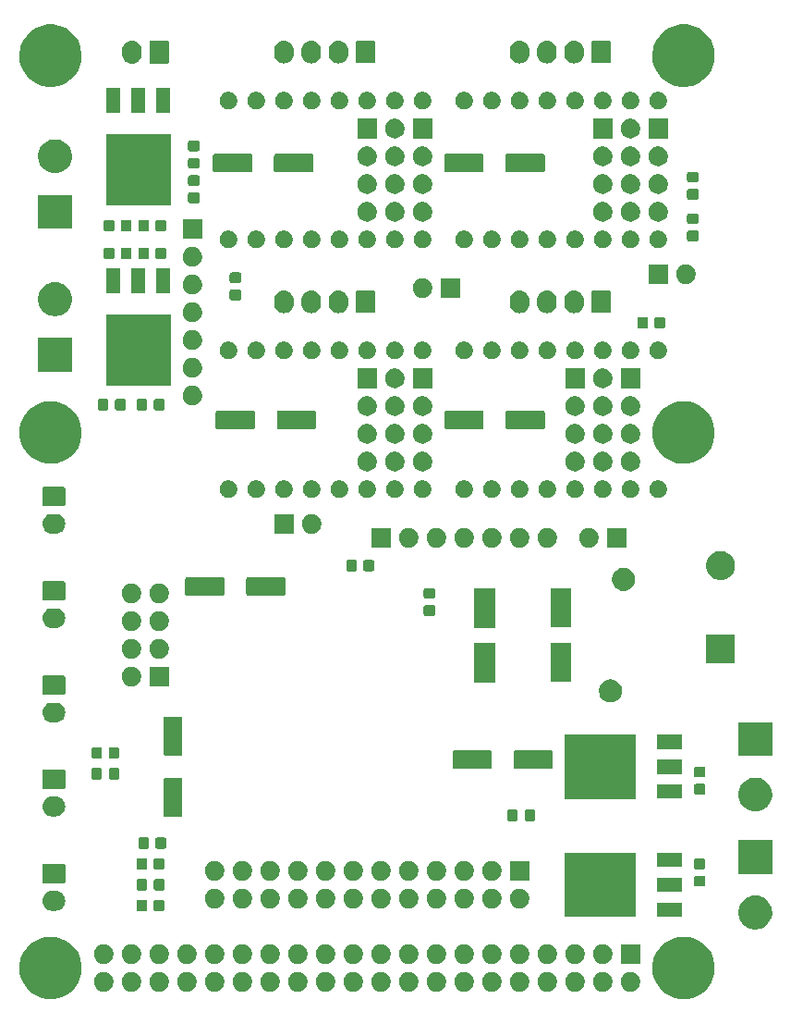
<source format=gbr>
G04 #@! TF.GenerationSoftware,KiCad,Pcbnew,5.1.5+dfsg1-2build2*
G04 #@! TF.CreationDate,2020-12-13T22:45:39+09:00*
G04 #@! TF.ProjectId,Klipper,4b6c6970-7065-4722-9e6b-696361645f70,rev?*
G04 #@! TF.SameCoordinates,Original*
G04 #@! TF.FileFunction,Soldermask,Top*
G04 #@! TF.FilePolarity,Negative*
%FSLAX46Y46*%
G04 Gerber Fmt 4.6, Leading zero omitted, Abs format (unit mm)*
G04 Created by KiCad (PCBNEW 5.1.5+dfsg1-2build2) date 2020-12-13 22:45:39*
%MOMM*%
%LPD*%
G04 APERTURE LIST*
%ADD10C,0.100000*%
G04 APERTURE END LIST*
D10*
G36*
X29556202Y-38953781D02*
G01*
X29831606Y-39008562D01*
X30350455Y-39223476D01*
X30817407Y-39535484D01*
X31214516Y-39932593D01*
X31526524Y-40399545D01*
X31736628Y-40906782D01*
X31741438Y-40918395D01*
X31851000Y-41469200D01*
X31851000Y-42030800D01*
X31813059Y-42221544D01*
X31741438Y-42581606D01*
X31526524Y-43100455D01*
X31214516Y-43567407D01*
X30817407Y-43964516D01*
X30350455Y-44276524D01*
X29831606Y-44491438D01*
X29280800Y-44601000D01*
X28719200Y-44601000D01*
X28168394Y-44491438D01*
X27649545Y-44276524D01*
X27182593Y-43964516D01*
X26785484Y-43567407D01*
X26473476Y-43100455D01*
X26258562Y-42581606D01*
X26186941Y-42221544D01*
X26149000Y-42030800D01*
X26149000Y-41469200D01*
X26258562Y-40918395D01*
X26263372Y-40906782D01*
X26473476Y-40399545D01*
X26785484Y-39932593D01*
X27182593Y-39535484D01*
X27649545Y-39223476D01*
X28168394Y-39008562D01*
X28443798Y-38953781D01*
X28719200Y-38899000D01*
X29280800Y-38899000D01*
X29556202Y-38953781D01*
G37*
G36*
X-28443798Y-38953781D02*
G01*
X-28168394Y-39008562D01*
X-27649545Y-39223476D01*
X-27182593Y-39535484D01*
X-26785484Y-39932593D01*
X-26473476Y-40399545D01*
X-26263372Y-40906782D01*
X-26258562Y-40918395D01*
X-26149000Y-41469200D01*
X-26149000Y-42030800D01*
X-26186941Y-42221544D01*
X-26258562Y-42581606D01*
X-26473476Y-43100455D01*
X-26785484Y-43567407D01*
X-27182593Y-43964516D01*
X-27649545Y-44276524D01*
X-28168394Y-44491438D01*
X-28719200Y-44601000D01*
X-29280800Y-44601000D01*
X-29831606Y-44491438D01*
X-30350455Y-44276524D01*
X-30817407Y-43964516D01*
X-31214516Y-43567407D01*
X-31526524Y-43100455D01*
X-31741438Y-42581606D01*
X-31813059Y-42221544D01*
X-31851000Y-42030800D01*
X-31851000Y-41469200D01*
X-31741438Y-40918395D01*
X-31736628Y-40906782D01*
X-31526524Y-40399545D01*
X-31214516Y-39932593D01*
X-30817407Y-39535484D01*
X-30350455Y-39223476D01*
X-29831606Y-39008562D01*
X-29556202Y-38953781D01*
X-29280800Y-38899000D01*
X-28719200Y-38899000D01*
X-28443798Y-38953781D01*
G37*
G36*
X11543512Y-42123927D02*
G01*
X11692812Y-42153624D01*
X11856784Y-42221544D01*
X12004354Y-42320147D01*
X12129853Y-42445646D01*
X12228456Y-42593216D01*
X12296376Y-42757188D01*
X12331000Y-42931259D01*
X12331000Y-43108741D01*
X12296376Y-43282812D01*
X12228456Y-43446784D01*
X12129853Y-43594354D01*
X12004354Y-43719853D01*
X11856784Y-43818456D01*
X11692812Y-43886376D01*
X11543512Y-43916073D01*
X11518742Y-43921000D01*
X11341258Y-43921000D01*
X11316488Y-43916073D01*
X11167188Y-43886376D01*
X11003216Y-43818456D01*
X10855646Y-43719853D01*
X10730147Y-43594354D01*
X10631544Y-43446784D01*
X10563624Y-43282812D01*
X10529000Y-43108741D01*
X10529000Y-42931259D01*
X10563624Y-42757188D01*
X10631544Y-42593216D01*
X10730147Y-42445646D01*
X10855646Y-42320147D01*
X11003216Y-42221544D01*
X11167188Y-42153624D01*
X11316488Y-42123927D01*
X11341258Y-42119000D01*
X11518742Y-42119000D01*
X11543512Y-42123927D01*
G37*
G36*
X-21476488Y-42123927D02*
G01*
X-21327188Y-42153624D01*
X-21163216Y-42221544D01*
X-21015646Y-42320147D01*
X-20890147Y-42445646D01*
X-20791544Y-42593216D01*
X-20723624Y-42757188D01*
X-20689000Y-42931259D01*
X-20689000Y-43108741D01*
X-20723624Y-43282812D01*
X-20791544Y-43446784D01*
X-20890147Y-43594354D01*
X-21015646Y-43719853D01*
X-21163216Y-43818456D01*
X-21327188Y-43886376D01*
X-21476488Y-43916073D01*
X-21501258Y-43921000D01*
X-21678742Y-43921000D01*
X-21703512Y-43916073D01*
X-21852812Y-43886376D01*
X-22016784Y-43818456D01*
X-22164354Y-43719853D01*
X-22289853Y-43594354D01*
X-22388456Y-43446784D01*
X-22456376Y-43282812D01*
X-22491000Y-43108741D01*
X-22491000Y-42931259D01*
X-22456376Y-42757188D01*
X-22388456Y-42593216D01*
X-22289853Y-42445646D01*
X-22164354Y-42320147D01*
X-22016784Y-42221544D01*
X-21852812Y-42153624D01*
X-21703512Y-42123927D01*
X-21678742Y-42119000D01*
X-21501258Y-42119000D01*
X-21476488Y-42123927D01*
G37*
G36*
X1383512Y-42123927D02*
G01*
X1532812Y-42153624D01*
X1696784Y-42221544D01*
X1844354Y-42320147D01*
X1969853Y-42445646D01*
X2068456Y-42593216D01*
X2136376Y-42757188D01*
X2171000Y-42931259D01*
X2171000Y-43108741D01*
X2136376Y-43282812D01*
X2068456Y-43446784D01*
X1969853Y-43594354D01*
X1844354Y-43719853D01*
X1696784Y-43818456D01*
X1532812Y-43886376D01*
X1383512Y-43916073D01*
X1358742Y-43921000D01*
X1181258Y-43921000D01*
X1156488Y-43916073D01*
X1007188Y-43886376D01*
X843216Y-43818456D01*
X695646Y-43719853D01*
X570147Y-43594354D01*
X471544Y-43446784D01*
X403624Y-43282812D01*
X369000Y-43108741D01*
X369000Y-42931259D01*
X403624Y-42757188D01*
X471544Y-42593216D01*
X570147Y-42445646D01*
X695646Y-42320147D01*
X843216Y-42221544D01*
X1007188Y-42153624D01*
X1156488Y-42123927D01*
X1181258Y-42119000D01*
X1358742Y-42119000D01*
X1383512Y-42123927D01*
G37*
G36*
X-1156488Y-42123927D02*
G01*
X-1007188Y-42153624D01*
X-843216Y-42221544D01*
X-695646Y-42320147D01*
X-570147Y-42445646D01*
X-471544Y-42593216D01*
X-403624Y-42757188D01*
X-369000Y-42931259D01*
X-369000Y-43108741D01*
X-403624Y-43282812D01*
X-471544Y-43446784D01*
X-570147Y-43594354D01*
X-695646Y-43719853D01*
X-843216Y-43818456D01*
X-1007188Y-43886376D01*
X-1156488Y-43916073D01*
X-1181258Y-43921000D01*
X-1358742Y-43921000D01*
X-1383512Y-43916073D01*
X-1532812Y-43886376D01*
X-1696784Y-43818456D01*
X-1844354Y-43719853D01*
X-1969853Y-43594354D01*
X-2068456Y-43446784D01*
X-2136376Y-43282812D01*
X-2171000Y-43108741D01*
X-2171000Y-42931259D01*
X-2136376Y-42757188D01*
X-2068456Y-42593216D01*
X-1969853Y-42445646D01*
X-1844354Y-42320147D01*
X-1696784Y-42221544D01*
X-1532812Y-42153624D01*
X-1383512Y-42123927D01*
X-1358742Y-42119000D01*
X-1181258Y-42119000D01*
X-1156488Y-42123927D01*
G37*
G36*
X-3696488Y-42123927D02*
G01*
X-3547188Y-42153624D01*
X-3383216Y-42221544D01*
X-3235646Y-42320147D01*
X-3110147Y-42445646D01*
X-3011544Y-42593216D01*
X-2943624Y-42757188D01*
X-2909000Y-42931259D01*
X-2909000Y-43108741D01*
X-2943624Y-43282812D01*
X-3011544Y-43446784D01*
X-3110147Y-43594354D01*
X-3235646Y-43719853D01*
X-3383216Y-43818456D01*
X-3547188Y-43886376D01*
X-3696488Y-43916073D01*
X-3721258Y-43921000D01*
X-3898742Y-43921000D01*
X-3923512Y-43916073D01*
X-4072812Y-43886376D01*
X-4236784Y-43818456D01*
X-4384354Y-43719853D01*
X-4509853Y-43594354D01*
X-4608456Y-43446784D01*
X-4676376Y-43282812D01*
X-4711000Y-43108741D01*
X-4711000Y-42931259D01*
X-4676376Y-42757188D01*
X-4608456Y-42593216D01*
X-4509853Y-42445646D01*
X-4384354Y-42320147D01*
X-4236784Y-42221544D01*
X-4072812Y-42153624D01*
X-3923512Y-42123927D01*
X-3898742Y-42119000D01*
X-3721258Y-42119000D01*
X-3696488Y-42123927D01*
G37*
G36*
X-6236488Y-42123927D02*
G01*
X-6087188Y-42153624D01*
X-5923216Y-42221544D01*
X-5775646Y-42320147D01*
X-5650147Y-42445646D01*
X-5551544Y-42593216D01*
X-5483624Y-42757188D01*
X-5449000Y-42931259D01*
X-5449000Y-43108741D01*
X-5483624Y-43282812D01*
X-5551544Y-43446784D01*
X-5650147Y-43594354D01*
X-5775646Y-43719853D01*
X-5923216Y-43818456D01*
X-6087188Y-43886376D01*
X-6236488Y-43916073D01*
X-6261258Y-43921000D01*
X-6438742Y-43921000D01*
X-6463512Y-43916073D01*
X-6612812Y-43886376D01*
X-6776784Y-43818456D01*
X-6924354Y-43719853D01*
X-7049853Y-43594354D01*
X-7148456Y-43446784D01*
X-7216376Y-43282812D01*
X-7251000Y-43108741D01*
X-7251000Y-42931259D01*
X-7216376Y-42757188D01*
X-7148456Y-42593216D01*
X-7049853Y-42445646D01*
X-6924354Y-42320147D01*
X-6776784Y-42221544D01*
X-6612812Y-42153624D01*
X-6463512Y-42123927D01*
X-6438742Y-42119000D01*
X-6261258Y-42119000D01*
X-6236488Y-42123927D01*
G37*
G36*
X-8776488Y-42123927D02*
G01*
X-8627188Y-42153624D01*
X-8463216Y-42221544D01*
X-8315646Y-42320147D01*
X-8190147Y-42445646D01*
X-8091544Y-42593216D01*
X-8023624Y-42757188D01*
X-7989000Y-42931259D01*
X-7989000Y-43108741D01*
X-8023624Y-43282812D01*
X-8091544Y-43446784D01*
X-8190147Y-43594354D01*
X-8315646Y-43719853D01*
X-8463216Y-43818456D01*
X-8627188Y-43886376D01*
X-8776488Y-43916073D01*
X-8801258Y-43921000D01*
X-8978742Y-43921000D01*
X-9003512Y-43916073D01*
X-9152812Y-43886376D01*
X-9316784Y-43818456D01*
X-9464354Y-43719853D01*
X-9589853Y-43594354D01*
X-9688456Y-43446784D01*
X-9756376Y-43282812D01*
X-9791000Y-43108741D01*
X-9791000Y-42931259D01*
X-9756376Y-42757188D01*
X-9688456Y-42593216D01*
X-9589853Y-42445646D01*
X-9464354Y-42320147D01*
X-9316784Y-42221544D01*
X-9152812Y-42153624D01*
X-9003512Y-42123927D01*
X-8978742Y-42119000D01*
X-8801258Y-42119000D01*
X-8776488Y-42123927D01*
G37*
G36*
X-11316488Y-42123927D02*
G01*
X-11167188Y-42153624D01*
X-11003216Y-42221544D01*
X-10855646Y-42320147D01*
X-10730147Y-42445646D01*
X-10631544Y-42593216D01*
X-10563624Y-42757188D01*
X-10529000Y-42931259D01*
X-10529000Y-43108741D01*
X-10563624Y-43282812D01*
X-10631544Y-43446784D01*
X-10730147Y-43594354D01*
X-10855646Y-43719853D01*
X-11003216Y-43818456D01*
X-11167188Y-43886376D01*
X-11316488Y-43916073D01*
X-11341258Y-43921000D01*
X-11518742Y-43921000D01*
X-11543512Y-43916073D01*
X-11692812Y-43886376D01*
X-11856784Y-43818456D01*
X-12004354Y-43719853D01*
X-12129853Y-43594354D01*
X-12228456Y-43446784D01*
X-12296376Y-43282812D01*
X-12331000Y-43108741D01*
X-12331000Y-42931259D01*
X-12296376Y-42757188D01*
X-12228456Y-42593216D01*
X-12129853Y-42445646D01*
X-12004354Y-42320147D01*
X-11856784Y-42221544D01*
X-11692812Y-42153624D01*
X-11543512Y-42123927D01*
X-11518742Y-42119000D01*
X-11341258Y-42119000D01*
X-11316488Y-42123927D01*
G37*
G36*
X-13856488Y-42123927D02*
G01*
X-13707188Y-42153624D01*
X-13543216Y-42221544D01*
X-13395646Y-42320147D01*
X-13270147Y-42445646D01*
X-13171544Y-42593216D01*
X-13103624Y-42757188D01*
X-13069000Y-42931259D01*
X-13069000Y-43108741D01*
X-13103624Y-43282812D01*
X-13171544Y-43446784D01*
X-13270147Y-43594354D01*
X-13395646Y-43719853D01*
X-13543216Y-43818456D01*
X-13707188Y-43886376D01*
X-13856488Y-43916073D01*
X-13881258Y-43921000D01*
X-14058742Y-43921000D01*
X-14083512Y-43916073D01*
X-14232812Y-43886376D01*
X-14396784Y-43818456D01*
X-14544354Y-43719853D01*
X-14669853Y-43594354D01*
X-14768456Y-43446784D01*
X-14836376Y-43282812D01*
X-14871000Y-43108741D01*
X-14871000Y-42931259D01*
X-14836376Y-42757188D01*
X-14768456Y-42593216D01*
X-14669853Y-42445646D01*
X-14544354Y-42320147D01*
X-14396784Y-42221544D01*
X-14232812Y-42153624D01*
X-14083512Y-42123927D01*
X-14058742Y-42119000D01*
X-13881258Y-42119000D01*
X-13856488Y-42123927D01*
G37*
G36*
X-16396488Y-42123927D02*
G01*
X-16247188Y-42153624D01*
X-16083216Y-42221544D01*
X-15935646Y-42320147D01*
X-15810147Y-42445646D01*
X-15711544Y-42593216D01*
X-15643624Y-42757188D01*
X-15609000Y-42931259D01*
X-15609000Y-43108741D01*
X-15643624Y-43282812D01*
X-15711544Y-43446784D01*
X-15810147Y-43594354D01*
X-15935646Y-43719853D01*
X-16083216Y-43818456D01*
X-16247188Y-43886376D01*
X-16396488Y-43916073D01*
X-16421258Y-43921000D01*
X-16598742Y-43921000D01*
X-16623512Y-43916073D01*
X-16772812Y-43886376D01*
X-16936784Y-43818456D01*
X-17084354Y-43719853D01*
X-17209853Y-43594354D01*
X-17308456Y-43446784D01*
X-17376376Y-43282812D01*
X-17411000Y-43108741D01*
X-17411000Y-42931259D01*
X-17376376Y-42757188D01*
X-17308456Y-42593216D01*
X-17209853Y-42445646D01*
X-17084354Y-42320147D01*
X-16936784Y-42221544D01*
X-16772812Y-42153624D01*
X-16623512Y-42123927D01*
X-16598742Y-42119000D01*
X-16421258Y-42119000D01*
X-16396488Y-42123927D01*
G37*
G36*
X-18936488Y-42123927D02*
G01*
X-18787188Y-42153624D01*
X-18623216Y-42221544D01*
X-18475646Y-42320147D01*
X-18350147Y-42445646D01*
X-18251544Y-42593216D01*
X-18183624Y-42757188D01*
X-18149000Y-42931259D01*
X-18149000Y-43108741D01*
X-18183624Y-43282812D01*
X-18251544Y-43446784D01*
X-18350147Y-43594354D01*
X-18475646Y-43719853D01*
X-18623216Y-43818456D01*
X-18787188Y-43886376D01*
X-18936488Y-43916073D01*
X-18961258Y-43921000D01*
X-19138742Y-43921000D01*
X-19163512Y-43916073D01*
X-19312812Y-43886376D01*
X-19476784Y-43818456D01*
X-19624354Y-43719853D01*
X-19749853Y-43594354D01*
X-19848456Y-43446784D01*
X-19916376Y-43282812D01*
X-19951000Y-43108741D01*
X-19951000Y-42931259D01*
X-19916376Y-42757188D01*
X-19848456Y-42593216D01*
X-19749853Y-42445646D01*
X-19624354Y-42320147D01*
X-19476784Y-42221544D01*
X-19312812Y-42153624D01*
X-19163512Y-42123927D01*
X-19138742Y-42119000D01*
X-18961258Y-42119000D01*
X-18936488Y-42123927D01*
G37*
G36*
X-24016488Y-42123927D02*
G01*
X-23867188Y-42153624D01*
X-23703216Y-42221544D01*
X-23555646Y-42320147D01*
X-23430147Y-42445646D01*
X-23331544Y-42593216D01*
X-23263624Y-42757188D01*
X-23229000Y-42931259D01*
X-23229000Y-43108741D01*
X-23263624Y-43282812D01*
X-23331544Y-43446784D01*
X-23430147Y-43594354D01*
X-23555646Y-43719853D01*
X-23703216Y-43818456D01*
X-23867188Y-43886376D01*
X-24016488Y-43916073D01*
X-24041258Y-43921000D01*
X-24218742Y-43921000D01*
X-24243512Y-43916073D01*
X-24392812Y-43886376D01*
X-24556784Y-43818456D01*
X-24704354Y-43719853D01*
X-24829853Y-43594354D01*
X-24928456Y-43446784D01*
X-24996376Y-43282812D01*
X-25031000Y-43108741D01*
X-25031000Y-42931259D01*
X-24996376Y-42757188D01*
X-24928456Y-42593216D01*
X-24829853Y-42445646D01*
X-24704354Y-42320147D01*
X-24556784Y-42221544D01*
X-24392812Y-42153624D01*
X-24243512Y-42123927D01*
X-24218742Y-42119000D01*
X-24041258Y-42119000D01*
X-24016488Y-42123927D01*
G37*
G36*
X3923512Y-42123927D02*
G01*
X4072812Y-42153624D01*
X4236784Y-42221544D01*
X4384354Y-42320147D01*
X4509853Y-42445646D01*
X4608456Y-42593216D01*
X4676376Y-42757188D01*
X4711000Y-42931259D01*
X4711000Y-43108741D01*
X4676376Y-43282812D01*
X4608456Y-43446784D01*
X4509853Y-43594354D01*
X4384354Y-43719853D01*
X4236784Y-43818456D01*
X4072812Y-43886376D01*
X3923512Y-43916073D01*
X3898742Y-43921000D01*
X3721258Y-43921000D01*
X3696488Y-43916073D01*
X3547188Y-43886376D01*
X3383216Y-43818456D01*
X3235646Y-43719853D01*
X3110147Y-43594354D01*
X3011544Y-43446784D01*
X2943624Y-43282812D01*
X2909000Y-43108741D01*
X2909000Y-42931259D01*
X2943624Y-42757188D01*
X3011544Y-42593216D01*
X3110147Y-42445646D01*
X3235646Y-42320147D01*
X3383216Y-42221544D01*
X3547188Y-42153624D01*
X3696488Y-42123927D01*
X3721258Y-42119000D01*
X3898742Y-42119000D01*
X3923512Y-42123927D01*
G37*
G36*
X24243512Y-42123927D02*
G01*
X24392812Y-42153624D01*
X24556784Y-42221544D01*
X24704354Y-42320147D01*
X24829853Y-42445646D01*
X24928456Y-42593216D01*
X24996376Y-42757188D01*
X25031000Y-42931259D01*
X25031000Y-43108741D01*
X24996376Y-43282812D01*
X24928456Y-43446784D01*
X24829853Y-43594354D01*
X24704354Y-43719853D01*
X24556784Y-43818456D01*
X24392812Y-43886376D01*
X24243512Y-43916073D01*
X24218742Y-43921000D01*
X24041258Y-43921000D01*
X24016488Y-43916073D01*
X23867188Y-43886376D01*
X23703216Y-43818456D01*
X23555646Y-43719853D01*
X23430147Y-43594354D01*
X23331544Y-43446784D01*
X23263624Y-43282812D01*
X23229000Y-43108741D01*
X23229000Y-42931259D01*
X23263624Y-42757188D01*
X23331544Y-42593216D01*
X23430147Y-42445646D01*
X23555646Y-42320147D01*
X23703216Y-42221544D01*
X23867188Y-42153624D01*
X24016488Y-42123927D01*
X24041258Y-42119000D01*
X24218742Y-42119000D01*
X24243512Y-42123927D01*
G37*
G36*
X21703512Y-42123927D02*
G01*
X21852812Y-42153624D01*
X22016784Y-42221544D01*
X22164354Y-42320147D01*
X22289853Y-42445646D01*
X22388456Y-42593216D01*
X22456376Y-42757188D01*
X22491000Y-42931259D01*
X22491000Y-43108741D01*
X22456376Y-43282812D01*
X22388456Y-43446784D01*
X22289853Y-43594354D01*
X22164354Y-43719853D01*
X22016784Y-43818456D01*
X21852812Y-43886376D01*
X21703512Y-43916073D01*
X21678742Y-43921000D01*
X21501258Y-43921000D01*
X21476488Y-43916073D01*
X21327188Y-43886376D01*
X21163216Y-43818456D01*
X21015646Y-43719853D01*
X20890147Y-43594354D01*
X20791544Y-43446784D01*
X20723624Y-43282812D01*
X20689000Y-43108741D01*
X20689000Y-42931259D01*
X20723624Y-42757188D01*
X20791544Y-42593216D01*
X20890147Y-42445646D01*
X21015646Y-42320147D01*
X21163216Y-42221544D01*
X21327188Y-42153624D01*
X21476488Y-42123927D01*
X21501258Y-42119000D01*
X21678742Y-42119000D01*
X21703512Y-42123927D01*
G37*
G36*
X19163512Y-42123927D02*
G01*
X19312812Y-42153624D01*
X19476784Y-42221544D01*
X19624354Y-42320147D01*
X19749853Y-42445646D01*
X19848456Y-42593216D01*
X19916376Y-42757188D01*
X19951000Y-42931259D01*
X19951000Y-43108741D01*
X19916376Y-43282812D01*
X19848456Y-43446784D01*
X19749853Y-43594354D01*
X19624354Y-43719853D01*
X19476784Y-43818456D01*
X19312812Y-43886376D01*
X19163512Y-43916073D01*
X19138742Y-43921000D01*
X18961258Y-43921000D01*
X18936488Y-43916073D01*
X18787188Y-43886376D01*
X18623216Y-43818456D01*
X18475646Y-43719853D01*
X18350147Y-43594354D01*
X18251544Y-43446784D01*
X18183624Y-43282812D01*
X18149000Y-43108741D01*
X18149000Y-42931259D01*
X18183624Y-42757188D01*
X18251544Y-42593216D01*
X18350147Y-42445646D01*
X18475646Y-42320147D01*
X18623216Y-42221544D01*
X18787188Y-42153624D01*
X18936488Y-42123927D01*
X18961258Y-42119000D01*
X19138742Y-42119000D01*
X19163512Y-42123927D01*
G37*
G36*
X16623512Y-42123927D02*
G01*
X16772812Y-42153624D01*
X16936784Y-42221544D01*
X17084354Y-42320147D01*
X17209853Y-42445646D01*
X17308456Y-42593216D01*
X17376376Y-42757188D01*
X17411000Y-42931259D01*
X17411000Y-43108741D01*
X17376376Y-43282812D01*
X17308456Y-43446784D01*
X17209853Y-43594354D01*
X17084354Y-43719853D01*
X16936784Y-43818456D01*
X16772812Y-43886376D01*
X16623512Y-43916073D01*
X16598742Y-43921000D01*
X16421258Y-43921000D01*
X16396488Y-43916073D01*
X16247188Y-43886376D01*
X16083216Y-43818456D01*
X15935646Y-43719853D01*
X15810147Y-43594354D01*
X15711544Y-43446784D01*
X15643624Y-43282812D01*
X15609000Y-43108741D01*
X15609000Y-42931259D01*
X15643624Y-42757188D01*
X15711544Y-42593216D01*
X15810147Y-42445646D01*
X15935646Y-42320147D01*
X16083216Y-42221544D01*
X16247188Y-42153624D01*
X16396488Y-42123927D01*
X16421258Y-42119000D01*
X16598742Y-42119000D01*
X16623512Y-42123927D01*
G37*
G36*
X14083512Y-42123927D02*
G01*
X14232812Y-42153624D01*
X14396784Y-42221544D01*
X14544354Y-42320147D01*
X14669853Y-42445646D01*
X14768456Y-42593216D01*
X14836376Y-42757188D01*
X14871000Y-42931259D01*
X14871000Y-43108741D01*
X14836376Y-43282812D01*
X14768456Y-43446784D01*
X14669853Y-43594354D01*
X14544354Y-43719853D01*
X14396784Y-43818456D01*
X14232812Y-43886376D01*
X14083512Y-43916073D01*
X14058742Y-43921000D01*
X13881258Y-43921000D01*
X13856488Y-43916073D01*
X13707188Y-43886376D01*
X13543216Y-43818456D01*
X13395646Y-43719853D01*
X13270147Y-43594354D01*
X13171544Y-43446784D01*
X13103624Y-43282812D01*
X13069000Y-43108741D01*
X13069000Y-42931259D01*
X13103624Y-42757188D01*
X13171544Y-42593216D01*
X13270147Y-42445646D01*
X13395646Y-42320147D01*
X13543216Y-42221544D01*
X13707188Y-42153624D01*
X13856488Y-42123927D01*
X13881258Y-42119000D01*
X14058742Y-42119000D01*
X14083512Y-42123927D01*
G37*
G36*
X9003512Y-42123927D02*
G01*
X9152812Y-42153624D01*
X9316784Y-42221544D01*
X9464354Y-42320147D01*
X9589853Y-42445646D01*
X9688456Y-42593216D01*
X9756376Y-42757188D01*
X9791000Y-42931259D01*
X9791000Y-43108741D01*
X9756376Y-43282812D01*
X9688456Y-43446784D01*
X9589853Y-43594354D01*
X9464354Y-43719853D01*
X9316784Y-43818456D01*
X9152812Y-43886376D01*
X9003512Y-43916073D01*
X8978742Y-43921000D01*
X8801258Y-43921000D01*
X8776488Y-43916073D01*
X8627188Y-43886376D01*
X8463216Y-43818456D01*
X8315646Y-43719853D01*
X8190147Y-43594354D01*
X8091544Y-43446784D01*
X8023624Y-43282812D01*
X7989000Y-43108741D01*
X7989000Y-42931259D01*
X8023624Y-42757188D01*
X8091544Y-42593216D01*
X8190147Y-42445646D01*
X8315646Y-42320147D01*
X8463216Y-42221544D01*
X8627188Y-42153624D01*
X8776488Y-42123927D01*
X8801258Y-42119000D01*
X8978742Y-42119000D01*
X9003512Y-42123927D01*
G37*
G36*
X6463512Y-42123927D02*
G01*
X6612812Y-42153624D01*
X6776784Y-42221544D01*
X6924354Y-42320147D01*
X7049853Y-42445646D01*
X7148456Y-42593216D01*
X7216376Y-42757188D01*
X7251000Y-42931259D01*
X7251000Y-43108741D01*
X7216376Y-43282812D01*
X7148456Y-43446784D01*
X7049853Y-43594354D01*
X6924354Y-43719853D01*
X6776784Y-43818456D01*
X6612812Y-43886376D01*
X6463512Y-43916073D01*
X6438742Y-43921000D01*
X6261258Y-43921000D01*
X6236488Y-43916073D01*
X6087188Y-43886376D01*
X5923216Y-43818456D01*
X5775646Y-43719853D01*
X5650147Y-43594354D01*
X5551544Y-43446784D01*
X5483624Y-43282812D01*
X5449000Y-43108741D01*
X5449000Y-42931259D01*
X5483624Y-42757188D01*
X5551544Y-42593216D01*
X5650147Y-42445646D01*
X5775646Y-42320147D01*
X5923216Y-42221544D01*
X6087188Y-42153624D01*
X6236488Y-42123927D01*
X6261258Y-42119000D01*
X6438742Y-42119000D01*
X6463512Y-42123927D01*
G37*
G36*
X1383512Y-39583927D02*
G01*
X1532812Y-39613624D01*
X1696784Y-39681544D01*
X1844354Y-39780147D01*
X1969853Y-39905646D01*
X2068456Y-40053216D01*
X2136376Y-40217188D01*
X2171000Y-40391259D01*
X2171000Y-40568741D01*
X2136376Y-40742812D01*
X2068456Y-40906784D01*
X1969853Y-41054354D01*
X1844354Y-41179853D01*
X1696784Y-41278456D01*
X1532812Y-41346376D01*
X1383512Y-41376073D01*
X1358742Y-41381000D01*
X1181258Y-41381000D01*
X1156488Y-41376073D01*
X1007188Y-41346376D01*
X843216Y-41278456D01*
X695646Y-41179853D01*
X570147Y-41054354D01*
X471544Y-40906784D01*
X403624Y-40742812D01*
X369000Y-40568741D01*
X369000Y-40391259D01*
X403624Y-40217188D01*
X471544Y-40053216D01*
X570147Y-39905646D01*
X695646Y-39780147D01*
X843216Y-39681544D01*
X1007188Y-39613624D01*
X1156488Y-39583927D01*
X1181258Y-39579000D01*
X1358742Y-39579000D01*
X1383512Y-39583927D01*
G37*
G36*
X25031000Y-41381000D02*
G01*
X23229000Y-41381000D01*
X23229000Y-39579000D01*
X25031000Y-39579000D01*
X25031000Y-41381000D01*
G37*
G36*
X21703512Y-39583927D02*
G01*
X21852812Y-39613624D01*
X22016784Y-39681544D01*
X22164354Y-39780147D01*
X22289853Y-39905646D01*
X22388456Y-40053216D01*
X22456376Y-40217188D01*
X22491000Y-40391259D01*
X22491000Y-40568741D01*
X22456376Y-40742812D01*
X22388456Y-40906784D01*
X22289853Y-41054354D01*
X22164354Y-41179853D01*
X22016784Y-41278456D01*
X21852812Y-41346376D01*
X21703512Y-41376073D01*
X21678742Y-41381000D01*
X21501258Y-41381000D01*
X21476488Y-41376073D01*
X21327188Y-41346376D01*
X21163216Y-41278456D01*
X21015646Y-41179853D01*
X20890147Y-41054354D01*
X20791544Y-40906784D01*
X20723624Y-40742812D01*
X20689000Y-40568741D01*
X20689000Y-40391259D01*
X20723624Y-40217188D01*
X20791544Y-40053216D01*
X20890147Y-39905646D01*
X21015646Y-39780147D01*
X21163216Y-39681544D01*
X21327188Y-39613624D01*
X21476488Y-39583927D01*
X21501258Y-39579000D01*
X21678742Y-39579000D01*
X21703512Y-39583927D01*
G37*
G36*
X19163512Y-39583927D02*
G01*
X19312812Y-39613624D01*
X19476784Y-39681544D01*
X19624354Y-39780147D01*
X19749853Y-39905646D01*
X19848456Y-40053216D01*
X19916376Y-40217188D01*
X19951000Y-40391259D01*
X19951000Y-40568741D01*
X19916376Y-40742812D01*
X19848456Y-40906784D01*
X19749853Y-41054354D01*
X19624354Y-41179853D01*
X19476784Y-41278456D01*
X19312812Y-41346376D01*
X19163512Y-41376073D01*
X19138742Y-41381000D01*
X18961258Y-41381000D01*
X18936488Y-41376073D01*
X18787188Y-41346376D01*
X18623216Y-41278456D01*
X18475646Y-41179853D01*
X18350147Y-41054354D01*
X18251544Y-40906784D01*
X18183624Y-40742812D01*
X18149000Y-40568741D01*
X18149000Y-40391259D01*
X18183624Y-40217188D01*
X18251544Y-40053216D01*
X18350147Y-39905646D01*
X18475646Y-39780147D01*
X18623216Y-39681544D01*
X18787188Y-39613624D01*
X18936488Y-39583927D01*
X18961258Y-39579000D01*
X19138742Y-39579000D01*
X19163512Y-39583927D01*
G37*
G36*
X14083512Y-39583927D02*
G01*
X14232812Y-39613624D01*
X14396784Y-39681544D01*
X14544354Y-39780147D01*
X14669853Y-39905646D01*
X14768456Y-40053216D01*
X14836376Y-40217188D01*
X14871000Y-40391259D01*
X14871000Y-40568741D01*
X14836376Y-40742812D01*
X14768456Y-40906784D01*
X14669853Y-41054354D01*
X14544354Y-41179853D01*
X14396784Y-41278456D01*
X14232812Y-41346376D01*
X14083512Y-41376073D01*
X14058742Y-41381000D01*
X13881258Y-41381000D01*
X13856488Y-41376073D01*
X13707188Y-41346376D01*
X13543216Y-41278456D01*
X13395646Y-41179853D01*
X13270147Y-41054354D01*
X13171544Y-40906784D01*
X13103624Y-40742812D01*
X13069000Y-40568741D01*
X13069000Y-40391259D01*
X13103624Y-40217188D01*
X13171544Y-40053216D01*
X13270147Y-39905646D01*
X13395646Y-39780147D01*
X13543216Y-39681544D01*
X13707188Y-39613624D01*
X13856488Y-39583927D01*
X13881258Y-39579000D01*
X14058742Y-39579000D01*
X14083512Y-39583927D01*
G37*
G36*
X11543512Y-39583927D02*
G01*
X11692812Y-39613624D01*
X11856784Y-39681544D01*
X12004354Y-39780147D01*
X12129853Y-39905646D01*
X12228456Y-40053216D01*
X12296376Y-40217188D01*
X12331000Y-40391259D01*
X12331000Y-40568741D01*
X12296376Y-40742812D01*
X12228456Y-40906784D01*
X12129853Y-41054354D01*
X12004354Y-41179853D01*
X11856784Y-41278456D01*
X11692812Y-41346376D01*
X11543512Y-41376073D01*
X11518742Y-41381000D01*
X11341258Y-41381000D01*
X11316488Y-41376073D01*
X11167188Y-41346376D01*
X11003216Y-41278456D01*
X10855646Y-41179853D01*
X10730147Y-41054354D01*
X10631544Y-40906784D01*
X10563624Y-40742812D01*
X10529000Y-40568741D01*
X10529000Y-40391259D01*
X10563624Y-40217188D01*
X10631544Y-40053216D01*
X10730147Y-39905646D01*
X10855646Y-39780147D01*
X11003216Y-39681544D01*
X11167188Y-39613624D01*
X11316488Y-39583927D01*
X11341258Y-39579000D01*
X11518742Y-39579000D01*
X11543512Y-39583927D01*
G37*
G36*
X9003512Y-39583927D02*
G01*
X9152812Y-39613624D01*
X9316784Y-39681544D01*
X9464354Y-39780147D01*
X9589853Y-39905646D01*
X9688456Y-40053216D01*
X9756376Y-40217188D01*
X9791000Y-40391259D01*
X9791000Y-40568741D01*
X9756376Y-40742812D01*
X9688456Y-40906784D01*
X9589853Y-41054354D01*
X9464354Y-41179853D01*
X9316784Y-41278456D01*
X9152812Y-41346376D01*
X9003512Y-41376073D01*
X8978742Y-41381000D01*
X8801258Y-41381000D01*
X8776488Y-41376073D01*
X8627188Y-41346376D01*
X8463216Y-41278456D01*
X8315646Y-41179853D01*
X8190147Y-41054354D01*
X8091544Y-40906784D01*
X8023624Y-40742812D01*
X7989000Y-40568741D01*
X7989000Y-40391259D01*
X8023624Y-40217188D01*
X8091544Y-40053216D01*
X8190147Y-39905646D01*
X8315646Y-39780147D01*
X8463216Y-39681544D01*
X8627188Y-39613624D01*
X8776488Y-39583927D01*
X8801258Y-39579000D01*
X8978742Y-39579000D01*
X9003512Y-39583927D01*
G37*
G36*
X6463512Y-39583927D02*
G01*
X6612812Y-39613624D01*
X6776784Y-39681544D01*
X6924354Y-39780147D01*
X7049853Y-39905646D01*
X7148456Y-40053216D01*
X7216376Y-40217188D01*
X7251000Y-40391259D01*
X7251000Y-40568741D01*
X7216376Y-40742812D01*
X7148456Y-40906784D01*
X7049853Y-41054354D01*
X6924354Y-41179853D01*
X6776784Y-41278456D01*
X6612812Y-41346376D01*
X6463512Y-41376073D01*
X6438742Y-41381000D01*
X6261258Y-41381000D01*
X6236488Y-41376073D01*
X6087188Y-41346376D01*
X5923216Y-41278456D01*
X5775646Y-41179853D01*
X5650147Y-41054354D01*
X5551544Y-40906784D01*
X5483624Y-40742812D01*
X5449000Y-40568741D01*
X5449000Y-40391259D01*
X5483624Y-40217188D01*
X5551544Y-40053216D01*
X5650147Y-39905646D01*
X5775646Y-39780147D01*
X5923216Y-39681544D01*
X6087188Y-39613624D01*
X6236488Y-39583927D01*
X6261258Y-39579000D01*
X6438742Y-39579000D01*
X6463512Y-39583927D01*
G37*
G36*
X3923512Y-39583927D02*
G01*
X4072812Y-39613624D01*
X4236784Y-39681544D01*
X4384354Y-39780147D01*
X4509853Y-39905646D01*
X4608456Y-40053216D01*
X4676376Y-40217188D01*
X4711000Y-40391259D01*
X4711000Y-40568741D01*
X4676376Y-40742812D01*
X4608456Y-40906784D01*
X4509853Y-41054354D01*
X4384354Y-41179853D01*
X4236784Y-41278456D01*
X4072812Y-41346376D01*
X3923512Y-41376073D01*
X3898742Y-41381000D01*
X3721258Y-41381000D01*
X3696488Y-41376073D01*
X3547188Y-41346376D01*
X3383216Y-41278456D01*
X3235646Y-41179853D01*
X3110147Y-41054354D01*
X3011544Y-40906784D01*
X2943624Y-40742812D01*
X2909000Y-40568741D01*
X2909000Y-40391259D01*
X2943624Y-40217188D01*
X3011544Y-40053216D01*
X3110147Y-39905646D01*
X3235646Y-39780147D01*
X3383216Y-39681544D01*
X3547188Y-39613624D01*
X3696488Y-39583927D01*
X3721258Y-39579000D01*
X3898742Y-39579000D01*
X3923512Y-39583927D01*
G37*
G36*
X-1156488Y-39583927D02*
G01*
X-1007188Y-39613624D01*
X-843216Y-39681544D01*
X-695646Y-39780147D01*
X-570147Y-39905646D01*
X-471544Y-40053216D01*
X-403624Y-40217188D01*
X-369000Y-40391259D01*
X-369000Y-40568741D01*
X-403624Y-40742812D01*
X-471544Y-40906784D01*
X-570147Y-41054354D01*
X-695646Y-41179853D01*
X-843216Y-41278456D01*
X-1007188Y-41346376D01*
X-1156488Y-41376073D01*
X-1181258Y-41381000D01*
X-1358742Y-41381000D01*
X-1383512Y-41376073D01*
X-1532812Y-41346376D01*
X-1696784Y-41278456D01*
X-1844354Y-41179853D01*
X-1969853Y-41054354D01*
X-2068456Y-40906784D01*
X-2136376Y-40742812D01*
X-2171000Y-40568741D01*
X-2171000Y-40391259D01*
X-2136376Y-40217188D01*
X-2068456Y-40053216D01*
X-1969853Y-39905646D01*
X-1844354Y-39780147D01*
X-1696784Y-39681544D01*
X-1532812Y-39613624D01*
X-1383512Y-39583927D01*
X-1358742Y-39579000D01*
X-1181258Y-39579000D01*
X-1156488Y-39583927D01*
G37*
G36*
X-3696488Y-39583927D02*
G01*
X-3547188Y-39613624D01*
X-3383216Y-39681544D01*
X-3235646Y-39780147D01*
X-3110147Y-39905646D01*
X-3011544Y-40053216D01*
X-2943624Y-40217188D01*
X-2909000Y-40391259D01*
X-2909000Y-40568741D01*
X-2943624Y-40742812D01*
X-3011544Y-40906784D01*
X-3110147Y-41054354D01*
X-3235646Y-41179853D01*
X-3383216Y-41278456D01*
X-3547188Y-41346376D01*
X-3696488Y-41376073D01*
X-3721258Y-41381000D01*
X-3898742Y-41381000D01*
X-3923512Y-41376073D01*
X-4072812Y-41346376D01*
X-4236784Y-41278456D01*
X-4384354Y-41179853D01*
X-4509853Y-41054354D01*
X-4608456Y-40906784D01*
X-4676376Y-40742812D01*
X-4711000Y-40568741D01*
X-4711000Y-40391259D01*
X-4676376Y-40217188D01*
X-4608456Y-40053216D01*
X-4509853Y-39905646D01*
X-4384354Y-39780147D01*
X-4236784Y-39681544D01*
X-4072812Y-39613624D01*
X-3923512Y-39583927D01*
X-3898742Y-39579000D01*
X-3721258Y-39579000D01*
X-3696488Y-39583927D01*
G37*
G36*
X-11316488Y-39583927D02*
G01*
X-11167188Y-39613624D01*
X-11003216Y-39681544D01*
X-10855646Y-39780147D01*
X-10730147Y-39905646D01*
X-10631544Y-40053216D01*
X-10563624Y-40217188D01*
X-10529000Y-40391259D01*
X-10529000Y-40568741D01*
X-10563624Y-40742812D01*
X-10631544Y-40906784D01*
X-10730147Y-41054354D01*
X-10855646Y-41179853D01*
X-11003216Y-41278456D01*
X-11167188Y-41346376D01*
X-11316488Y-41376073D01*
X-11341258Y-41381000D01*
X-11518742Y-41381000D01*
X-11543512Y-41376073D01*
X-11692812Y-41346376D01*
X-11856784Y-41278456D01*
X-12004354Y-41179853D01*
X-12129853Y-41054354D01*
X-12228456Y-40906784D01*
X-12296376Y-40742812D01*
X-12331000Y-40568741D01*
X-12331000Y-40391259D01*
X-12296376Y-40217188D01*
X-12228456Y-40053216D01*
X-12129853Y-39905646D01*
X-12004354Y-39780147D01*
X-11856784Y-39681544D01*
X-11692812Y-39613624D01*
X-11543512Y-39583927D01*
X-11518742Y-39579000D01*
X-11341258Y-39579000D01*
X-11316488Y-39583927D01*
G37*
G36*
X-24016488Y-39583927D02*
G01*
X-23867188Y-39613624D01*
X-23703216Y-39681544D01*
X-23555646Y-39780147D01*
X-23430147Y-39905646D01*
X-23331544Y-40053216D01*
X-23263624Y-40217188D01*
X-23229000Y-40391259D01*
X-23229000Y-40568741D01*
X-23263624Y-40742812D01*
X-23331544Y-40906784D01*
X-23430147Y-41054354D01*
X-23555646Y-41179853D01*
X-23703216Y-41278456D01*
X-23867188Y-41346376D01*
X-24016488Y-41376073D01*
X-24041258Y-41381000D01*
X-24218742Y-41381000D01*
X-24243512Y-41376073D01*
X-24392812Y-41346376D01*
X-24556784Y-41278456D01*
X-24704354Y-41179853D01*
X-24829853Y-41054354D01*
X-24928456Y-40906784D01*
X-24996376Y-40742812D01*
X-25031000Y-40568741D01*
X-25031000Y-40391259D01*
X-24996376Y-40217188D01*
X-24928456Y-40053216D01*
X-24829853Y-39905646D01*
X-24704354Y-39780147D01*
X-24556784Y-39681544D01*
X-24392812Y-39613624D01*
X-24243512Y-39583927D01*
X-24218742Y-39579000D01*
X-24041258Y-39579000D01*
X-24016488Y-39583927D01*
G37*
G36*
X-21476488Y-39583927D02*
G01*
X-21327188Y-39613624D01*
X-21163216Y-39681544D01*
X-21015646Y-39780147D01*
X-20890147Y-39905646D01*
X-20791544Y-40053216D01*
X-20723624Y-40217188D01*
X-20689000Y-40391259D01*
X-20689000Y-40568741D01*
X-20723624Y-40742812D01*
X-20791544Y-40906784D01*
X-20890147Y-41054354D01*
X-21015646Y-41179853D01*
X-21163216Y-41278456D01*
X-21327188Y-41346376D01*
X-21476488Y-41376073D01*
X-21501258Y-41381000D01*
X-21678742Y-41381000D01*
X-21703512Y-41376073D01*
X-21852812Y-41346376D01*
X-22016784Y-41278456D01*
X-22164354Y-41179853D01*
X-22289853Y-41054354D01*
X-22388456Y-40906784D01*
X-22456376Y-40742812D01*
X-22491000Y-40568741D01*
X-22491000Y-40391259D01*
X-22456376Y-40217188D01*
X-22388456Y-40053216D01*
X-22289853Y-39905646D01*
X-22164354Y-39780147D01*
X-22016784Y-39681544D01*
X-21852812Y-39613624D01*
X-21703512Y-39583927D01*
X-21678742Y-39579000D01*
X-21501258Y-39579000D01*
X-21476488Y-39583927D01*
G37*
G36*
X-18936488Y-39583927D02*
G01*
X-18787188Y-39613624D01*
X-18623216Y-39681544D01*
X-18475646Y-39780147D01*
X-18350147Y-39905646D01*
X-18251544Y-40053216D01*
X-18183624Y-40217188D01*
X-18149000Y-40391259D01*
X-18149000Y-40568741D01*
X-18183624Y-40742812D01*
X-18251544Y-40906784D01*
X-18350147Y-41054354D01*
X-18475646Y-41179853D01*
X-18623216Y-41278456D01*
X-18787188Y-41346376D01*
X-18936488Y-41376073D01*
X-18961258Y-41381000D01*
X-19138742Y-41381000D01*
X-19163512Y-41376073D01*
X-19312812Y-41346376D01*
X-19476784Y-41278456D01*
X-19624354Y-41179853D01*
X-19749853Y-41054354D01*
X-19848456Y-40906784D01*
X-19916376Y-40742812D01*
X-19951000Y-40568741D01*
X-19951000Y-40391259D01*
X-19916376Y-40217188D01*
X-19848456Y-40053216D01*
X-19749853Y-39905646D01*
X-19624354Y-39780147D01*
X-19476784Y-39681544D01*
X-19312812Y-39613624D01*
X-19163512Y-39583927D01*
X-19138742Y-39579000D01*
X-18961258Y-39579000D01*
X-18936488Y-39583927D01*
G37*
G36*
X-16396488Y-39583927D02*
G01*
X-16247188Y-39613624D01*
X-16083216Y-39681544D01*
X-15935646Y-39780147D01*
X-15810147Y-39905646D01*
X-15711544Y-40053216D01*
X-15643624Y-40217188D01*
X-15609000Y-40391259D01*
X-15609000Y-40568741D01*
X-15643624Y-40742812D01*
X-15711544Y-40906784D01*
X-15810147Y-41054354D01*
X-15935646Y-41179853D01*
X-16083216Y-41278456D01*
X-16247188Y-41346376D01*
X-16396488Y-41376073D01*
X-16421258Y-41381000D01*
X-16598742Y-41381000D01*
X-16623512Y-41376073D01*
X-16772812Y-41346376D01*
X-16936784Y-41278456D01*
X-17084354Y-41179853D01*
X-17209853Y-41054354D01*
X-17308456Y-40906784D01*
X-17376376Y-40742812D01*
X-17411000Y-40568741D01*
X-17411000Y-40391259D01*
X-17376376Y-40217188D01*
X-17308456Y-40053216D01*
X-17209853Y-39905646D01*
X-17084354Y-39780147D01*
X-16936784Y-39681544D01*
X-16772812Y-39613624D01*
X-16623512Y-39583927D01*
X-16598742Y-39579000D01*
X-16421258Y-39579000D01*
X-16396488Y-39583927D01*
G37*
G36*
X-13856488Y-39583927D02*
G01*
X-13707188Y-39613624D01*
X-13543216Y-39681544D01*
X-13395646Y-39780147D01*
X-13270147Y-39905646D01*
X-13171544Y-40053216D01*
X-13103624Y-40217188D01*
X-13069000Y-40391259D01*
X-13069000Y-40568741D01*
X-13103624Y-40742812D01*
X-13171544Y-40906784D01*
X-13270147Y-41054354D01*
X-13395646Y-41179853D01*
X-13543216Y-41278456D01*
X-13707188Y-41346376D01*
X-13856488Y-41376073D01*
X-13881258Y-41381000D01*
X-14058742Y-41381000D01*
X-14083512Y-41376073D01*
X-14232812Y-41346376D01*
X-14396784Y-41278456D01*
X-14544354Y-41179853D01*
X-14669853Y-41054354D01*
X-14768456Y-40906784D01*
X-14836376Y-40742812D01*
X-14871000Y-40568741D01*
X-14871000Y-40391259D01*
X-14836376Y-40217188D01*
X-14768456Y-40053216D01*
X-14669853Y-39905646D01*
X-14544354Y-39780147D01*
X-14396784Y-39681544D01*
X-14232812Y-39613624D01*
X-14083512Y-39583927D01*
X-14058742Y-39579000D01*
X-13881258Y-39579000D01*
X-13856488Y-39583927D01*
G37*
G36*
X16623512Y-39583927D02*
G01*
X16772812Y-39613624D01*
X16936784Y-39681544D01*
X17084354Y-39780147D01*
X17209853Y-39905646D01*
X17308456Y-40053216D01*
X17376376Y-40217188D01*
X17411000Y-40391259D01*
X17411000Y-40568741D01*
X17376376Y-40742812D01*
X17308456Y-40906784D01*
X17209853Y-41054354D01*
X17084354Y-41179853D01*
X16936784Y-41278456D01*
X16772812Y-41346376D01*
X16623512Y-41376073D01*
X16598742Y-41381000D01*
X16421258Y-41381000D01*
X16396488Y-41376073D01*
X16247188Y-41346376D01*
X16083216Y-41278456D01*
X15935646Y-41179853D01*
X15810147Y-41054354D01*
X15711544Y-40906784D01*
X15643624Y-40742812D01*
X15609000Y-40568741D01*
X15609000Y-40391259D01*
X15643624Y-40217188D01*
X15711544Y-40053216D01*
X15810147Y-39905646D01*
X15935646Y-39780147D01*
X16083216Y-39681544D01*
X16247188Y-39613624D01*
X16396488Y-39583927D01*
X16421258Y-39579000D01*
X16598742Y-39579000D01*
X16623512Y-39583927D01*
G37*
G36*
X-8776488Y-39583927D02*
G01*
X-8627188Y-39613624D01*
X-8463216Y-39681544D01*
X-8315646Y-39780147D01*
X-8190147Y-39905646D01*
X-8091544Y-40053216D01*
X-8023624Y-40217188D01*
X-7989000Y-40391259D01*
X-7989000Y-40568741D01*
X-8023624Y-40742812D01*
X-8091544Y-40906784D01*
X-8190147Y-41054354D01*
X-8315646Y-41179853D01*
X-8463216Y-41278456D01*
X-8627188Y-41346376D01*
X-8776488Y-41376073D01*
X-8801258Y-41381000D01*
X-8978742Y-41381000D01*
X-9003512Y-41376073D01*
X-9152812Y-41346376D01*
X-9316784Y-41278456D01*
X-9464354Y-41179853D01*
X-9589853Y-41054354D01*
X-9688456Y-40906784D01*
X-9756376Y-40742812D01*
X-9791000Y-40568741D01*
X-9791000Y-40391259D01*
X-9756376Y-40217188D01*
X-9688456Y-40053216D01*
X-9589853Y-39905646D01*
X-9464354Y-39780147D01*
X-9316784Y-39681544D01*
X-9152812Y-39613624D01*
X-9003512Y-39583927D01*
X-8978742Y-39579000D01*
X-8801258Y-39579000D01*
X-8776488Y-39583927D01*
G37*
G36*
X-6236488Y-39583927D02*
G01*
X-6087188Y-39613624D01*
X-5923216Y-39681544D01*
X-5775646Y-39780147D01*
X-5650147Y-39905646D01*
X-5551544Y-40053216D01*
X-5483624Y-40217188D01*
X-5449000Y-40391259D01*
X-5449000Y-40568741D01*
X-5483624Y-40742812D01*
X-5551544Y-40906784D01*
X-5650147Y-41054354D01*
X-5775646Y-41179853D01*
X-5923216Y-41278456D01*
X-6087188Y-41346376D01*
X-6236488Y-41376073D01*
X-6261258Y-41381000D01*
X-6438742Y-41381000D01*
X-6463512Y-41376073D01*
X-6612812Y-41346376D01*
X-6776784Y-41278456D01*
X-6924354Y-41179853D01*
X-7049853Y-41054354D01*
X-7148456Y-40906784D01*
X-7216376Y-40742812D01*
X-7251000Y-40568741D01*
X-7251000Y-40391259D01*
X-7216376Y-40217188D01*
X-7148456Y-40053216D01*
X-7049853Y-39905646D01*
X-6924354Y-39780147D01*
X-6776784Y-39681544D01*
X-6612812Y-39613624D01*
X-6463512Y-39583927D01*
X-6438742Y-39579000D01*
X-6261258Y-39579000D01*
X-6236488Y-39583927D01*
G37*
G36*
X35862585Y-35148802D02*
G01*
X36012410Y-35178604D01*
X36294674Y-35295521D01*
X36548705Y-35465259D01*
X36764741Y-35681295D01*
X36934479Y-35935326D01*
X37043470Y-36198456D01*
X37051396Y-36217591D01*
X37110555Y-36515000D01*
X37111000Y-36517240D01*
X37111000Y-36822760D01*
X37051396Y-37122410D01*
X36934479Y-37404674D01*
X36764741Y-37658705D01*
X36548705Y-37874741D01*
X36294674Y-38044479D01*
X36012410Y-38161396D01*
X35862585Y-38191198D01*
X35712761Y-38221000D01*
X35407239Y-38221000D01*
X35257415Y-38191198D01*
X35107590Y-38161396D01*
X34825326Y-38044479D01*
X34571295Y-37874741D01*
X34355259Y-37658705D01*
X34185521Y-37404674D01*
X34068604Y-37122410D01*
X34009000Y-36822760D01*
X34009000Y-36517240D01*
X34009446Y-36515000D01*
X34068604Y-36217591D01*
X34076530Y-36198456D01*
X34185521Y-35935326D01*
X34355259Y-35681295D01*
X34571295Y-35465259D01*
X34825326Y-35295521D01*
X35107590Y-35178604D01*
X35257415Y-35148802D01*
X35407239Y-35119000D01*
X35712761Y-35119000D01*
X35862585Y-35148802D01*
G37*
G36*
X24637000Y-37081000D02*
G01*
X18135000Y-37081000D01*
X18135000Y-31179000D01*
X24637000Y-31179000D01*
X24637000Y-37081000D01*
G37*
G36*
X28837000Y-37061000D02*
G01*
X26535000Y-37061000D01*
X26535000Y-35759000D01*
X28837000Y-35759000D01*
X28837000Y-37061000D01*
G37*
G36*
X-18707909Y-35513085D02*
G01*
X-18673931Y-35523393D01*
X-18642610Y-35540134D01*
X-18615161Y-35562661D01*
X-18592634Y-35590110D01*
X-18575893Y-35621431D01*
X-18565585Y-35655409D01*
X-18561500Y-35696890D01*
X-18561500Y-36373110D01*
X-18565585Y-36414591D01*
X-18575893Y-36448569D01*
X-18592634Y-36479890D01*
X-18615161Y-36507339D01*
X-18642610Y-36529866D01*
X-18673931Y-36546607D01*
X-18707909Y-36556915D01*
X-18749390Y-36561000D01*
X-19350610Y-36561000D01*
X-19392091Y-36556915D01*
X-19426069Y-36546607D01*
X-19457390Y-36529866D01*
X-19484839Y-36507339D01*
X-19507366Y-36479890D01*
X-19524107Y-36448569D01*
X-19534415Y-36414591D01*
X-19538500Y-36373110D01*
X-19538500Y-35696890D01*
X-19534415Y-35655409D01*
X-19524107Y-35621431D01*
X-19507366Y-35590110D01*
X-19484839Y-35562661D01*
X-19457390Y-35540134D01*
X-19426069Y-35523393D01*
X-19392091Y-35513085D01*
X-19350610Y-35509000D01*
X-18749390Y-35509000D01*
X-18707909Y-35513085D01*
G37*
G36*
X-20282909Y-35513085D02*
G01*
X-20248931Y-35523393D01*
X-20217610Y-35540134D01*
X-20190161Y-35562661D01*
X-20167634Y-35590110D01*
X-20150893Y-35621431D01*
X-20140585Y-35655409D01*
X-20136500Y-35696890D01*
X-20136500Y-36373110D01*
X-20140585Y-36414591D01*
X-20150893Y-36448569D01*
X-20167634Y-36479890D01*
X-20190161Y-36507339D01*
X-20217610Y-36529866D01*
X-20248931Y-36546607D01*
X-20282909Y-36556915D01*
X-20324390Y-36561000D01*
X-20925610Y-36561000D01*
X-20967091Y-36556915D01*
X-21001069Y-36546607D01*
X-21032390Y-36529866D01*
X-21059839Y-36507339D01*
X-21082366Y-36479890D01*
X-21099107Y-36448569D01*
X-21109415Y-36414591D01*
X-21113500Y-36373110D01*
X-21113500Y-35696890D01*
X-21109415Y-35655409D01*
X-21099107Y-35621431D01*
X-21082366Y-35590110D01*
X-21059839Y-35562661D01*
X-21032390Y-35540134D01*
X-21001069Y-35523393D01*
X-20967091Y-35513085D01*
X-20925610Y-35509000D01*
X-20324390Y-35509000D01*
X-20282909Y-35513085D01*
G37*
G36*
X-28441558Y-34719518D02*
G01*
X-28375373Y-34726037D01*
X-28205534Y-34777557D01*
X-28049009Y-34861222D01*
X-28013271Y-34890552D01*
X-27911814Y-34973814D01*
X-27828552Y-35075271D01*
X-27799222Y-35111009D01*
X-27715557Y-35267534D01*
X-27664037Y-35437373D01*
X-27646641Y-35614000D01*
X-27664037Y-35790627D01*
X-27715557Y-35960466D01*
X-27799222Y-36116991D01*
X-27828552Y-36152729D01*
X-27911814Y-36254186D01*
X-27988050Y-36316750D01*
X-28049009Y-36366778D01*
X-28205534Y-36450443D01*
X-28375373Y-36501963D01*
X-28441558Y-36508482D01*
X-28507740Y-36515000D01*
X-28896260Y-36515000D01*
X-28962442Y-36508482D01*
X-29028627Y-36501963D01*
X-29198466Y-36450443D01*
X-29354991Y-36366778D01*
X-29415950Y-36316750D01*
X-29492186Y-36254186D01*
X-29575448Y-36152729D01*
X-29604778Y-36116991D01*
X-29688443Y-35960466D01*
X-29739963Y-35790627D01*
X-29757359Y-35614000D01*
X-29739963Y-35437373D01*
X-29688443Y-35267534D01*
X-29604778Y-35111009D01*
X-29575448Y-35075271D01*
X-29492186Y-34973814D01*
X-29390729Y-34890552D01*
X-29354991Y-34861222D01*
X-29198466Y-34777557D01*
X-29028627Y-34726037D01*
X-28962442Y-34719518D01*
X-28896260Y-34713000D01*
X-28507740Y-34713000D01*
X-28441558Y-34719518D01*
G37*
G36*
X-6236488Y-34503927D02*
G01*
X-6087188Y-34533624D01*
X-5923216Y-34601544D01*
X-5775646Y-34700147D01*
X-5650147Y-34825646D01*
X-5551544Y-34973216D01*
X-5483624Y-35137188D01*
X-5449000Y-35311259D01*
X-5449000Y-35488741D01*
X-5483624Y-35662812D01*
X-5551544Y-35826784D01*
X-5650147Y-35974354D01*
X-5775646Y-36099853D01*
X-5923216Y-36198456D01*
X-6087188Y-36266376D01*
X-6236488Y-36296073D01*
X-6261258Y-36301000D01*
X-6438742Y-36301000D01*
X-6463512Y-36296073D01*
X-6612812Y-36266376D01*
X-6776784Y-36198456D01*
X-6924354Y-36099853D01*
X-7049853Y-35974354D01*
X-7148456Y-35826784D01*
X-7216376Y-35662812D01*
X-7251000Y-35488741D01*
X-7251000Y-35311259D01*
X-7216376Y-35137188D01*
X-7148456Y-34973216D01*
X-7049853Y-34825646D01*
X-6924354Y-34700147D01*
X-6776784Y-34601544D01*
X-6612812Y-34533624D01*
X-6463512Y-34503927D01*
X-6438742Y-34499000D01*
X-6261258Y-34499000D01*
X-6236488Y-34503927D01*
G37*
G36*
X-3696488Y-34503927D02*
G01*
X-3547188Y-34533624D01*
X-3383216Y-34601544D01*
X-3235646Y-34700147D01*
X-3110147Y-34825646D01*
X-3011544Y-34973216D01*
X-2943624Y-35137188D01*
X-2909000Y-35311259D01*
X-2909000Y-35488741D01*
X-2943624Y-35662812D01*
X-3011544Y-35826784D01*
X-3110147Y-35974354D01*
X-3235646Y-36099853D01*
X-3383216Y-36198456D01*
X-3547188Y-36266376D01*
X-3696488Y-36296073D01*
X-3721258Y-36301000D01*
X-3898742Y-36301000D01*
X-3923512Y-36296073D01*
X-4072812Y-36266376D01*
X-4236784Y-36198456D01*
X-4384354Y-36099853D01*
X-4509853Y-35974354D01*
X-4608456Y-35826784D01*
X-4676376Y-35662812D01*
X-4711000Y-35488741D01*
X-4711000Y-35311259D01*
X-4676376Y-35137188D01*
X-4608456Y-34973216D01*
X-4509853Y-34825646D01*
X-4384354Y-34700147D01*
X-4236784Y-34601544D01*
X-4072812Y-34533624D01*
X-3923512Y-34503927D01*
X-3898742Y-34499000D01*
X-3721258Y-34499000D01*
X-3696488Y-34503927D01*
G37*
G36*
X-8776488Y-34503927D02*
G01*
X-8627188Y-34533624D01*
X-8463216Y-34601544D01*
X-8315646Y-34700147D01*
X-8190147Y-34825646D01*
X-8091544Y-34973216D01*
X-8023624Y-35137188D01*
X-7989000Y-35311259D01*
X-7989000Y-35488741D01*
X-8023624Y-35662812D01*
X-8091544Y-35826784D01*
X-8190147Y-35974354D01*
X-8315646Y-36099853D01*
X-8463216Y-36198456D01*
X-8627188Y-36266376D01*
X-8776488Y-36296073D01*
X-8801258Y-36301000D01*
X-8978742Y-36301000D01*
X-9003512Y-36296073D01*
X-9152812Y-36266376D01*
X-9316784Y-36198456D01*
X-9464354Y-36099853D01*
X-9589853Y-35974354D01*
X-9688456Y-35826784D01*
X-9756376Y-35662812D01*
X-9791000Y-35488741D01*
X-9791000Y-35311259D01*
X-9756376Y-35137188D01*
X-9688456Y-34973216D01*
X-9589853Y-34825646D01*
X-9464354Y-34700147D01*
X-9316784Y-34601544D01*
X-9152812Y-34533624D01*
X-9003512Y-34503927D01*
X-8978742Y-34499000D01*
X-8801258Y-34499000D01*
X-8776488Y-34503927D01*
G37*
G36*
X-11316488Y-34503927D02*
G01*
X-11167188Y-34533624D01*
X-11003216Y-34601544D01*
X-10855646Y-34700147D01*
X-10730147Y-34825646D01*
X-10631544Y-34973216D01*
X-10563624Y-35137188D01*
X-10529000Y-35311259D01*
X-10529000Y-35488741D01*
X-10563624Y-35662812D01*
X-10631544Y-35826784D01*
X-10730147Y-35974354D01*
X-10855646Y-36099853D01*
X-11003216Y-36198456D01*
X-11167188Y-36266376D01*
X-11316488Y-36296073D01*
X-11341258Y-36301000D01*
X-11518742Y-36301000D01*
X-11543512Y-36296073D01*
X-11692812Y-36266376D01*
X-11856784Y-36198456D01*
X-12004354Y-36099853D01*
X-12129853Y-35974354D01*
X-12228456Y-35826784D01*
X-12296376Y-35662812D01*
X-12331000Y-35488741D01*
X-12331000Y-35311259D01*
X-12296376Y-35137188D01*
X-12228456Y-34973216D01*
X-12129853Y-34825646D01*
X-12004354Y-34700147D01*
X-11856784Y-34601544D01*
X-11692812Y-34533624D01*
X-11543512Y-34503927D01*
X-11518742Y-34499000D01*
X-11341258Y-34499000D01*
X-11316488Y-34503927D01*
G37*
G36*
X-13856488Y-34503927D02*
G01*
X-13707188Y-34533624D01*
X-13543216Y-34601544D01*
X-13395646Y-34700147D01*
X-13270147Y-34825646D01*
X-13171544Y-34973216D01*
X-13103624Y-35137188D01*
X-13069000Y-35311259D01*
X-13069000Y-35488741D01*
X-13103624Y-35662812D01*
X-13171544Y-35826784D01*
X-13270147Y-35974354D01*
X-13395646Y-36099853D01*
X-13543216Y-36198456D01*
X-13707188Y-36266376D01*
X-13856488Y-36296073D01*
X-13881258Y-36301000D01*
X-14058742Y-36301000D01*
X-14083512Y-36296073D01*
X-14232812Y-36266376D01*
X-14396784Y-36198456D01*
X-14544354Y-36099853D01*
X-14669853Y-35974354D01*
X-14768456Y-35826784D01*
X-14836376Y-35662812D01*
X-14871000Y-35488741D01*
X-14871000Y-35311259D01*
X-14836376Y-35137188D01*
X-14768456Y-34973216D01*
X-14669853Y-34825646D01*
X-14544354Y-34700147D01*
X-14396784Y-34601544D01*
X-14232812Y-34533624D01*
X-14083512Y-34503927D01*
X-14058742Y-34499000D01*
X-13881258Y-34499000D01*
X-13856488Y-34503927D01*
G37*
G36*
X11543512Y-34503927D02*
G01*
X11692812Y-34533624D01*
X11856784Y-34601544D01*
X12004354Y-34700147D01*
X12129853Y-34825646D01*
X12228456Y-34973216D01*
X12296376Y-35137188D01*
X12331000Y-35311259D01*
X12331000Y-35488741D01*
X12296376Y-35662812D01*
X12228456Y-35826784D01*
X12129853Y-35974354D01*
X12004354Y-36099853D01*
X11856784Y-36198456D01*
X11692812Y-36266376D01*
X11543512Y-36296073D01*
X11518742Y-36301000D01*
X11341258Y-36301000D01*
X11316488Y-36296073D01*
X11167188Y-36266376D01*
X11003216Y-36198456D01*
X10855646Y-36099853D01*
X10730147Y-35974354D01*
X10631544Y-35826784D01*
X10563624Y-35662812D01*
X10529000Y-35488741D01*
X10529000Y-35311259D01*
X10563624Y-35137188D01*
X10631544Y-34973216D01*
X10730147Y-34825646D01*
X10855646Y-34700147D01*
X11003216Y-34601544D01*
X11167188Y-34533624D01*
X11316488Y-34503927D01*
X11341258Y-34499000D01*
X11518742Y-34499000D01*
X11543512Y-34503927D01*
G37*
G36*
X1383512Y-34503927D02*
G01*
X1532812Y-34533624D01*
X1696784Y-34601544D01*
X1844354Y-34700147D01*
X1969853Y-34825646D01*
X2068456Y-34973216D01*
X2136376Y-35137188D01*
X2171000Y-35311259D01*
X2171000Y-35488741D01*
X2136376Y-35662812D01*
X2068456Y-35826784D01*
X1969853Y-35974354D01*
X1844354Y-36099853D01*
X1696784Y-36198456D01*
X1532812Y-36266376D01*
X1383512Y-36296073D01*
X1358742Y-36301000D01*
X1181258Y-36301000D01*
X1156488Y-36296073D01*
X1007188Y-36266376D01*
X843216Y-36198456D01*
X695646Y-36099853D01*
X570147Y-35974354D01*
X471544Y-35826784D01*
X403624Y-35662812D01*
X369000Y-35488741D01*
X369000Y-35311259D01*
X403624Y-35137188D01*
X471544Y-34973216D01*
X570147Y-34825646D01*
X695646Y-34700147D01*
X843216Y-34601544D01*
X1007188Y-34533624D01*
X1156488Y-34503927D01*
X1181258Y-34499000D01*
X1358742Y-34499000D01*
X1383512Y-34503927D01*
G37*
G36*
X3923512Y-34503927D02*
G01*
X4072812Y-34533624D01*
X4236784Y-34601544D01*
X4384354Y-34700147D01*
X4509853Y-34825646D01*
X4608456Y-34973216D01*
X4676376Y-35137188D01*
X4711000Y-35311259D01*
X4711000Y-35488741D01*
X4676376Y-35662812D01*
X4608456Y-35826784D01*
X4509853Y-35974354D01*
X4384354Y-36099853D01*
X4236784Y-36198456D01*
X4072812Y-36266376D01*
X3923512Y-36296073D01*
X3898742Y-36301000D01*
X3721258Y-36301000D01*
X3696488Y-36296073D01*
X3547188Y-36266376D01*
X3383216Y-36198456D01*
X3235646Y-36099853D01*
X3110147Y-35974354D01*
X3011544Y-35826784D01*
X2943624Y-35662812D01*
X2909000Y-35488741D01*
X2909000Y-35311259D01*
X2943624Y-35137188D01*
X3011544Y-34973216D01*
X3110147Y-34825646D01*
X3235646Y-34700147D01*
X3383216Y-34601544D01*
X3547188Y-34533624D01*
X3696488Y-34503927D01*
X3721258Y-34499000D01*
X3898742Y-34499000D01*
X3923512Y-34503927D01*
G37*
G36*
X6463512Y-34503927D02*
G01*
X6612812Y-34533624D01*
X6776784Y-34601544D01*
X6924354Y-34700147D01*
X7049853Y-34825646D01*
X7148456Y-34973216D01*
X7216376Y-35137188D01*
X7251000Y-35311259D01*
X7251000Y-35488741D01*
X7216376Y-35662812D01*
X7148456Y-35826784D01*
X7049853Y-35974354D01*
X6924354Y-36099853D01*
X6776784Y-36198456D01*
X6612812Y-36266376D01*
X6463512Y-36296073D01*
X6438742Y-36301000D01*
X6261258Y-36301000D01*
X6236488Y-36296073D01*
X6087188Y-36266376D01*
X5923216Y-36198456D01*
X5775646Y-36099853D01*
X5650147Y-35974354D01*
X5551544Y-35826784D01*
X5483624Y-35662812D01*
X5449000Y-35488741D01*
X5449000Y-35311259D01*
X5483624Y-35137188D01*
X5551544Y-34973216D01*
X5650147Y-34825646D01*
X5775646Y-34700147D01*
X5923216Y-34601544D01*
X6087188Y-34533624D01*
X6236488Y-34503927D01*
X6261258Y-34499000D01*
X6438742Y-34499000D01*
X6463512Y-34503927D01*
G37*
G36*
X9003512Y-34503927D02*
G01*
X9152812Y-34533624D01*
X9316784Y-34601544D01*
X9464354Y-34700147D01*
X9589853Y-34825646D01*
X9688456Y-34973216D01*
X9756376Y-35137188D01*
X9791000Y-35311259D01*
X9791000Y-35488741D01*
X9756376Y-35662812D01*
X9688456Y-35826784D01*
X9589853Y-35974354D01*
X9464354Y-36099853D01*
X9316784Y-36198456D01*
X9152812Y-36266376D01*
X9003512Y-36296073D01*
X8978742Y-36301000D01*
X8801258Y-36301000D01*
X8776488Y-36296073D01*
X8627188Y-36266376D01*
X8463216Y-36198456D01*
X8315646Y-36099853D01*
X8190147Y-35974354D01*
X8091544Y-35826784D01*
X8023624Y-35662812D01*
X7989000Y-35488741D01*
X7989000Y-35311259D01*
X8023624Y-35137188D01*
X8091544Y-34973216D01*
X8190147Y-34825646D01*
X8315646Y-34700147D01*
X8463216Y-34601544D01*
X8627188Y-34533624D01*
X8776488Y-34503927D01*
X8801258Y-34499000D01*
X8978742Y-34499000D01*
X9003512Y-34503927D01*
G37*
G36*
X14083512Y-34503927D02*
G01*
X14232812Y-34533624D01*
X14396784Y-34601544D01*
X14544354Y-34700147D01*
X14669853Y-34825646D01*
X14768456Y-34973216D01*
X14836376Y-35137188D01*
X14871000Y-35311259D01*
X14871000Y-35488741D01*
X14836376Y-35662812D01*
X14768456Y-35826784D01*
X14669853Y-35974354D01*
X14544354Y-36099853D01*
X14396784Y-36198456D01*
X14232812Y-36266376D01*
X14083512Y-36296073D01*
X14058742Y-36301000D01*
X13881258Y-36301000D01*
X13856488Y-36296073D01*
X13707188Y-36266376D01*
X13543216Y-36198456D01*
X13395646Y-36099853D01*
X13270147Y-35974354D01*
X13171544Y-35826784D01*
X13103624Y-35662812D01*
X13069000Y-35488741D01*
X13069000Y-35311259D01*
X13103624Y-35137188D01*
X13171544Y-34973216D01*
X13270147Y-34825646D01*
X13395646Y-34700147D01*
X13543216Y-34601544D01*
X13707188Y-34533624D01*
X13856488Y-34503927D01*
X13881258Y-34499000D01*
X14058742Y-34499000D01*
X14083512Y-34503927D01*
G37*
G36*
X-1156488Y-34503927D02*
G01*
X-1007188Y-34533624D01*
X-843216Y-34601544D01*
X-695646Y-34700147D01*
X-570147Y-34825646D01*
X-471544Y-34973216D01*
X-403624Y-35137188D01*
X-369000Y-35311259D01*
X-369000Y-35488741D01*
X-403624Y-35662812D01*
X-471544Y-35826784D01*
X-570147Y-35974354D01*
X-695646Y-36099853D01*
X-843216Y-36198456D01*
X-1007188Y-36266376D01*
X-1156488Y-36296073D01*
X-1181258Y-36301000D01*
X-1358742Y-36301000D01*
X-1383512Y-36296073D01*
X-1532812Y-36266376D01*
X-1696784Y-36198456D01*
X-1844354Y-36099853D01*
X-1969853Y-35974354D01*
X-2068456Y-35826784D01*
X-2136376Y-35662812D01*
X-2171000Y-35488741D01*
X-2171000Y-35311259D01*
X-2136376Y-35137188D01*
X-2068456Y-34973216D01*
X-1969853Y-34825646D01*
X-1844354Y-34700147D01*
X-1696784Y-34601544D01*
X-1532812Y-34533624D01*
X-1383512Y-34503927D01*
X-1358742Y-34499000D01*
X-1181258Y-34499000D01*
X-1156488Y-34503927D01*
G37*
G36*
X28837000Y-34781000D02*
G01*
X26535000Y-34781000D01*
X26535000Y-33479000D01*
X28837000Y-33479000D01*
X28837000Y-34781000D01*
G37*
G36*
X-20282909Y-33608085D02*
G01*
X-20248931Y-33618393D01*
X-20217610Y-33635134D01*
X-20190161Y-33657661D01*
X-20167634Y-33685110D01*
X-20150893Y-33716431D01*
X-20140585Y-33750409D01*
X-20136500Y-33791890D01*
X-20136500Y-34468110D01*
X-20140585Y-34509591D01*
X-20150893Y-34543569D01*
X-20167634Y-34574890D01*
X-20190161Y-34602339D01*
X-20217610Y-34624866D01*
X-20248931Y-34641607D01*
X-20282909Y-34651915D01*
X-20324390Y-34656000D01*
X-20925610Y-34656000D01*
X-20967091Y-34651915D01*
X-21001069Y-34641607D01*
X-21032390Y-34624866D01*
X-21059839Y-34602339D01*
X-21082366Y-34574890D01*
X-21099107Y-34543569D01*
X-21109415Y-34509591D01*
X-21113500Y-34468110D01*
X-21113500Y-33791890D01*
X-21109415Y-33750409D01*
X-21099107Y-33716431D01*
X-21082366Y-33685110D01*
X-21059839Y-33657661D01*
X-21032390Y-33635134D01*
X-21001069Y-33618393D01*
X-20967091Y-33608085D01*
X-20925610Y-33604000D01*
X-20324390Y-33604000D01*
X-20282909Y-33608085D01*
G37*
G36*
X-18707909Y-33608085D02*
G01*
X-18673931Y-33618393D01*
X-18642610Y-33635134D01*
X-18615161Y-33657661D01*
X-18592634Y-33685110D01*
X-18575893Y-33716431D01*
X-18565585Y-33750409D01*
X-18561500Y-33791890D01*
X-18561500Y-34468110D01*
X-18565585Y-34509591D01*
X-18575893Y-34543569D01*
X-18592634Y-34574890D01*
X-18615161Y-34602339D01*
X-18642610Y-34624866D01*
X-18673931Y-34641607D01*
X-18707909Y-34651915D01*
X-18749390Y-34656000D01*
X-19350610Y-34656000D01*
X-19392091Y-34651915D01*
X-19426069Y-34641607D01*
X-19457390Y-34624866D01*
X-19484839Y-34602339D01*
X-19507366Y-34574890D01*
X-19524107Y-34543569D01*
X-19534415Y-34509591D01*
X-19538500Y-34468110D01*
X-19538500Y-33791890D01*
X-19534415Y-33750409D01*
X-19524107Y-33716431D01*
X-19507366Y-33685110D01*
X-19484839Y-33657661D01*
X-19457390Y-33635134D01*
X-19426069Y-33618393D01*
X-19392091Y-33608085D01*
X-19350610Y-33604000D01*
X-18749390Y-33604000D01*
X-18707909Y-33608085D01*
G37*
G36*
X30859591Y-33315585D02*
G01*
X30893569Y-33325893D01*
X30924890Y-33342634D01*
X30952339Y-33365161D01*
X30974866Y-33392610D01*
X30991607Y-33423931D01*
X31001915Y-33457909D01*
X31006000Y-33499390D01*
X31006000Y-34100610D01*
X31001915Y-34142091D01*
X30991607Y-34176069D01*
X30974866Y-34207390D01*
X30952339Y-34234839D01*
X30924890Y-34257366D01*
X30893569Y-34274107D01*
X30859591Y-34284415D01*
X30818110Y-34288500D01*
X30141890Y-34288500D01*
X30100409Y-34284415D01*
X30066431Y-34274107D01*
X30035110Y-34257366D01*
X30007661Y-34234839D01*
X29985134Y-34207390D01*
X29968393Y-34176069D01*
X29958085Y-34142091D01*
X29954000Y-34100610D01*
X29954000Y-33499390D01*
X29958085Y-33457909D01*
X29968393Y-33423931D01*
X29985134Y-33392610D01*
X30007661Y-33365161D01*
X30035110Y-33342634D01*
X30066431Y-33325893D01*
X30100409Y-33315585D01*
X30141890Y-33311500D01*
X30818110Y-33311500D01*
X30859591Y-33315585D01*
G37*
G36*
X-27793400Y-32216989D02*
G01*
X-27760348Y-32227015D01*
X-27729897Y-32243292D01*
X-27703201Y-32265201D01*
X-27681292Y-32291897D01*
X-27665015Y-32322348D01*
X-27654989Y-32355400D01*
X-27651000Y-32395903D01*
X-27651000Y-33832097D01*
X-27654989Y-33872600D01*
X-27665015Y-33905652D01*
X-27681292Y-33936103D01*
X-27703201Y-33962799D01*
X-27729897Y-33984708D01*
X-27760348Y-34000985D01*
X-27793400Y-34011011D01*
X-27833903Y-34015000D01*
X-29570097Y-34015000D01*
X-29610600Y-34011011D01*
X-29643652Y-34000985D01*
X-29674103Y-33984708D01*
X-29700799Y-33962799D01*
X-29722708Y-33936103D01*
X-29738985Y-33905652D01*
X-29749011Y-33872600D01*
X-29753000Y-33832097D01*
X-29753000Y-32395903D01*
X-29749011Y-32355400D01*
X-29738985Y-32322348D01*
X-29722708Y-32291897D01*
X-29700799Y-32265201D01*
X-29674103Y-32243292D01*
X-29643652Y-32227015D01*
X-29610600Y-32216989D01*
X-29570097Y-32213000D01*
X-27833903Y-32213000D01*
X-27793400Y-32216989D01*
G37*
G36*
X-1156488Y-31963927D02*
G01*
X-1007188Y-31993624D01*
X-843216Y-32061544D01*
X-695646Y-32160147D01*
X-570147Y-32285646D01*
X-471544Y-32433216D01*
X-403624Y-32597188D01*
X-369000Y-32771259D01*
X-369000Y-32948741D01*
X-403624Y-33122812D01*
X-471544Y-33286784D01*
X-570147Y-33434354D01*
X-695646Y-33559853D01*
X-843216Y-33658456D01*
X-1007188Y-33726376D01*
X-1149988Y-33754780D01*
X-1181258Y-33761000D01*
X-1358742Y-33761000D01*
X-1390012Y-33754780D01*
X-1532812Y-33726376D01*
X-1696784Y-33658456D01*
X-1844354Y-33559853D01*
X-1969853Y-33434354D01*
X-2068456Y-33286784D01*
X-2136376Y-33122812D01*
X-2171000Y-32948741D01*
X-2171000Y-32771259D01*
X-2136376Y-32597188D01*
X-2068456Y-32433216D01*
X-1969853Y-32285646D01*
X-1844354Y-32160147D01*
X-1696784Y-32061544D01*
X-1532812Y-31993624D01*
X-1383512Y-31963927D01*
X-1358742Y-31959000D01*
X-1181258Y-31959000D01*
X-1156488Y-31963927D01*
G37*
G36*
X11543512Y-31963927D02*
G01*
X11692812Y-31993624D01*
X11856784Y-32061544D01*
X12004354Y-32160147D01*
X12129853Y-32285646D01*
X12228456Y-32433216D01*
X12296376Y-32597188D01*
X12331000Y-32771259D01*
X12331000Y-32948741D01*
X12296376Y-33122812D01*
X12228456Y-33286784D01*
X12129853Y-33434354D01*
X12004354Y-33559853D01*
X11856784Y-33658456D01*
X11692812Y-33726376D01*
X11550012Y-33754780D01*
X11518742Y-33761000D01*
X11341258Y-33761000D01*
X11309988Y-33754780D01*
X11167188Y-33726376D01*
X11003216Y-33658456D01*
X10855646Y-33559853D01*
X10730147Y-33434354D01*
X10631544Y-33286784D01*
X10563624Y-33122812D01*
X10529000Y-32948741D01*
X10529000Y-32771259D01*
X10563624Y-32597188D01*
X10631544Y-32433216D01*
X10730147Y-32285646D01*
X10855646Y-32160147D01*
X11003216Y-32061544D01*
X11167188Y-31993624D01*
X11316488Y-31963927D01*
X11341258Y-31959000D01*
X11518742Y-31959000D01*
X11543512Y-31963927D01*
G37*
G36*
X14871000Y-33761000D02*
G01*
X13069000Y-33761000D01*
X13069000Y-31959000D01*
X14871000Y-31959000D01*
X14871000Y-33761000D01*
G37*
G36*
X-13856488Y-31963927D02*
G01*
X-13707188Y-31993624D01*
X-13543216Y-32061544D01*
X-13395646Y-32160147D01*
X-13270147Y-32285646D01*
X-13171544Y-32433216D01*
X-13103624Y-32597188D01*
X-13069000Y-32771259D01*
X-13069000Y-32948741D01*
X-13103624Y-33122812D01*
X-13171544Y-33286784D01*
X-13270147Y-33434354D01*
X-13395646Y-33559853D01*
X-13543216Y-33658456D01*
X-13707188Y-33726376D01*
X-13849988Y-33754780D01*
X-13881258Y-33761000D01*
X-14058742Y-33761000D01*
X-14090012Y-33754780D01*
X-14232812Y-33726376D01*
X-14396784Y-33658456D01*
X-14544354Y-33559853D01*
X-14669853Y-33434354D01*
X-14768456Y-33286784D01*
X-14836376Y-33122812D01*
X-14871000Y-32948741D01*
X-14871000Y-32771259D01*
X-14836376Y-32597188D01*
X-14768456Y-32433216D01*
X-14669853Y-32285646D01*
X-14544354Y-32160147D01*
X-14396784Y-32061544D01*
X-14232812Y-31993624D01*
X-14083512Y-31963927D01*
X-14058742Y-31959000D01*
X-13881258Y-31959000D01*
X-13856488Y-31963927D01*
G37*
G36*
X-11316488Y-31963927D02*
G01*
X-11167188Y-31993624D01*
X-11003216Y-32061544D01*
X-10855646Y-32160147D01*
X-10730147Y-32285646D01*
X-10631544Y-32433216D01*
X-10563624Y-32597188D01*
X-10529000Y-32771259D01*
X-10529000Y-32948741D01*
X-10563624Y-33122812D01*
X-10631544Y-33286784D01*
X-10730147Y-33434354D01*
X-10855646Y-33559853D01*
X-11003216Y-33658456D01*
X-11167188Y-33726376D01*
X-11309988Y-33754780D01*
X-11341258Y-33761000D01*
X-11518742Y-33761000D01*
X-11550012Y-33754780D01*
X-11692812Y-33726376D01*
X-11856784Y-33658456D01*
X-12004354Y-33559853D01*
X-12129853Y-33434354D01*
X-12228456Y-33286784D01*
X-12296376Y-33122812D01*
X-12331000Y-32948741D01*
X-12331000Y-32771259D01*
X-12296376Y-32597188D01*
X-12228456Y-32433216D01*
X-12129853Y-32285646D01*
X-12004354Y-32160147D01*
X-11856784Y-32061544D01*
X-11692812Y-31993624D01*
X-11543512Y-31963927D01*
X-11518742Y-31959000D01*
X-11341258Y-31959000D01*
X-11316488Y-31963927D01*
G37*
G36*
X-8776488Y-31963927D02*
G01*
X-8627188Y-31993624D01*
X-8463216Y-32061544D01*
X-8315646Y-32160147D01*
X-8190147Y-32285646D01*
X-8091544Y-32433216D01*
X-8023624Y-32597188D01*
X-7989000Y-32771259D01*
X-7989000Y-32948741D01*
X-8023624Y-33122812D01*
X-8091544Y-33286784D01*
X-8190147Y-33434354D01*
X-8315646Y-33559853D01*
X-8463216Y-33658456D01*
X-8627188Y-33726376D01*
X-8769988Y-33754780D01*
X-8801258Y-33761000D01*
X-8978742Y-33761000D01*
X-9010012Y-33754780D01*
X-9152812Y-33726376D01*
X-9316784Y-33658456D01*
X-9464354Y-33559853D01*
X-9589853Y-33434354D01*
X-9688456Y-33286784D01*
X-9756376Y-33122812D01*
X-9791000Y-32948741D01*
X-9791000Y-32771259D01*
X-9756376Y-32597188D01*
X-9688456Y-32433216D01*
X-9589853Y-32285646D01*
X-9464354Y-32160147D01*
X-9316784Y-32061544D01*
X-9152812Y-31993624D01*
X-9003512Y-31963927D01*
X-8978742Y-31959000D01*
X-8801258Y-31959000D01*
X-8776488Y-31963927D01*
G37*
G36*
X-6236488Y-31963927D02*
G01*
X-6087188Y-31993624D01*
X-5923216Y-32061544D01*
X-5775646Y-32160147D01*
X-5650147Y-32285646D01*
X-5551544Y-32433216D01*
X-5483624Y-32597188D01*
X-5449000Y-32771259D01*
X-5449000Y-32948741D01*
X-5483624Y-33122812D01*
X-5551544Y-33286784D01*
X-5650147Y-33434354D01*
X-5775646Y-33559853D01*
X-5923216Y-33658456D01*
X-6087188Y-33726376D01*
X-6229988Y-33754780D01*
X-6261258Y-33761000D01*
X-6438742Y-33761000D01*
X-6470012Y-33754780D01*
X-6612812Y-33726376D01*
X-6776784Y-33658456D01*
X-6924354Y-33559853D01*
X-7049853Y-33434354D01*
X-7148456Y-33286784D01*
X-7216376Y-33122812D01*
X-7251000Y-32948741D01*
X-7251000Y-32771259D01*
X-7216376Y-32597188D01*
X-7148456Y-32433216D01*
X-7049853Y-32285646D01*
X-6924354Y-32160147D01*
X-6776784Y-32061544D01*
X-6612812Y-31993624D01*
X-6463512Y-31963927D01*
X-6438742Y-31959000D01*
X-6261258Y-31959000D01*
X-6236488Y-31963927D01*
G37*
G36*
X-3696488Y-31963927D02*
G01*
X-3547188Y-31993624D01*
X-3383216Y-32061544D01*
X-3235646Y-32160147D01*
X-3110147Y-32285646D01*
X-3011544Y-32433216D01*
X-2943624Y-32597188D01*
X-2909000Y-32771259D01*
X-2909000Y-32948741D01*
X-2943624Y-33122812D01*
X-3011544Y-33286784D01*
X-3110147Y-33434354D01*
X-3235646Y-33559853D01*
X-3383216Y-33658456D01*
X-3547188Y-33726376D01*
X-3689988Y-33754780D01*
X-3721258Y-33761000D01*
X-3898742Y-33761000D01*
X-3930012Y-33754780D01*
X-4072812Y-33726376D01*
X-4236784Y-33658456D01*
X-4384354Y-33559853D01*
X-4509853Y-33434354D01*
X-4608456Y-33286784D01*
X-4676376Y-33122812D01*
X-4711000Y-32948741D01*
X-4711000Y-32771259D01*
X-4676376Y-32597188D01*
X-4608456Y-32433216D01*
X-4509853Y-32285646D01*
X-4384354Y-32160147D01*
X-4236784Y-32061544D01*
X-4072812Y-31993624D01*
X-3923512Y-31963927D01*
X-3898742Y-31959000D01*
X-3721258Y-31959000D01*
X-3696488Y-31963927D01*
G37*
G36*
X1383512Y-31963927D02*
G01*
X1532812Y-31993624D01*
X1696784Y-32061544D01*
X1844354Y-32160147D01*
X1969853Y-32285646D01*
X2068456Y-32433216D01*
X2136376Y-32597188D01*
X2171000Y-32771259D01*
X2171000Y-32948741D01*
X2136376Y-33122812D01*
X2068456Y-33286784D01*
X1969853Y-33434354D01*
X1844354Y-33559853D01*
X1696784Y-33658456D01*
X1532812Y-33726376D01*
X1390012Y-33754780D01*
X1358742Y-33761000D01*
X1181258Y-33761000D01*
X1149988Y-33754780D01*
X1007188Y-33726376D01*
X843216Y-33658456D01*
X695646Y-33559853D01*
X570147Y-33434354D01*
X471544Y-33286784D01*
X403624Y-33122812D01*
X369000Y-32948741D01*
X369000Y-32771259D01*
X403624Y-32597188D01*
X471544Y-32433216D01*
X570147Y-32285646D01*
X695646Y-32160147D01*
X843216Y-32061544D01*
X1007188Y-31993624D01*
X1156488Y-31963927D01*
X1181258Y-31959000D01*
X1358742Y-31959000D01*
X1383512Y-31963927D01*
G37*
G36*
X6463512Y-31963927D02*
G01*
X6612812Y-31993624D01*
X6776784Y-32061544D01*
X6924354Y-32160147D01*
X7049853Y-32285646D01*
X7148456Y-32433216D01*
X7216376Y-32597188D01*
X7251000Y-32771259D01*
X7251000Y-32948741D01*
X7216376Y-33122812D01*
X7148456Y-33286784D01*
X7049853Y-33434354D01*
X6924354Y-33559853D01*
X6776784Y-33658456D01*
X6612812Y-33726376D01*
X6470012Y-33754780D01*
X6438742Y-33761000D01*
X6261258Y-33761000D01*
X6229988Y-33754780D01*
X6087188Y-33726376D01*
X5923216Y-33658456D01*
X5775646Y-33559853D01*
X5650147Y-33434354D01*
X5551544Y-33286784D01*
X5483624Y-33122812D01*
X5449000Y-32948741D01*
X5449000Y-32771259D01*
X5483624Y-32597188D01*
X5551544Y-32433216D01*
X5650147Y-32285646D01*
X5775646Y-32160147D01*
X5923216Y-32061544D01*
X6087188Y-31993624D01*
X6236488Y-31963927D01*
X6261258Y-31959000D01*
X6438742Y-31959000D01*
X6463512Y-31963927D01*
G37*
G36*
X3923512Y-31963927D02*
G01*
X4072812Y-31993624D01*
X4236784Y-32061544D01*
X4384354Y-32160147D01*
X4509853Y-32285646D01*
X4608456Y-32433216D01*
X4676376Y-32597188D01*
X4711000Y-32771259D01*
X4711000Y-32948741D01*
X4676376Y-33122812D01*
X4608456Y-33286784D01*
X4509853Y-33434354D01*
X4384354Y-33559853D01*
X4236784Y-33658456D01*
X4072812Y-33726376D01*
X3930012Y-33754780D01*
X3898742Y-33761000D01*
X3721258Y-33761000D01*
X3689988Y-33754780D01*
X3547188Y-33726376D01*
X3383216Y-33658456D01*
X3235646Y-33559853D01*
X3110147Y-33434354D01*
X3011544Y-33286784D01*
X2943624Y-33122812D01*
X2909000Y-32948741D01*
X2909000Y-32771259D01*
X2943624Y-32597188D01*
X3011544Y-32433216D01*
X3110147Y-32285646D01*
X3235646Y-32160147D01*
X3383216Y-32061544D01*
X3547188Y-31993624D01*
X3696488Y-31963927D01*
X3721258Y-31959000D01*
X3898742Y-31959000D01*
X3923512Y-31963927D01*
G37*
G36*
X9003512Y-31963927D02*
G01*
X9152812Y-31993624D01*
X9316784Y-32061544D01*
X9464354Y-32160147D01*
X9589853Y-32285646D01*
X9688456Y-32433216D01*
X9756376Y-32597188D01*
X9791000Y-32771259D01*
X9791000Y-32948741D01*
X9756376Y-33122812D01*
X9688456Y-33286784D01*
X9589853Y-33434354D01*
X9464354Y-33559853D01*
X9316784Y-33658456D01*
X9152812Y-33726376D01*
X9010012Y-33754780D01*
X8978742Y-33761000D01*
X8801258Y-33761000D01*
X8769988Y-33754780D01*
X8627188Y-33726376D01*
X8463216Y-33658456D01*
X8315646Y-33559853D01*
X8190147Y-33434354D01*
X8091544Y-33286784D01*
X8023624Y-33122812D01*
X7989000Y-32948741D01*
X7989000Y-32771259D01*
X8023624Y-32597188D01*
X8091544Y-32433216D01*
X8190147Y-32285646D01*
X8315646Y-32160147D01*
X8463216Y-32061544D01*
X8627188Y-31993624D01*
X8776488Y-31963927D01*
X8801258Y-31959000D01*
X8978742Y-31959000D01*
X9003512Y-31963927D01*
G37*
G36*
X37111000Y-33141000D02*
G01*
X34009000Y-33141000D01*
X34009000Y-30039000D01*
X37111000Y-30039000D01*
X37111000Y-33141000D01*
G37*
G36*
X-18707909Y-31703085D02*
G01*
X-18673931Y-31713393D01*
X-18642610Y-31730134D01*
X-18615161Y-31752661D01*
X-18592634Y-31780110D01*
X-18575893Y-31811431D01*
X-18565585Y-31845409D01*
X-18561500Y-31886890D01*
X-18561500Y-32563110D01*
X-18565585Y-32604591D01*
X-18575893Y-32638569D01*
X-18592634Y-32669890D01*
X-18615161Y-32697339D01*
X-18642610Y-32719866D01*
X-18673931Y-32736607D01*
X-18707909Y-32746915D01*
X-18749390Y-32751000D01*
X-19350610Y-32751000D01*
X-19392091Y-32746915D01*
X-19426069Y-32736607D01*
X-19457390Y-32719866D01*
X-19484839Y-32697339D01*
X-19507366Y-32669890D01*
X-19524107Y-32638569D01*
X-19534415Y-32604591D01*
X-19538500Y-32563110D01*
X-19538500Y-31886890D01*
X-19534415Y-31845409D01*
X-19524107Y-31811431D01*
X-19507366Y-31780110D01*
X-19484839Y-31752661D01*
X-19457390Y-31730134D01*
X-19426069Y-31713393D01*
X-19392091Y-31703085D01*
X-19350610Y-31699000D01*
X-18749390Y-31699000D01*
X-18707909Y-31703085D01*
G37*
G36*
X-20282909Y-31703085D02*
G01*
X-20248931Y-31713393D01*
X-20217610Y-31730134D01*
X-20190161Y-31752661D01*
X-20167634Y-31780110D01*
X-20150893Y-31811431D01*
X-20140585Y-31845409D01*
X-20136500Y-31886890D01*
X-20136500Y-32563110D01*
X-20140585Y-32604591D01*
X-20150893Y-32638569D01*
X-20167634Y-32669890D01*
X-20190161Y-32697339D01*
X-20217610Y-32719866D01*
X-20248931Y-32736607D01*
X-20282909Y-32746915D01*
X-20324390Y-32751000D01*
X-20925610Y-32751000D01*
X-20967091Y-32746915D01*
X-21001069Y-32736607D01*
X-21032390Y-32719866D01*
X-21059839Y-32697339D01*
X-21082366Y-32669890D01*
X-21099107Y-32638569D01*
X-21109415Y-32604591D01*
X-21113500Y-32563110D01*
X-21113500Y-31886890D01*
X-21109415Y-31845409D01*
X-21099107Y-31811431D01*
X-21082366Y-31780110D01*
X-21059839Y-31752661D01*
X-21032390Y-31730134D01*
X-21001069Y-31713393D01*
X-20967091Y-31703085D01*
X-20925610Y-31699000D01*
X-20324390Y-31699000D01*
X-20282909Y-31703085D01*
G37*
G36*
X30859591Y-31740585D02*
G01*
X30893569Y-31750893D01*
X30924890Y-31767634D01*
X30952339Y-31790161D01*
X30974866Y-31817610D01*
X30991607Y-31848931D01*
X31001915Y-31882909D01*
X31006000Y-31924390D01*
X31006000Y-32525610D01*
X31001915Y-32567091D01*
X30991607Y-32601069D01*
X30974866Y-32632390D01*
X30952339Y-32659839D01*
X30924890Y-32682366D01*
X30893569Y-32699107D01*
X30859591Y-32709415D01*
X30818110Y-32713500D01*
X30141890Y-32713500D01*
X30100409Y-32709415D01*
X30066431Y-32699107D01*
X30035110Y-32682366D01*
X30007661Y-32659839D01*
X29985134Y-32632390D01*
X29968393Y-32601069D01*
X29958085Y-32567091D01*
X29954000Y-32525610D01*
X29954000Y-31924390D01*
X29958085Y-31882909D01*
X29968393Y-31848931D01*
X29985134Y-31817610D01*
X30007661Y-31790161D01*
X30035110Y-31767634D01*
X30066431Y-31750893D01*
X30100409Y-31740585D01*
X30141890Y-31736500D01*
X30818110Y-31736500D01*
X30859591Y-31740585D01*
G37*
G36*
X28837000Y-32501000D02*
G01*
X26535000Y-32501000D01*
X26535000Y-31199000D01*
X28837000Y-31199000D01*
X28837000Y-32501000D01*
G37*
G36*
X-18555409Y-29798085D02*
G01*
X-18521431Y-29808393D01*
X-18490110Y-29825134D01*
X-18462661Y-29847661D01*
X-18440134Y-29875110D01*
X-18423393Y-29906431D01*
X-18413085Y-29940409D01*
X-18409000Y-29981890D01*
X-18409000Y-30658110D01*
X-18413085Y-30699591D01*
X-18423393Y-30733569D01*
X-18440134Y-30764890D01*
X-18462661Y-30792339D01*
X-18490110Y-30814866D01*
X-18521431Y-30831607D01*
X-18555409Y-30841915D01*
X-18596890Y-30846000D01*
X-19198110Y-30846000D01*
X-19239591Y-30841915D01*
X-19273569Y-30831607D01*
X-19304890Y-30814866D01*
X-19332339Y-30792339D01*
X-19354866Y-30764890D01*
X-19371607Y-30733569D01*
X-19381915Y-30699591D01*
X-19386000Y-30658110D01*
X-19386000Y-29981890D01*
X-19381915Y-29940409D01*
X-19371607Y-29906431D01*
X-19354866Y-29875110D01*
X-19332339Y-29847661D01*
X-19304890Y-29825134D01*
X-19273569Y-29808393D01*
X-19239591Y-29798085D01*
X-19198110Y-29794000D01*
X-18596890Y-29794000D01*
X-18555409Y-29798085D01*
G37*
G36*
X-20130409Y-29798085D02*
G01*
X-20096431Y-29808393D01*
X-20065110Y-29825134D01*
X-20037661Y-29847661D01*
X-20015134Y-29875110D01*
X-19998393Y-29906431D01*
X-19988085Y-29940409D01*
X-19984000Y-29981890D01*
X-19984000Y-30658110D01*
X-19988085Y-30699591D01*
X-19998393Y-30733569D01*
X-20015134Y-30764890D01*
X-20037661Y-30792339D01*
X-20065110Y-30814866D01*
X-20096431Y-30831607D01*
X-20130409Y-30841915D01*
X-20171890Y-30846000D01*
X-20773110Y-30846000D01*
X-20814591Y-30841915D01*
X-20848569Y-30831607D01*
X-20879890Y-30814866D01*
X-20907339Y-30792339D01*
X-20929866Y-30764890D01*
X-20946607Y-30733569D01*
X-20956915Y-30699591D01*
X-20961000Y-30658110D01*
X-20961000Y-29981890D01*
X-20956915Y-29940409D01*
X-20946607Y-29906431D01*
X-20929866Y-29875110D01*
X-20907339Y-29847661D01*
X-20879890Y-29825134D01*
X-20848569Y-29808393D01*
X-20814591Y-29798085D01*
X-20773110Y-29794000D01*
X-20171890Y-29794000D01*
X-20130409Y-29798085D01*
G37*
G36*
X15252091Y-27258085D02*
G01*
X15286069Y-27268393D01*
X15317390Y-27285134D01*
X15344839Y-27307661D01*
X15367366Y-27335110D01*
X15384107Y-27366431D01*
X15394415Y-27400409D01*
X15398500Y-27441890D01*
X15398500Y-28118110D01*
X15394415Y-28159591D01*
X15384107Y-28193569D01*
X15367366Y-28224890D01*
X15344839Y-28252339D01*
X15317390Y-28274866D01*
X15286069Y-28291607D01*
X15252091Y-28301915D01*
X15210610Y-28306000D01*
X14609390Y-28306000D01*
X14567909Y-28301915D01*
X14533931Y-28291607D01*
X14502610Y-28274866D01*
X14475161Y-28252339D01*
X14452634Y-28224890D01*
X14435893Y-28193569D01*
X14425585Y-28159591D01*
X14421500Y-28118110D01*
X14421500Y-27441890D01*
X14425585Y-27400409D01*
X14435893Y-27366431D01*
X14452634Y-27335110D01*
X14475161Y-27307661D01*
X14502610Y-27285134D01*
X14533931Y-27268393D01*
X14567909Y-27258085D01*
X14609390Y-27254000D01*
X15210610Y-27254000D01*
X15252091Y-27258085D01*
G37*
G36*
X13677091Y-27258085D02*
G01*
X13711069Y-27268393D01*
X13742390Y-27285134D01*
X13769839Y-27307661D01*
X13792366Y-27335110D01*
X13809107Y-27366431D01*
X13819415Y-27400409D01*
X13823500Y-27441890D01*
X13823500Y-28118110D01*
X13819415Y-28159591D01*
X13809107Y-28193569D01*
X13792366Y-28224890D01*
X13769839Y-28252339D01*
X13742390Y-28274866D01*
X13711069Y-28291607D01*
X13677091Y-28301915D01*
X13635610Y-28306000D01*
X13034390Y-28306000D01*
X12992909Y-28301915D01*
X12958931Y-28291607D01*
X12927610Y-28274866D01*
X12900161Y-28252339D01*
X12877634Y-28224890D01*
X12860893Y-28193569D01*
X12850585Y-28159591D01*
X12846500Y-28118110D01*
X12846500Y-27441890D01*
X12850585Y-27400409D01*
X12860893Y-27366431D01*
X12877634Y-27335110D01*
X12900161Y-27307661D01*
X12927610Y-27285134D01*
X12958931Y-27268393D01*
X12992909Y-27258085D01*
X13034390Y-27254000D01*
X13635610Y-27254000D01*
X13677091Y-27258085D01*
G37*
G36*
X-17074003Y-24338051D02*
G01*
X-17040348Y-24348261D01*
X-17009335Y-24364838D01*
X-16982149Y-24387149D01*
X-16959838Y-24414335D01*
X-16943261Y-24445348D01*
X-16933051Y-24479003D01*
X-16929000Y-24520138D01*
X-16929000Y-27749862D01*
X-16933051Y-27790997D01*
X-16943261Y-27824652D01*
X-16959838Y-27855665D01*
X-16982149Y-27882851D01*
X-17009335Y-27905162D01*
X-17040348Y-27921739D01*
X-17074003Y-27931949D01*
X-17115138Y-27936000D01*
X-18444862Y-27936000D01*
X-18485997Y-27931949D01*
X-18519652Y-27921739D01*
X-18550665Y-27905162D01*
X-18577851Y-27882851D01*
X-18600162Y-27855665D01*
X-18616739Y-27824652D01*
X-18626949Y-27790997D01*
X-18631000Y-27749862D01*
X-18631000Y-24520138D01*
X-18626949Y-24479003D01*
X-18616739Y-24445348D01*
X-18600162Y-24414335D01*
X-18577851Y-24387149D01*
X-18550665Y-24364838D01*
X-18519652Y-24348261D01*
X-18485997Y-24338051D01*
X-18444862Y-24334000D01*
X-17115138Y-24334000D01*
X-17074003Y-24338051D01*
G37*
G36*
X-28441557Y-26083519D02*
G01*
X-28375373Y-26090037D01*
X-28205534Y-26141557D01*
X-28049009Y-26225222D01*
X-28013271Y-26254552D01*
X-27911814Y-26337814D01*
X-27828552Y-26439271D01*
X-27799222Y-26475009D01*
X-27799221Y-26475011D01*
X-27727241Y-26609674D01*
X-27715557Y-26631534D01*
X-27664037Y-26801373D01*
X-27646641Y-26978000D01*
X-27664037Y-27154627D01*
X-27715557Y-27324466D01*
X-27715558Y-27324468D01*
X-27721246Y-27335110D01*
X-27799222Y-27480991D01*
X-27828552Y-27516729D01*
X-27911814Y-27618186D01*
X-28013271Y-27701448D01*
X-28049009Y-27730778D01*
X-28205534Y-27814443D01*
X-28375373Y-27865963D01*
X-28441557Y-27872481D01*
X-28507740Y-27879000D01*
X-28896260Y-27879000D01*
X-28962443Y-27872481D01*
X-29028627Y-27865963D01*
X-29198466Y-27814443D01*
X-29354991Y-27730778D01*
X-29390729Y-27701448D01*
X-29492186Y-27618186D01*
X-29575448Y-27516729D01*
X-29604778Y-27480991D01*
X-29682754Y-27335110D01*
X-29688442Y-27324468D01*
X-29688443Y-27324466D01*
X-29739963Y-27154627D01*
X-29757359Y-26978000D01*
X-29739963Y-26801373D01*
X-29688443Y-26631534D01*
X-29676758Y-26609674D01*
X-29604779Y-26475011D01*
X-29604778Y-26475009D01*
X-29575448Y-26439271D01*
X-29492186Y-26337814D01*
X-29390729Y-26254552D01*
X-29354991Y-26225222D01*
X-29198466Y-26141557D01*
X-29028627Y-26090037D01*
X-28962443Y-26083519D01*
X-28896260Y-26077000D01*
X-28507740Y-26077000D01*
X-28441557Y-26083519D01*
G37*
G36*
X35841415Y-24349591D02*
G01*
X36012410Y-24383604D01*
X36294674Y-24500521D01*
X36548705Y-24670259D01*
X36764741Y-24886295D01*
X36934479Y-25140326D01*
X37051396Y-25422590D01*
X37051396Y-25422591D01*
X37103474Y-25684401D01*
X37111000Y-25722240D01*
X37111000Y-26027760D01*
X37051396Y-26327410D01*
X36934479Y-26609674D01*
X36764741Y-26863705D01*
X36548705Y-27079741D01*
X36294674Y-27249479D01*
X36012410Y-27366396D01*
X35862585Y-27396198D01*
X35712761Y-27426000D01*
X35407239Y-27426000D01*
X35257415Y-27396198D01*
X35107590Y-27366396D01*
X34825326Y-27249479D01*
X34571295Y-27079741D01*
X34355259Y-26863705D01*
X34185521Y-26609674D01*
X34068604Y-26327410D01*
X34009000Y-26027760D01*
X34009000Y-25722240D01*
X34016527Y-25684401D01*
X34068604Y-25422591D01*
X34068604Y-25422590D01*
X34185521Y-25140326D01*
X34355259Y-24886295D01*
X34571295Y-24670259D01*
X34825326Y-24500521D01*
X35107590Y-24383604D01*
X35278585Y-24349591D01*
X35407239Y-24324000D01*
X35712761Y-24324000D01*
X35841415Y-24349591D01*
G37*
G36*
X24637000Y-26286000D02*
G01*
X18135000Y-26286000D01*
X18135000Y-20384000D01*
X24637000Y-20384000D01*
X24637000Y-26286000D01*
G37*
G36*
X28837000Y-26266000D02*
G01*
X26535000Y-26266000D01*
X26535000Y-24964000D01*
X28837000Y-24964000D01*
X28837000Y-26266000D01*
G37*
G36*
X30859591Y-24908085D02*
G01*
X30893569Y-24918393D01*
X30924890Y-24935134D01*
X30952339Y-24957661D01*
X30974866Y-24985110D01*
X30991607Y-25016431D01*
X31001915Y-25050409D01*
X31006000Y-25091890D01*
X31006000Y-25693110D01*
X31001915Y-25734591D01*
X30991607Y-25768569D01*
X30974866Y-25799890D01*
X30952339Y-25827339D01*
X30924890Y-25849866D01*
X30893569Y-25866607D01*
X30859591Y-25876915D01*
X30818110Y-25881000D01*
X30141890Y-25881000D01*
X30100409Y-25876915D01*
X30066431Y-25866607D01*
X30035110Y-25849866D01*
X30007661Y-25827339D01*
X29985134Y-25799890D01*
X29968393Y-25768569D01*
X29958085Y-25734591D01*
X29954000Y-25693110D01*
X29954000Y-25091890D01*
X29958085Y-25050409D01*
X29968393Y-25016431D01*
X29985134Y-24985110D01*
X30007661Y-24957661D01*
X30035110Y-24935134D01*
X30066431Y-24918393D01*
X30100409Y-24908085D01*
X30141890Y-24904000D01*
X30818110Y-24904000D01*
X30859591Y-24908085D01*
G37*
G36*
X-27793400Y-23580989D02*
G01*
X-27760348Y-23591015D01*
X-27729897Y-23607292D01*
X-27703201Y-23629201D01*
X-27681292Y-23655897D01*
X-27665015Y-23686348D01*
X-27654989Y-23719400D01*
X-27651000Y-23759903D01*
X-27651000Y-25196097D01*
X-27654989Y-25236600D01*
X-27665015Y-25269652D01*
X-27681292Y-25300103D01*
X-27703201Y-25326799D01*
X-27729897Y-25348708D01*
X-27760348Y-25364985D01*
X-27793400Y-25375011D01*
X-27833903Y-25379000D01*
X-29570097Y-25379000D01*
X-29610600Y-25375011D01*
X-29643652Y-25364985D01*
X-29674103Y-25348708D01*
X-29700799Y-25326799D01*
X-29722708Y-25300103D01*
X-29738985Y-25269652D01*
X-29749011Y-25236600D01*
X-29753000Y-25196097D01*
X-29753000Y-23759903D01*
X-29749011Y-23719400D01*
X-29738985Y-23686348D01*
X-29722708Y-23655897D01*
X-29700799Y-23629201D01*
X-29674103Y-23607292D01*
X-29643652Y-23591015D01*
X-29610600Y-23580989D01*
X-29570097Y-23577000D01*
X-27833903Y-23577000D01*
X-27793400Y-23580989D01*
G37*
G36*
X-24422909Y-23448085D02*
G01*
X-24388931Y-23458393D01*
X-24357610Y-23475134D01*
X-24330161Y-23497661D01*
X-24307634Y-23525110D01*
X-24290893Y-23556431D01*
X-24280585Y-23590409D01*
X-24276500Y-23631890D01*
X-24276500Y-24308110D01*
X-24280585Y-24349591D01*
X-24290893Y-24383569D01*
X-24307634Y-24414890D01*
X-24330161Y-24442339D01*
X-24357610Y-24464866D01*
X-24388931Y-24481607D01*
X-24422909Y-24491915D01*
X-24464390Y-24496000D01*
X-25065610Y-24496000D01*
X-25107091Y-24491915D01*
X-25141069Y-24481607D01*
X-25172390Y-24464866D01*
X-25199839Y-24442339D01*
X-25222366Y-24414890D01*
X-25239107Y-24383569D01*
X-25249415Y-24349591D01*
X-25253500Y-24308110D01*
X-25253500Y-23631890D01*
X-25249415Y-23590409D01*
X-25239107Y-23556431D01*
X-25222366Y-23525110D01*
X-25199839Y-23497661D01*
X-25172390Y-23475134D01*
X-25141069Y-23458393D01*
X-25107091Y-23448085D01*
X-25065610Y-23444000D01*
X-24464390Y-23444000D01*
X-24422909Y-23448085D01*
G37*
G36*
X-22847909Y-23448085D02*
G01*
X-22813931Y-23458393D01*
X-22782610Y-23475134D01*
X-22755161Y-23497661D01*
X-22732634Y-23525110D01*
X-22715893Y-23556431D01*
X-22705585Y-23590409D01*
X-22701500Y-23631890D01*
X-22701500Y-24308110D01*
X-22705585Y-24349591D01*
X-22715893Y-24383569D01*
X-22732634Y-24414890D01*
X-22755161Y-24442339D01*
X-22782610Y-24464866D01*
X-22813931Y-24481607D01*
X-22847909Y-24491915D01*
X-22889390Y-24496000D01*
X-23490610Y-24496000D01*
X-23532091Y-24491915D01*
X-23566069Y-24481607D01*
X-23597390Y-24464866D01*
X-23624839Y-24442339D01*
X-23647366Y-24414890D01*
X-23664107Y-24383569D01*
X-23674415Y-24349591D01*
X-23678500Y-24308110D01*
X-23678500Y-23631890D01*
X-23674415Y-23590409D01*
X-23664107Y-23556431D01*
X-23647366Y-23525110D01*
X-23624839Y-23497661D01*
X-23597390Y-23475134D01*
X-23566069Y-23458393D01*
X-23532091Y-23448085D01*
X-23490610Y-23444000D01*
X-22889390Y-23444000D01*
X-22847909Y-23448085D01*
G37*
G36*
X30859591Y-23333085D02*
G01*
X30893569Y-23343393D01*
X30924890Y-23360134D01*
X30952339Y-23382661D01*
X30974866Y-23410110D01*
X30991607Y-23441431D01*
X31001915Y-23475409D01*
X31006000Y-23516890D01*
X31006000Y-24118110D01*
X31001915Y-24159591D01*
X30991607Y-24193569D01*
X30974866Y-24224890D01*
X30952339Y-24252339D01*
X30924890Y-24274866D01*
X30893569Y-24291607D01*
X30859591Y-24301915D01*
X30818110Y-24306000D01*
X30141890Y-24306000D01*
X30100409Y-24301915D01*
X30066431Y-24291607D01*
X30035110Y-24274866D01*
X30007661Y-24252339D01*
X29985134Y-24224890D01*
X29968393Y-24193569D01*
X29958085Y-24159591D01*
X29954000Y-24118110D01*
X29954000Y-23516890D01*
X29958085Y-23475409D01*
X29968393Y-23441431D01*
X29985134Y-23410110D01*
X30007661Y-23382661D01*
X30035110Y-23360134D01*
X30066431Y-23343393D01*
X30100409Y-23333085D01*
X30141890Y-23329000D01*
X30818110Y-23329000D01*
X30859591Y-23333085D01*
G37*
G36*
X28837000Y-23986000D02*
G01*
X26535000Y-23986000D01*
X26535000Y-22684000D01*
X28837000Y-22684000D01*
X28837000Y-23986000D01*
G37*
G36*
X11295997Y-21853051D02*
G01*
X11329652Y-21863261D01*
X11360665Y-21879838D01*
X11387851Y-21902149D01*
X11410162Y-21929335D01*
X11426739Y-21960348D01*
X11436949Y-21994003D01*
X11441000Y-22035138D01*
X11441000Y-23364862D01*
X11436949Y-23405997D01*
X11426739Y-23439652D01*
X11410162Y-23470665D01*
X11387851Y-23497851D01*
X11360665Y-23520162D01*
X11329652Y-23536739D01*
X11295997Y-23546949D01*
X11254862Y-23551000D01*
X8025138Y-23551000D01*
X7984003Y-23546949D01*
X7950348Y-23536739D01*
X7919335Y-23520162D01*
X7892149Y-23497851D01*
X7869838Y-23470665D01*
X7853261Y-23439652D01*
X7843051Y-23405997D01*
X7839000Y-23364862D01*
X7839000Y-22035138D01*
X7843051Y-21994003D01*
X7853261Y-21960348D01*
X7869838Y-21929335D01*
X7892149Y-21902149D01*
X7919335Y-21879838D01*
X7950348Y-21863261D01*
X7984003Y-21853051D01*
X8025138Y-21849000D01*
X11254862Y-21849000D01*
X11295997Y-21853051D01*
G37*
G36*
X16895997Y-21853051D02*
G01*
X16929652Y-21863261D01*
X16960665Y-21879838D01*
X16987851Y-21902149D01*
X17010162Y-21929335D01*
X17026739Y-21960348D01*
X17036949Y-21994003D01*
X17041000Y-22035138D01*
X17041000Y-23364862D01*
X17036949Y-23405997D01*
X17026739Y-23439652D01*
X17010162Y-23470665D01*
X16987851Y-23497851D01*
X16960665Y-23520162D01*
X16929652Y-23536739D01*
X16895997Y-23546949D01*
X16854862Y-23551000D01*
X13625138Y-23551000D01*
X13584003Y-23546949D01*
X13550348Y-23536739D01*
X13519335Y-23520162D01*
X13492149Y-23497851D01*
X13469838Y-23470665D01*
X13453261Y-23439652D01*
X13443051Y-23405997D01*
X13439000Y-23364862D01*
X13439000Y-22035138D01*
X13443051Y-21994003D01*
X13453261Y-21960348D01*
X13469838Y-21929335D01*
X13492149Y-21902149D01*
X13519335Y-21879838D01*
X13550348Y-21863261D01*
X13584003Y-21853051D01*
X13625138Y-21849000D01*
X16854862Y-21849000D01*
X16895997Y-21853051D01*
G37*
G36*
X-24422909Y-21543085D02*
G01*
X-24388931Y-21553393D01*
X-24357610Y-21570134D01*
X-24330161Y-21592661D01*
X-24307634Y-21620110D01*
X-24290893Y-21651431D01*
X-24280585Y-21685409D01*
X-24276500Y-21726890D01*
X-24276500Y-22403110D01*
X-24280585Y-22444591D01*
X-24290893Y-22478569D01*
X-24307634Y-22509890D01*
X-24330161Y-22537339D01*
X-24357610Y-22559866D01*
X-24388931Y-22576607D01*
X-24422909Y-22586915D01*
X-24464390Y-22591000D01*
X-25065610Y-22591000D01*
X-25107091Y-22586915D01*
X-25141069Y-22576607D01*
X-25172390Y-22559866D01*
X-25199839Y-22537339D01*
X-25222366Y-22509890D01*
X-25239107Y-22478569D01*
X-25249415Y-22444591D01*
X-25253500Y-22403110D01*
X-25253500Y-21726890D01*
X-25249415Y-21685409D01*
X-25239107Y-21651431D01*
X-25222366Y-21620110D01*
X-25199839Y-21592661D01*
X-25172390Y-21570134D01*
X-25141069Y-21553393D01*
X-25107091Y-21543085D01*
X-25065610Y-21539000D01*
X-24464390Y-21539000D01*
X-24422909Y-21543085D01*
G37*
G36*
X-22847909Y-21543085D02*
G01*
X-22813931Y-21553393D01*
X-22782610Y-21570134D01*
X-22755161Y-21592661D01*
X-22732634Y-21620110D01*
X-22715893Y-21651431D01*
X-22705585Y-21685409D01*
X-22701500Y-21726890D01*
X-22701500Y-22403110D01*
X-22705585Y-22444591D01*
X-22715893Y-22478569D01*
X-22732634Y-22509890D01*
X-22755161Y-22537339D01*
X-22782610Y-22559866D01*
X-22813931Y-22576607D01*
X-22847909Y-22586915D01*
X-22889390Y-22591000D01*
X-23490610Y-22591000D01*
X-23532091Y-22586915D01*
X-23566069Y-22576607D01*
X-23597390Y-22559866D01*
X-23624839Y-22537339D01*
X-23647366Y-22509890D01*
X-23664107Y-22478569D01*
X-23674415Y-22444591D01*
X-23678500Y-22403110D01*
X-23678500Y-21726890D01*
X-23674415Y-21685409D01*
X-23664107Y-21651431D01*
X-23647366Y-21620110D01*
X-23624839Y-21592661D01*
X-23597390Y-21570134D01*
X-23566069Y-21553393D01*
X-23532091Y-21543085D01*
X-23490610Y-21539000D01*
X-22889390Y-21539000D01*
X-22847909Y-21543085D01*
G37*
G36*
X37111000Y-22346000D02*
G01*
X34009000Y-22346000D01*
X34009000Y-19244000D01*
X37111000Y-19244000D01*
X37111000Y-22346000D01*
G37*
G36*
X-17074003Y-18738051D02*
G01*
X-17040348Y-18748261D01*
X-17009335Y-18764838D01*
X-16982149Y-18787149D01*
X-16959838Y-18814335D01*
X-16943261Y-18845348D01*
X-16933051Y-18879003D01*
X-16929000Y-18920138D01*
X-16929000Y-22149862D01*
X-16933051Y-22190997D01*
X-16943261Y-22224652D01*
X-16959838Y-22255665D01*
X-16982149Y-22282851D01*
X-17009335Y-22305162D01*
X-17040348Y-22321739D01*
X-17074003Y-22331949D01*
X-17115138Y-22336000D01*
X-18444862Y-22336000D01*
X-18485997Y-22331949D01*
X-18519652Y-22321739D01*
X-18550665Y-22305162D01*
X-18577851Y-22282851D01*
X-18600162Y-22255665D01*
X-18616739Y-22224652D01*
X-18626949Y-22190997D01*
X-18631000Y-22149862D01*
X-18631000Y-18920138D01*
X-18626949Y-18879003D01*
X-18616739Y-18845348D01*
X-18600162Y-18814335D01*
X-18577851Y-18787149D01*
X-18550665Y-18764838D01*
X-18519652Y-18748261D01*
X-18485997Y-18738051D01*
X-18444862Y-18734000D01*
X-17115138Y-18734000D01*
X-17074003Y-18738051D01*
G37*
G36*
X28837000Y-21706000D02*
G01*
X26535000Y-21706000D01*
X26535000Y-20404000D01*
X28837000Y-20404000D01*
X28837000Y-21706000D01*
G37*
G36*
X-28441558Y-17487518D02*
G01*
X-28375373Y-17494037D01*
X-28205534Y-17545557D01*
X-28049009Y-17629222D01*
X-28013271Y-17658552D01*
X-27911814Y-17741814D01*
X-27828552Y-17843271D01*
X-27799222Y-17879009D01*
X-27715557Y-18035534D01*
X-27664037Y-18205373D01*
X-27646641Y-18382000D01*
X-27664037Y-18558627D01*
X-27715557Y-18728466D01*
X-27799222Y-18884991D01*
X-27828067Y-18920138D01*
X-27911814Y-19022186D01*
X-28013271Y-19105448D01*
X-28049009Y-19134778D01*
X-28205534Y-19218443D01*
X-28375373Y-19269963D01*
X-28441558Y-19276482D01*
X-28507740Y-19283000D01*
X-28896260Y-19283000D01*
X-28962442Y-19276482D01*
X-29028627Y-19269963D01*
X-29198466Y-19218443D01*
X-29354991Y-19134778D01*
X-29390729Y-19105448D01*
X-29492186Y-19022186D01*
X-29575933Y-18920138D01*
X-29604778Y-18884991D01*
X-29688443Y-18728466D01*
X-29739963Y-18558627D01*
X-29757359Y-18382000D01*
X-29739963Y-18205373D01*
X-29688443Y-18035534D01*
X-29604778Y-17879009D01*
X-29575448Y-17843271D01*
X-29492186Y-17741814D01*
X-29390729Y-17658552D01*
X-29354991Y-17629222D01*
X-29198466Y-17545557D01*
X-29028627Y-17494037D01*
X-28962442Y-17487518D01*
X-28896260Y-17481000D01*
X-28507740Y-17481000D01*
X-28441558Y-17487518D01*
G37*
G36*
X22501015Y-15354290D02*
G01*
X22603024Y-15374581D01*
X22795204Y-15454185D01*
X22968161Y-15569751D01*
X23115249Y-15716839D01*
X23230815Y-15889796D01*
X23310419Y-16081976D01*
X23351000Y-16285993D01*
X23351000Y-16494007D01*
X23310419Y-16698024D01*
X23230815Y-16890204D01*
X23115249Y-17063161D01*
X22968161Y-17210249D01*
X22795204Y-17325815D01*
X22603024Y-17405419D01*
X22501015Y-17425710D01*
X22399008Y-17446000D01*
X22190992Y-17446000D01*
X22088985Y-17425710D01*
X21986976Y-17405419D01*
X21794796Y-17325815D01*
X21621839Y-17210249D01*
X21474751Y-17063161D01*
X21359185Y-16890204D01*
X21279581Y-16698024D01*
X21239000Y-16494007D01*
X21239000Y-16285993D01*
X21279581Y-16081976D01*
X21359185Y-15889796D01*
X21474751Y-15716839D01*
X21621839Y-15569751D01*
X21794796Y-15454185D01*
X21986976Y-15374581D01*
X22088985Y-15354290D01*
X22190992Y-15334000D01*
X22399008Y-15334000D01*
X22501015Y-15354290D01*
G37*
G36*
X-27793400Y-14984989D02*
G01*
X-27760348Y-14995015D01*
X-27729897Y-15011292D01*
X-27703201Y-15033201D01*
X-27681292Y-15059897D01*
X-27665015Y-15090348D01*
X-27654989Y-15123400D01*
X-27651000Y-15163903D01*
X-27651000Y-16600097D01*
X-27654989Y-16640600D01*
X-27665015Y-16673652D01*
X-27681292Y-16704103D01*
X-27703201Y-16730799D01*
X-27729897Y-16752708D01*
X-27760348Y-16768985D01*
X-27793400Y-16779011D01*
X-27833903Y-16783000D01*
X-29570097Y-16783000D01*
X-29610600Y-16779011D01*
X-29643652Y-16768985D01*
X-29674103Y-16752708D01*
X-29700799Y-16730799D01*
X-29722708Y-16704103D01*
X-29738985Y-16673652D01*
X-29749011Y-16640600D01*
X-29753000Y-16600097D01*
X-29753000Y-15163903D01*
X-29749011Y-15123400D01*
X-29738985Y-15090348D01*
X-29722708Y-15059897D01*
X-29700799Y-15033201D01*
X-29674103Y-15011292D01*
X-29643652Y-14995015D01*
X-29610600Y-14984989D01*
X-29570097Y-14981000D01*
X-27833903Y-14981000D01*
X-27793400Y-14984989D01*
G37*
G36*
X-18149000Y-15981000D02*
G01*
X-19951000Y-15981000D01*
X-19951000Y-14179000D01*
X-18149000Y-14179000D01*
X-18149000Y-15981000D01*
G37*
G36*
X-21476488Y-14183927D02*
G01*
X-21327188Y-14213624D01*
X-21163216Y-14281544D01*
X-21015646Y-14380147D01*
X-20890147Y-14505646D01*
X-20791544Y-14653216D01*
X-20723624Y-14817188D01*
X-20693927Y-14966488D01*
X-20691040Y-14981000D01*
X-20689000Y-14991259D01*
X-20689000Y-15168741D01*
X-20723624Y-15342812D01*
X-20791544Y-15506784D01*
X-20890147Y-15654354D01*
X-21015646Y-15779853D01*
X-21163216Y-15878456D01*
X-21327188Y-15946376D01*
X-21476488Y-15976073D01*
X-21501258Y-15981000D01*
X-21678742Y-15981000D01*
X-21703512Y-15976073D01*
X-21852812Y-15946376D01*
X-22016784Y-15878456D01*
X-22164354Y-15779853D01*
X-22289853Y-15654354D01*
X-22388456Y-15506784D01*
X-22456376Y-15342812D01*
X-22491000Y-15168741D01*
X-22491000Y-14991259D01*
X-22488959Y-14981000D01*
X-22486073Y-14966488D01*
X-22456376Y-14817188D01*
X-22388456Y-14653216D01*
X-22289853Y-14505646D01*
X-22164354Y-14380147D01*
X-22016784Y-14281544D01*
X-21852812Y-14213624D01*
X-21703512Y-14183927D01*
X-21678742Y-14179000D01*
X-21501258Y-14179000D01*
X-21476488Y-14183927D01*
G37*
G36*
X11746000Y-15616000D02*
G01*
X9844000Y-15616000D01*
X9844000Y-12014000D01*
X11746000Y-12014000D01*
X11746000Y-15616000D01*
G37*
G36*
X18731000Y-15571000D02*
G01*
X16829000Y-15571000D01*
X16829000Y-11969000D01*
X18731000Y-11969000D01*
X18731000Y-15571000D01*
G37*
G36*
X33706000Y-13861000D02*
G01*
X31064000Y-13861000D01*
X31064000Y-11219000D01*
X33706000Y-11219000D01*
X33706000Y-13861000D01*
G37*
G36*
X-18936488Y-11643927D02*
G01*
X-18787188Y-11673624D01*
X-18623216Y-11741544D01*
X-18475646Y-11840147D01*
X-18350147Y-11965646D01*
X-18251544Y-12113216D01*
X-18183624Y-12277188D01*
X-18149000Y-12451259D01*
X-18149000Y-12628741D01*
X-18183624Y-12802812D01*
X-18251544Y-12966784D01*
X-18350147Y-13114354D01*
X-18475646Y-13239853D01*
X-18623216Y-13338456D01*
X-18787188Y-13406376D01*
X-18936488Y-13436073D01*
X-18961258Y-13441000D01*
X-19138742Y-13441000D01*
X-19163512Y-13436073D01*
X-19312812Y-13406376D01*
X-19476784Y-13338456D01*
X-19624354Y-13239853D01*
X-19749853Y-13114354D01*
X-19848456Y-12966784D01*
X-19916376Y-12802812D01*
X-19951000Y-12628741D01*
X-19951000Y-12451259D01*
X-19916376Y-12277188D01*
X-19848456Y-12113216D01*
X-19749853Y-11965646D01*
X-19624354Y-11840147D01*
X-19476784Y-11741544D01*
X-19312812Y-11673624D01*
X-19163512Y-11643927D01*
X-19138742Y-11639000D01*
X-18961258Y-11639000D01*
X-18936488Y-11643927D01*
G37*
G36*
X-21476488Y-11643927D02*
G01*
X-21327188Y-11673624D01*
X-21163216Y-11741544D01*
X-21015646Y-11840147D01*
X-20890147Y-11965646D01*
X-20791544Y-12113216D01*
X-20723624Y-12277188D01*
X-20689000Y-12451259D01*
X-20689000Y-12628741D01*
X-20723624Y-12802812D01*
X-20791544Y-12966784D01*
X-20890147Y-13114354D01*
X-21015646Y-13239853D01*
X-21163216Y-13338456D01*
X-21327188Y-13406376D01*
X-21476488Y-13436073D01*
X-21501258Y-13441000D01*
X-21678742Y-13441000D01*
X-21703512Y-13436073D01*
X-21852812Y-13406376D01*
X-22016784Y-13338456D01*
X-22164354Y-13239853D01*
X-22289853Y-13114354D01*
X-22388456Y-12966784D01*
X-22456376Y-12802812D01*
X-22491000Y-12628741D01*
X-22491000Y-12451259D01*
X-22456376Y-12277188D01*
X-22388456Y-12113216D01*
X-22289853Y-11965646D01*
X-22164354Y-11840147D01*
X-22016784Y-11741544D01*
X-21852812Y-11673624D01*
X-21703512Y-11643927D01*
X-21678742Y-11639000D01*
X-21501258Y-11639000D01*
X-21476488Y-11643927D01*
G37*
G36*
X-21476488Y-9103927D02*
G01*
X-21327188Y-9133624D01*
X-21163216Y-9201544D01*
X-21015646Y-9300147D01*
X-20890147Y-9425646D01*
X-20791544Y-9573216D01*
X-20723624Y-9737188D01*
X-20689000Y-9911259D01*
X-20689000Y-10088741D01*
X-20723624Y-10262812D01*
X-20791544Y-10426784D01*
X-20890147Y-10574354D01*
X-21015646Y-10699853D01*
X-21163216Y-10798456D01*
X-21327188Y-10866376D01*
X-21476488Y-10896073D01*
X-21501258Y-10901000D01*
X-21678742Y-10901000D01*
X-21703512Y-10896073D01*
X-21852812Y-10866376D01*
X-22016784Y-10798456D01*
X-22164354Y-10699853D01*
X-22289853Y-10574354D01*
X-22388456Y-10426784D01*
X-22456376Y-10262812D01*
X-22491000Y-10088741D01*
X-22491000Y-9911259D01*
X-22456376Y-9737188D01*
X-22388456Y-9573216D01*
X-22289853Y-9425646D01*
X-22164354Y-9300147D01*
X-22016784Y-9201544D01*
X-21852812Y-9133624D01*
X-21703512Y-9103927D01*
X-21678742Y-9099000D01*
X-21501258Y-9099000D01*
X-21476488Y-9103927D01*
G37*
G36*
X-18936488Y-9103927D02*
G01*
X-18787188Y-9133624D01*
X-18623216Y-9201544D01*
X-18475646Y-9300147D01*
X-18350147Y-9425646D01*
X-18251544Y-9573216D01*
X-18183624Y-9737188D01*
X-18149000Y-9911259D01*
X-18149000Y-10088741D01*
X-18183624Y-10262812D01*
X-18251544Y-10426784D01*
X-18350147Y-10574354D01*
X-18475646Y-10699853D01*
X-18623216Y-10798456D01*
X-18787188Y-10866376D01*
X-18936488Y-10896073D01*
X-18961258Y-10901000D01*
X-19138742Y-10901000D01*
X-19163512Y-10896073D01*
X-19312812Y-10866376D01*
X-19476784Y-10798456D01*
X-19624354Y-10699853D01*
X-19749853Y-10574354D01*
X-19848456Y-10426784D01*
X-19916376Y-10262812D01*
X-19951000Y-10088741D01*
X-19951000Y-9911259D01*
X-19916376Y-9737188D01*
X-19848456Y-9573216D01*
X-19749853Y-9425646D01*
X-19624354Y-9300147D01*
X-19476784Y-9201544D01*
X-19312812Y-9133624D01*
X-19163512Y-9103927D01*
X-19138742Y-9099000D01*
X-18961258Y-9099000D01*
X-18936488Y-9103927D01*
G37*
G36*
X-28441557Y-8851519D02*
G01*
X-28375373Y-8858037D01*
X-28205534Y-8909557D01*
X-28049009Y-8993222D01*
X-28013271Y-9022552D01*
X-27911814Y-9105814D01*
X-27833252Y-9201544D01*
X-27799222Y-9243009D01*
X-27715557Y-9399534D01*
X-27664037Y-9569373D01*
X-27646641Y-9746000D01*
X-27664037Y-9922627D01*
X-27715557Y-10092466D01*
X-27799222Y-10248991D01*
X-27810564Y-10262811D01*
X-27911814Y-10386186D01*
X-28013271Y-10469448D01*
X-28049009Y-10498778D01*
X-28205534Y-10582443D01*
X-28375373Y-10633963D01*
X-28441558Y-10640482D01*
X-28507740Y-10647000D01*
X-28896260Y-10647000D01*
X-28962442Y-10640482D01*
X-29028627Y-10633963D01*
X-29198466Y-10582443D01*
X-29354991Y-10498778D01*
X-29390729Y-10469448D01*
X-29492186Y-10386186D01*
X-29593436Y-10262811D01*
X-29604778Y-10248991D01*
X-29688443Y-10092466D01*
X-29739963Y-9922627D01*
X-29757359Y-9746000D01*
X-29739963Y-9569373D01*
X-29688443Y-9399534D01*
X-29604778Y-9243009D01*
X-29570748Y-9201544D01*
X-29492186Y-9105814D01*
X-29390729Y-9022552D01*
X-29354991Y-8993222D01*
X-29198466Y-8909557D01*
X-29028627Y-8858037D01*
X-28962443Y-8851519D01*
X-28896260Y-8845000D01*
X-28507740Y-8845000D01*
X-28441557Y-8851519D01*
G37*
G36*
X11746000Y-10616000D02*
G01*
X9844000Y-10616000D01*
X9844000Y-7014000D01*
X11746000Y-7014000D01*
X11746000Y-10616000D01*
G37*
G36*
X18731000Y-10571000D02*
G01*
X16829000Y-10571000D01*
X16829000Y-6969000D01*
X18731000Y-6969000D01*
X18731000Y-10571000D01*
G37*
G36*
X6094591Y-8550585D02*
G01*
X6128569Y-8560893D01*
X6159890Y-8577634D01*
X6187339Y-8600161D01*
X6209866Y-8627610D01*
X6226607Y-8658931D01*
X6236915Y-8692909D01*
X6241000Y-8734390D01*
X6241000Y-9335610D01*
X6236915Y-9377091D01*
X6226607Y-9411069D01*
X6209866Y-9442390D01*
X6187339Y-9469839D01*
X6159890Y-9492366D01*
X6128569Y-9509107D01*
X6094591Y-9519415D01*
X6053110Y-9523500D01*
X5376890Y-9523500D01*
X5335409Y-9519415D01*
X5301431Y-9509107D01*
X5270110Y-9492366D01*
X5242661Y-9469839D01*
X5220134Y-9442390D01*
X5203393Y-9411069D01*
X5193085Y-9377091D01*
X5189000Y-9335610D01*
X5189000Y-8734390D01*
X5193085Y-8692909D01*
X5203393Y-8658931D01*
X5220134Y-8627610D01*
X5242661Y-8600161D01*
X5270110Y-8577634D01*
X5301431Y-8560893D01*
X5335409Y-8550585D01*
X5376890Y-8546500D01*
X6053110Y-8546500D01*
X6094591Y-8550585D01*
G37*
G36*
X-18936488Y-6563927D02*
G01*
X-18787188Y-6593624D01*
X-18623216Y-6661544D01*
X-18475646Y-6760147D01*
X-18350147Y-6885646D01*
X-18251544Y-7033216D01*
X-18183624Y-7197188D01*
X-18149000Y-7371259D01*
X-18149000Y-7548741D01*
X-18183624Y-7722812D01*
X-18251544Y-7886784D01*
X-18350147Y-8034354D01*
X-18475646Y-8159853D01*
X-18623216Y-8258456D01*
X-18787188Y-8326376D01*
X-18936488Y-8356073D01*
X-18961258Y-8361000D01*
X-19138742Y-8361000D01*
X-19163512Y-8356073D01*
X-19312812Y-8326376D01*
X-19476784Y-8258456D01*
X-19624354Y-8159853D01*
X-19749853Y-8034354D01*
X-19848456Y-7886784D01*
X-19916376Y-7722812D01*
X-19951000Y-7548741D01*
X-19951000Y-7371259D01*
X-19916376Y-7197188D01*
X-19848456Y-7033216D01*
X-19749853Y-6885646D01*
X-19624354Y-6760147D01*
X-19476784Y-6661544D01*
X-19312812Y-6593624D01*
X-19163512Y-6563927D01*
X-19138742Y-6559000D01*
X-18961258Y-6559000D01*
X-18936488Y-6563927D01*
G37*
G36*
X-21476488Y-6563927D02*
G01*
X-21327188Y-6593624D01*
X-21163216Y-6661544D01*
X-21015646Y-6760147D01*
X-20890147Y-6885646D01*
X-20791544Y-7033216D01*
X-20723624Y-7197188D01*
X-20689000Y-7371259D01*
X-20689000Y-7548741D01*
X-20723624Y-7722812D01*
X-20791544Y-7886784D01*
X-20890147Y-8034354D01*
X-21015646Y-8159853D01*
X-21163216Y-8258456D01*
X-21327188Y-8326376D01*
X-21476488Y-8356073D01*
X-21501258Y-8361000D01*
X-21678742Y-8361000D01*
X-21703512Y-8356073D01*
X-21852812Y-8326376D01*
X-22016784Y-8258456D01*
X-22164354Y-8159853D01*
X-22289853Y-8034354D01*
X-22388456Y-7886784D01*
X-22456376Y-7722812D01*
X-22491000Y-7548741D01*
X-22491000Y-7371259D01*
X-22456376Y-7197188D01*
X-22388456Y-7033216D01*
X-22289853Y-6885646D01*
X-22164354Y-6760147D01*
X-22016784Y-6661544D01*
X-21852812Y-6593624D01*
X-21703512Y-6563927D01*
X-21678742Y-6559000D01*
X-21501258Y-6559000D01*
X-21476488Y-6563927D01*
G37*
G36*
X-27793400Y-6348989D02*
G01*
X-27760348Y-6359015D01*
X-27729897Y-6375292D01*
X-27703201Y-6397201D01*
X-27681292Y-6423897D01*
X-27665015Y-6454348D01*
X-27654989Y-6487400D01*
X-27651000Y-6527903D01*
X-27651000Y-7964097D01*
X-27654989Y-8004600D01*
X-27665015Y-8037652D01*
X-27681292Y-8068103D01*
X-27703201Y-8094799D01*
X-27729897Y-8116708D01*
X-27760348Y-8132985D01*
X-27793400Y-8143011D01*
X-27833903Y-8147000D01*
X-29570097Y-8147000D01*
X-29610600Y-8143011D01*
X-29643652Y-8132985D01*
X-29674103Y-8116708D01*
X-29700799Y-8094799D01*
X-29722708Y-8068103D01*
X-29738985Y-8037652D01*
X-29749011Y-8004600D01*
X-29753000Y-7964097D01*
X-29753000Y-6527903D01*
X-29749011Y-6487400D01*
X-29738985Y-6454348D01*
X-29722708Y-6423897D01*
X-29700799Y-6397201D01*
X-29674103Y-6375292D01*
X-29643652Y-6359015D01*
X-29610600Y-6348989D01*
X-29570097Y-6345000D01*
X-27833903Y-6345000D01*
X-27793400Y-6348989D01*
G37*
G36*
X6094591Y-6975585D02*
G01*
X6128569Y-6985893D01*
X6159890Y-7002634D01*
X6187339Y-7025161D01*
X6209866Y-7052610D01*
X6226607Y-7083931D01*
X6236915Y-7117909D01*
X6241000Y-7159390D01*
X6241000Y-7760610D01*
X6236915Y-7802091D01*
X6226607Y-7836069D01*
X6209866Y-7867390D01*
X6187339Y-7894839D01*
X6159890Y-7917366D01*
X6128569Y-7934107D01*
X6094591Y-7944415D01*
X6053110Y-7948500D01*
X5376890Y-7948500D01*
X5335409Y-7944415D01*
X5301431Y-7934107D01*
X5270110Y-7917366D01*
X5242661Y-7894839D01*
X5220134Y-7867390D01*
X5203393Y-7836069D01*
X5193085Y-7802091D01*
X5189000Y-7760610D01*
X5189000Y-7159390D01*
X5193085Y-7117909D01*
X5203393Y-7083931D01*
X5220134Y-7052610D01*
X5242661Y-7025161D01*
X5270110Y-7002634D01*
X5301431Y-6985893D01*
X5335409Y-6975585D01*
X5376890Y-6971500D01*
X6053110Y-6971500D01*
X6094591Y-6975585D01*
G37*
G36*
X-7609003Y-5978051D02*
G01*
X-7575348Y-5988261D01*
X-7544335Y-6004838D01*
X-7517149Y-6027149D01*
X-7494838Y-6054335D01*
X-7478261Y-6085348D01*
X-7468051Y-6119003D01*
X-7464000Y-6160138D01*
X-7464000Y-7489862D01*
X-7468051Y-7530997D01*
X-7478261Y-7564652D01*
X-7494838Y-7595665D01*
X-7517149Y-7622851D01*
X-7544335Y-7645162D01*
X-7575348Y-7661739D01*
X-7609003Y-7671949D01*
X-7650138Y-7676000D01*
X-10879862Y-7676000D01*
X-10920997Y-7671949D01*
X-10954652Y-7661739D01*
X-10985665Y-7645162D01*
X-11012851Y-7622851D01*
X-11035162Y-7595665D01*
X-11051739Y-7564652D01*
X-11061949Y-7530997D01*
X-11066000Y-7489862D01*
X-11066000Y-6160138D01*
X-11061949Y-6119003D01*
X-11051739Y-6085348D01*
X-11035162Y-6054335D01*
X-11012851Y-6027149D01*
X-10985665Y-6004838D01*
X-10954652Y-5988261D01*
X-10920997Y-5978051D01*
X-10879862Y-5974000D01*
X-7650138Y-5974000D01*
X-7609003Y-5978051D01*
G37*
G36*
X-13209003Y-5978051D02*
G01*
X-13175348Y-5988261D01*
X-13144335Y-6004838D01*
X-13117149Y-6027149D01*
X-13094838Y-6054335D01*
X-13078261Y-6085348D01*
X-13068051Y-6119003D01*
X-13064000Y-6160138D01*
X-13064000Y-7489862D01*
X-13068051Y-7530997D01*
X-13078261Y-7564652D01*
X-13094838Y-7595665D01*
X-13117149Y-7622851D01*
X-13144335Y-7645162D01*
X-13175348Y-7661739D01*
X-13209003Y-7671949D01*
X-13250138Y-7676000D01*
X-16479862Y-7676000D01*
X-16520997Y-7671949D01*
X-16554652Y-7661739D01*
X-16585665Y-7645162D01*
X-16612851Y-7622851D01*
X-16635162Y-7595665D01*
X-16651739Y-7564652D01*
X-16661949Y-7530997D01*
X-16666000Y-7489862D01*
X-16666000Y-6160138D01*
X-16661949Y-6119003D01*
X-16651739Y-6085348D01*
X-16635162Y-6054335D01*
X-16612851Y-6027149D01*
X-16585665Y-6004838D01*
X-16554652Y-5988261D01*
X-16520997Y-5978051D01*
X-16479862Y-5974000D01*
X-13250138Y-5974000D01*
X-13209003Y-5978051D01*
G37*
G36*
X23701016Y-5154291D02*
G01*
X23803024Y-5174581D01*
X23995204Y-5254185D01*
X24168161Y-5369751D01*
X24315249Y-5516839D01*
X24430815Y-5689796D01*
X24510419Y-5881976D01*
X24528723Y-5974000D01*
X24534858Y-6004838D01*
X24551000Y-6085993D01*
X24551000Y-6294007D01*
X24510419Y-6498024D01*
X24430815Y-6690204D01*
X24315249Y-6863161D01*
X24168161Y-7010249D01*
X23995204Y-7125815D01*
X23803024Y-7205419D01*
X23701016Y-7225709D01*
X23599008Y-7246000D01*
X23390992Y-7246000D01*
X23288984Y-7225709D01*
X23186976Y-7205419D01*
X22994796Y-7125815D01*
X22821839Y-7010249D01*
X22674751Y-6863161D01*
X22559185Y-6690204D01*
X22479581Y-6498024D01*
X22439000Y-6294007D01*
X22439000Y-6085993D01*
X22455143Y-6004838D01*
X22461277Y-5974000D01*
X22479581Y-5881976D01*
X22559185Y-5689796D01*
X22674751Y-5516839D01*
X22821839Y-5369751D01*
X22994796Y-5254185D01*
X23186976Y-5174581D01*
X23288984Y-5154291D01*
X23390992Y-5134000D01*
X23599008Y-5134000D01*
X23701016Y-5154291D01*
G37*
G36*
X32642715Y-3624383D02*
G01*
X32770322Y-3649765D01*
X32911148Y-3708097D01*
X33010727Y-3749344D01*
X33010728Y-3749345D01*
X33227089Y-3893912D01*
X33411088Y-4077911D01*
X33507685Y-4222479D01*
X33555656Y-4294273D01*
X33596903Y-4393852D01*
X33655235Y-4534678D01*
X33706000Y-4789893D01*
X33706000Y-5050107D01*
X33655235Y-5305322D01*
X33609860Y-5414866D01*
X33555656Y-5545727D01*
X33555655Y-5545728D01*
X33411088Y-5762089D01*
X33227089Y-5946088D01*
X33139163Y-6004838D01*
X33010727Y-6090656D01*
X32911148Y-6131903D01*
X32770322Y-6190235D01*
X32642714Y-6215618D01*
X32515109Y-6241000D01*
X32254891Y-6241000D01*
X32127286Y-6215618D01*
X31999678Y-6190235D01*
X31858852Y-6131903D01*
X31759273Y-6090656D01*
X31630837Y-6004838D01*
X31542911Y-5946088D01*
X31358912Y-5762089D01*
X31214345Y-5545728D01*
X31214344Y-5545727D01*
X31160140Y-5414866D01*
X31114765Y-5305322D01*
X31064000Y-5050107D01*
X31064000Y-4789893D01*
X31114765Y-4534678D01*
X31173097Y-4393852D01*
X31214344Y-4294273D01*
X31262315Y-4222479D01*
X31358912Y-4077911D01*
X31542911Y-3893912D01*
X31759272Y-3749345D01*
X31759273Y-3749344D01*
X31858852Y-3708097D01*
X31999678Y-3649765D01*
X32127285Y-3624383D01*
X32254891Y-3599000D01*
X32515109Y-3599000D01*
X32642715Y-3624383D01*
G37*
G36*
X-1080409Y-4398085D02*
G01*
X-1046431Y-4408393D01*
X-1015110Y-4425134D01*
X-987661Y-4447661D01*
X-965134Y-4475110D01*
X-948393Y-4506431D01*
X-938085Y-4540409D01*
X-934000Y-4581890D01*
X-934000Y-5258110D01*
X-938085Y-5299591D01*
X-948393Y-5333569D01*
X-965134Y-5364890D01*
X-987661Y-5392339D01*
X-1015110Y-5414866D01*
X-1046431Y-5431607D01*
X-1080409Y-5441915D01*
X-1121890Y-5446000D01*
X-1723110Y-5446000D01*
X-1764591Y-5441915D01*
X-1798569Y-5431607D01*
X-1829890Y-5414866D01*
X-1857339Y-5392339D01*
X-1879866Y-5364890D01*
X-1896607Y-5333569D01*
X-1906915Y-5299591D01*
X-1911000Y-5258110D01*
X-1911000Y-4581890D01*
X-1906915Y-4540409D01*
X-1896607Y-4506431D01*
X-1879866Y-4475110D01*
X-1857339Y-4447661D01*
X-1829890Y-4425134D01*
X-1798569Y-4408393D01*
X-1764591Y-4398085D01*
X-1723110Y-4394000D01*
X-1121890Y-4394000D01*
X-1080409Y-4398085D01*
G37*
G36*
X494591Y-4398085D02*
G01*
X528569Y-4408393D01*
X559890Y-4425134D01*
X587339Y-4447661D01*
X609866Y-4475110D01*
X626607Y-4506431D01*
X636915Y-4540409D01*
X641000Y-4581890D01*
X641000Y-5258110D01*
X636915Y-5299591D01*
X626607Y-5333569D01*
X609866Y-5364890D01*
X587339Y-5392339D01*
X559890Y-5414866D01*
X528569Y-5431607D01*
X494591Y-5441915D01*
X453110Y-5446000D01*
X-148110Y-5446000D01*
X-189591Y-5441915D01*
X-223569Y-5431607D01*
X-254890Y-5414866D01*
X-282339Y-5392339D01*
X-304866Y-5364890D01*
X-321607Y-5333569D01*
X-331915Y-5299591D01*
X-336000Y-5258110D01*
X-336000Y-4581890D01*
X-331915Y-4540409D01*
X-321607Y-4506431D01*
X-304866Y-4475110D01*
X-282339Y-4447661D01*
X-254890Y-4425134D01*
X-223569Y-4408393D01*
X-189591Y-4398085D01*
X-148110Y-4394000D01*
X453110Y-4394000D01*
X494591Y-4398085D01*
G37*
G36*
X6463512Y-1483927D02*
G01*
X6612812Y-1513624D01*
X6776784Y-1581544D01*
X6924354Y-1680147D01*
X7049853Y-1805646D01*
X7148456Y-1953216D01*
X7216376Y-2117188D01*
X7251000Y-2291259D01*
X7251000Y-2468741D01*
X7216376Y-2642812D01*
X7148456Y-2806784D01*
X7049853Y-2954354D01*
X6924354Y-3079853D01*
X6776784Y-3178456D01*
X6612812Y-3246376D01*
X6463512Y-3276073D01*
X6438742Y-3281000D01*
X6261258Y-3281000D01*
X6236488Y-3276073D01*
X6087188Y-3246376D01*
X5923216Y-3178456D01*
X5775646Y-3079853D01*
X5650147Y-2954354D01*
X5551544Y-2806784D01*
X5483624Y-2642812D01*
X5449000Y-2468741D01*
X5449000Y-2291259D01*
X5483624Y-2117188D01*
X5551544Y-1953216D01*
X5650147Y-1805646D01*
X5775646Y-1680147D01*
X5923216Y-1581544D01*
X6087188Y-1513624D01*
X6236488Y-1483927D01*
X6261258Y-1479000D01*
X6438742Y-1479000D01*
X6463512Y-1483927D01*
G37*
G36*
X9003512Y-1483927D02*
G01*
X9152812Y-1513624D01*
X9316784Y-1581544D01*
X9464354Y-1680147D01*
X9589853Y-1805646D01*
X9688456Y-1953216D01*
X9756376Y-2117188D01*
X9791000Y-2291259D01*
X9791000Y-2468741D01*
X9756376Y-2642812D01*
X9688456Y-2806784D01*
X9589853Y-2954354D01*
X9464354Y-3079853D01*
X9316784Y-3178456D01*
X9152812Y-3246376D01*
X9003512Y-3276073D01*
X8978742Y-3281000D01*
X8801258Y-3281000D01*
X8776488Y-3276073D01*
X8627188Y-3246376D01*
X8463216Y-3178456D01*
X8315646Y-3079853D01*
X8190147Y-2954354D01*
X8091544Y-2806784D01*
X8023624Y-2642812D01*
X7989000Y-2468741D01*
X7989000Y-2291259D01*
X8023624Y-2117188D01*
X8091544Y-1953216D01*
X8190147Y-1805646D01*
X8315646Y-1680147D01*
X8463216Y-1581544D01*
X8627188Y-1513624D01*
X8776488Y-1483927D01*
X8801258Y-1479000D01*
X8978742Y-1479000D01*
X9003512Y-1483927D01*
G37*
G36*
X14083512Y-1483927D02*
G01*
X14232812Y-1513624D01*
X14396784Y-1581544D01*
X14544354Y-1680147D01*
X14669853Y-1805646D01*
X14768456Y-1953216D01*
X14836376Y-2117188D01*
X14871000Y-2291259D01*
X14871000Y-2468741D01*
X14836376Y-2642812D01*
X14768456Y-2806784D01*
X14669853Y-2954354D01*
X14544354Y-3079853D01*
X14396784Y-3178456D01*
X14232812Y-3246376D01*
X14083512Y-3276073D01*
X14058742Y-3281000D01*
X13881258Y-3281000D01*
X13856488Y-3276073D01*
X13707188Y-3246376D01*
X13543216Y-3178456D01*
X13395646Y-3079853D01*
X13270147Y-2954354D01*
X13171544Y-2806784D01*
X13103624Y-2642812D01*
X13069000Y-2468741D01*
X13069000Y-2291259D01*
X13103624Y-2117188D01*
X13171544Y-1953216D01*
X13270147Y-1805646D01*
X13395646Y-1680147D01*
X13543216Y-1581544D01*
X13707188Y-1513624D01*
X13856488Y-1483927D01*
X13881258Y-1479000D01*
X14058742Y-1479000D01*
X14083512Y-1483927D01*
G37*
G36*
X16623512Y-1483927D02*
G01*
X16772812Y-1513624D01*
X16936784Y-1581544D01*
X17084354Y-1680147D01*
X17209853Y-1805646D01*
X17308456Y-1953216D01*
X17376376Y-2117188D01*
X17411000Y-2291259D01*
X17411000Y-2468741D01*
X17376376Y-2642812D01*
X17308456Y-2806784D01*
X17209853Y-2954354D01*
X17084354Y-3079853D01*
X16936784Y-3178456D01*
X16772812Y-3246376D01*
X16623512Y-3276073D01*
X16598742Y-3281000D01*
X16421258Y-3281000D01*
X16396488Y-3276073D01*
X16247188Y-3246376D01*
X16083216Y-3178456D01*
X15935646Y-3079853D01*
X15810147Y-2954354D01*
X15711544Y-2806784D01*
X15643624Y-2642812D01*
X15609000Y-2468741D01*
X15609000Y-2291259D01*
X15643624Y-2117188D01*
X15711544Y-1953216D01*
X15810147Y-1805646D01*
X15935646Y-1680147D01*
X16083216Y-1581544D01*
X16247188Y-1513624D01*
X16396488Y-1483927D01*
X16421258Y-1479000D01*
X16598742Y-1479000D01*
X16623512Y-1483927D01*
G37*
G36*
X2171000Y-3281000D02*
G01*
X369000Y-3281000D01*
X369000Y-1479000D01*
X2171000Y-1479000D01*
X2171000Y-3281000D01*
G37*
G36*
X23761000Y-3281000D02*
G01*
X21959000Y-3281000D01*
X21959000Y-1479000D01*
X23761000Y-1479000D01*
X23761000Y-3281000D01*
G37*
G36*
X11543512Y-1483927D02*
G01*
X11692812Y-1513624D01*
X11856784Y-1581544D01*
X12004354Y-1680147D01*
X12129853Y-1805646D01*
X12228456Y-1953216D01*
X12296376Y-2117188D01*
X12331000Y-2291259D01*
X12331000Y-2468741D01*
X12296376Y-2642812D01*
X12228456Y-2806784D01*
X12129853Y-2954354D01*
X12004354Y-3079853D01*
X11856784Y-3178456D01*
X11692812Y-3246376D01*
X11543512Y-3276073D01*
X11518742Y-3281000D01*
X11341258Y-3281000D01*
X11316488Y-3276073D01*
X11167188Y-3246376D01*
X11003216Y-3178456D01*
X10855646Y-3079853D01*
X10730147Y-2954354D01*
X10631544Y-2806784D01*
X10563624Y-2642812D01*
X10529000Y-2468741D01*
X10529000Y-2291259D01*
X10563624Y-2117188D01*
X10631544Y-1953216D01*
X10730147Y-1805646D01*
X10855646Y-1680147D01*
X11003216Y-1581544D01*
X11167188Y-1513624D01*
X11316488Y-1483927D01*
X11341258Y-1479000D01*
X11518742Y-1479000D01*
X11543512Y-1483927D01*
G37*
G36*
X20433512Y-1483927D02*
G01*
X20582812Y-1513624D01*
X20746784Y-1581544D01*
X20894354Y-1680147D01*
X21019853Y-1805646D01*
X21118456Y-1953216D01*
X21186376Y-2117188D01*
X21221000Y-2291259D01*
X21221000Y-2468741D01*
X21186376Y-2642812D01*
X21118456Y-2806784D01*
X21019853Y-2954354D01*
X20894354Y-3079853D01*
X20746784Y-3178456D01*
X20582812Y-3246376D01*
X20433512Y-3276073D01*
X20408742Y-3281000D01*
X20231258Y-3281000D01*
X20206488Y-3276073D01*
X20057188Y-3246376D01*
X19893216Y-3178456D01*
X19745646Y-3079853D01*
X19620147Y-2954354D01*
X19521544Y-2806784D01*
X19453624Y-2642812D01*
X19419000Y-2468741D01*
X19419000Y-2291259D01*
X19453624Y-2117188D01*
X19521544Y-1953216D01*
X19620147Y-1805646D01*
X19745646Y-1680147D01*
X19893216Y-1581544D01*
X20057188Y-1513624D01*
X20206488Y-1483927D01*
X20231258Y-1479000D01*
X20408742Y-1479000D01*
X20433512Y-1483927D01*
G37*
G36*
X3923512Y-1483927D02*
G01*
X4072812Y-1513624D01*
X4236784Y-1581544D01*
X4384354Y-1680147D01*
X4509853Y-1805646D01*
X4608456Y-1953216D01*
X4676376Y-2117188D01*
X4711000Y-2291259D01*
X4711000Y-2468741D01*
X4676376Y-2642812D01*
X4608456Y-2806784D01*
X4509853Y-2954354D01*
X4384354Y-3079853D01*
X4236784Y-3178456D01*
X4072812Y-3246376D01*
X3923512Y-3276073D01*
X3898742Y-3281000D01*
X3721258Y-3281000D01*
X3696488Y-3276073D01*
X3547188Y-3246376D01*
X3383216Y-3178456D01*
X3235646Y-3079853D01*
X3110147Y-2954354D01*
X3011544Y-2806784D01*
X2943624Y-2642812D01*
X2909000Y-2468741D01*
X2909000Y-2291259D01*
X2943624Y-2117188D01*
X3011544Y-1953216D01*
X3110147Y-1805646D01*
X3235646Y-1680147D01*
X3383216Y-1581544D01*
X3547188Y-1513624D01*
X3696488Y-1483927D01*
X3721258Y-1479000D01*
X3898742Y-1479000D01*
X3923512Y-1483927D01*
G37*
G36*
X-6719000Y-2011000D02*
G01*
X-8521000Y-2011000D01*
X-8521000Y-209000D01*
X-6719000Y-209000D01*
X-6719000Y-2011000D01*
G37*
G36*
X-28441557Y-215519D02*
G01*
X-28375373Y-222037D01*
X-28205534Y-273557D01*
X-28049009Y-357222D01*
X-28013271Y-386552D01*
X-27911814Y-469814D01*
X-27828552Y-571271D01*
X-27799222Y-607009D01*
X-27715557Y-763534D01*
X-27664037Y-933373D01*
X-27646641Y-1110000D01*
X-27664037Y-1286627D01*
X-27715557Y-1456466D01*
X-27799222Y-1612991D01*
X-27828552Y-1648729D01*
X-27911814Y-1750186D01*
X-27984520Y-1809853D01*
X-28049009Y-1862778D01*
X-28205534Y-1946443D01*
X-28375373Y-1997963D01*
X-28441557Y-2004481D01*
X-28507740Y-2011000D01*
X-28896260Y-2011000D01*
X-28962443Y-2004481D01*
X-29028627Y-1997963D01*
X-29198466Y-1946443D01*
X-29354991Y-1862778D01*
X-29419480Y-1809853D01*
X-29492186Y-1750186D01*
X-29575448Y-1648729D01*
X-29604778Y-1612991D01*
X-29688443Y-1456466D01*
X-29739963Y-1286627D01*
X-29757359Y-1110000D01*
X-29739963Y-933373D01*
X-29688443Y-763534D01*
X-29604778Y-607009D01*
X-29575448Y-571271D01*
X-29492186Y-469814D01*
X-29390729Y-386552D01*
X-29354991Y-357222D01*
X-29198466Y-273557D01*
X-29028627Y-222037D01*
X-28962443Y-215519D01*
X-28896260Y-209000D01*
X-28507740Y-209000D01*
X-28441557Y-215519D01*
G37*
G36*
X-4966488Y-213927D02*
G01*
X-4817188Y-243624D01*
X-4653216Y-311544D01*
X-4505646Y-410147D01*
X-4380147Y-535646D01*
X-4281544Y-683216D01*
X-4213624Y-847188D01*
X-4179000Y-1021259D01*
X-4179000Y-1198741D01*
X-4213624Y-1372812D01*
X-4281544Y-1536784D01*
X-4380147Y-1684354D01*
X-4505646Y-1809853D01*
X-4653216Y-1908456D01*
X-4817188Y-1976376D01*
X-4966488Y-2006073D01*
X-4991258Y-2011000D01*
X-5168742Y-2011000D01*
X-5193512Y-2006073D01*
X-5342812Y-1976376D01*
X-5506784Y-1908456D01*
X-5654354Y-1809853D01*
X-5779853Y-1684354D01*
X-5878456Y-1536784D01*
X-5946376Y-1372812D01*
X-5981000Y-1198741D01*
X-5981000Y-1021259D01*
X-5946376Y-847188D01*
X-5878456Y-683216D01*
X-5779853Y-535646D01*
X-5654354Y-410147D01*
X-5506784Y-311544D01*
X-5342812Y-243624D01*
X-5193512Y-213927D01*
X-5168742Y-209000D01*
X-4991258Y-209000D01*
X-4966488Y-213927D01*
G37*
G36*
X-27793400Y2287011D02*
G01*
X-27760348Y2276985D01*
X-27729897Y2260708D01*
X-27703201Y2238799D01*
X-27681292Y2212103D01*
X-27665015Y2181652D01*
X-27654989Y2148600D01*
X-27651000Y2108097D01*
X-27651000Y671903D01*
X-27654989Y631400D01*
X-27665015Y598348D01*
X-27681292Y567897D01*
X-27703201Y541201D01*
X-27729897Y519292D01*
X-27760348Y503015D01*
X-27793400Y492989D01*
X-27833903Y489000D01*
X-29570097Y489000D01*
X-29610600Y492989D01*
X-29643652Y503015D01*
X-29674103Y519292D01*
X-29700799Y541201D01*
X-29722708Y567897D01*
X-29738985Y598348D01*
X-29749011Y631400D01*
X-29753000Y671903D01*
X-29753000Y2108097D01*
X-29749011Y2148600D01*
X-29738985Y2181652D01*
X-29722708Y2212103D01*
X-29700799Y2238799D01*
X-29674103Y2260708D01*
X-29643652Y2276985D01*
X-29610600Y2287011D01*
X-29570097Y2291000D01*
X-27833903Y2291000D01*
X-27793400Y2287011D01*
G37*
G36*
X19287142Y2846758D02*
G01*
X19435101Y2785471D01*
X19568255Y2696501D01*
X19681501Y2583255D01*
X19770471Y2450101D01*
X19831758Y2302142D01*
X19863000Y2145075D01*
X19863000Y1984925D01*
X19831758Y1827858D01*
X19770471Y1679899D01*
X19681501Y1546745D01*
X19568255Y1433499D01*
X19435101Y1344529D01*
X19287142Y1283242D01*
X19130075Y1252000D01*
X18969925Y1252000D01*
X18812858Y1283242D01*
X18664899Y1344529D01*
X18531745Y1433499D01*
X18418499Y1546745D01*
X18329529Y1679899D01*
X18268242Y1827858D01*
X18237000Y1984925D01*
X18237000Y2145075D01*
X18268242Y2302142D01*
X18329529Y2450101D01*
X18418499Y2583255D01*
X18531745Y2696501D01*
X18664899Y2785471D01*
X18812858Y2846758D01*
X18969925Y2878000D01*
X19130075Y2878000D01*
X19287142Y2846758D01*
G37*
G36*
X16747142Y2846758D02*
G01*
X16895101Y2785471D01*
X17028255Y2696501D01*
X17141501Y2583255D01*
X17230471Y2450101D01*
X17291758Y2302142D01*
X17323000Y2145075D01*
X17323000Y1984925D01*
X17291758Y1827858D01*
X17230471Y1679899D01*
X17141501Y1546745D01*
X17028255Y1433499D01*
X16895101Y1344529D01*
X16747142Y1283242D01*
X16590075Y1252000D01*
X16429925Y1252000D01*
X16272858Y1283242D01*
X16124899Y1344529D01*
X15991745Y1433499D01*
X15878499Y1546745D01*
X15789529Y1679899D01*
X15728242Y1827858D01*
X15697000Y1984925D01*
X15697000Y2145075D01*
X15728242Y2302142D01*
X15789529Y2450101D01*
X15878499Y2583255D01*
X15991745Y2696501D01*
X16124899Y2785471D01*
X16272858Y2846758D01*
X16429925Y2878000D01*
X16590075Y2878000D01*
X16747142Y2846758D01*
G37*
G36*
X-2302858Y2846758D02*
G01*
X-2154899Y2785471D01*
X-2021745Y2696501D01*
X-1908499Y2583255D01*
X-1819529Y2450101D01*
X-1758242Y2302142D01*
X-1727000Y2145075D01*
X-1727000Y1984925D01*
X-1758242Y1827858D01*
X-1819529Y1679899D01*
X-1908499Y1546745D01*
X-2021745Y1433499D01*
X-2154899Y1344529D01*
X-2302858Y1283242D01*
X-2459925Y1252000D01*
X-2620075Y1252000D01*
X-2777142Y1283242D01*
X-2925101Y1344529D01*
X-3058255Y1433499D01*
X-3171501Y1546745D01*
X-3260471Y1679899D01*
X-3321758Y1827858D01*
X-3353000Y1984925D01*
X-3353000Y2145075D01*
X-3321758Y2302142D01*
X-3260471Y2450101D01*
X-3171501Y2583255D01*
X-3058255Y2696501D01*
X-2925101Y2785471D01*
X-2777142Y2846758D01*
X-2620075Y2878000D01*
X-2459925Y2878000D01*
X-2302858Y2846758D01*
G37*
G36*
X14207142Y2846758D02*
G01*
X14355101Y2785471D01*
X14488255Y2696501D01*
X14601501Y2583255D01*
X14690471Y2450101D01*
X14751758Y2302142D01*
X14783000Y2145075D01*
X14783000Y1984925D01*
X14751758Y1827858D01*
X14690471Y1679899D01*
X14601501Y1546745D01*
X14488255Y1433499D01*
X14355101Y1344529D01*
X14207142Y1283242D01*
X14050075Y1252000D01*
X13889925Y1252000D01*
X13732858Y1283242D01*
X13584899Y1344529D01*
X13451745Y1433499D01*
X13338499Y1546745D01*
X13249529Y1679899D01*
X13188242Y1827858D01*
X13157000Y1984925D01*
X13157000Y2145075D01*
X13188242Y2302142D01*
X13249529Y2450101D01*
X13338499Y2583255D01*
X13451745Y2696501D01*
X13584899Y2785471D01*
X13732858Y2846758D01*
X13889925Y2878000D01*
X14050075Y2878000D01*
X14207142Y2846758D01*
G37*
G36*
X11667142Y2846758D02*
G01*
X11815101Y2785471D01*
X11948255Y2696501D01*
X12061501Y2583255D01*
X12150471Y2450101D01*
X12211758Y2302142D01*
X12243000Y2145075D01*
X12243000Y1984925D01*
X12211758Y1827858D01*
X12150471Y1679899D01*
X12061501Y1546745D01*
X11948255Y1433499D01*
X11815101Y1344529D01*
X11667142Y1283242D01*
X11510075Y1252000D01*
X11349925Y1252000D01*
X11192858Y1283242D01*
X11044899Y1344529D01*
X10911745Y1433499D01*
X10798499Y1546745D01*
X10709529Y1679899D01*
X10648242Y1827858D01*
X10617000Y1984925D01*
X10617000Y2145075D01*
X10648242Y2302142D01*
X10709529Y2450101D01*
X10798499Y2583255D01*
X10911745Y2696501D01*
X11044899Y2785471D01*
X11192858Y2846758D01*
X11349925Y2878000D01*
X11510075Y2878000D01*
X11667142Y2846758D01*
G37*
G36*
X9127142Y2846758D02*
G01*
X9275101Y2785471D01*
X9408255Y2696501D01*
X9521501Y2583255D01*
X9610471Y2450101D01*
X9671758Y2302142D01*
X9703000Y2145075D01*
X9703000Y1984925D01*
X9671758Y1827858D01*
X9610471Y1679899D01*
X9521501Y1546745D01*
X9408255Y1433499D01*
X9275101Y1344529D01*
X9127142Y1283242D01*
X8970075Y1252000D01*
X8809925Y1252000D01*
X8652858Y1283242D01*
X8504899Y1344529D01*
X8371745Y1433499D01*
X8258499Y1546745D01*
X8169529Y1679899D01*
X8108242Y1827858D01*
X8077000Y1984925D01*
X8077000Y2145075D01*
X8108242Y2302142D01*
X8169529Y2450101D01*
X8258499Y2583255D01*
X8371745Y2696501D01*
X8504899Y2785471D01*
X8652858Y2846758D01*
X8809925Y2878000D01*
X8970075Y2878000D01*
X9127142Y2846758D01*
G37*
G36*
X26907142Y2846758D02*
G01*
X27055101Y2785471D01*
X27188255Y2696501D01*
X27301501Y2583255D01*
X27390471Y2450101D01*
X27451758Y2302142D01*
X27483000Y2145075D01*
X27483000Y1984925D01*
X27451758Y1827858D01*
X27390471Y1679899D01*
X27301501Y1546745D01*
X27188255Y1433499D01*
X27055101Y1344529D01*
X26907142Y1283242D01*
X26750075Y1252000D01*
X26589925Y1252000D01*
X26432858Y1283242D01*
X26284899Y1344529D01*
X26151745Y1433499D01*
X26038499Y1546745D01*
X25949529Y1679899D01*
X25888242Y1827858D01*
X25857000Y1984925D01*
X25857000Y2145075D01*
X25888242Y2302142D01*
X25949529Y2450101D01*
X26038499Y2583255D01*
X26151745Y2696501D01*
X26284899Y2785471D01*
X26432858Y2846758D01*
X26589925Y2878000D01*
X26750075Y2878000D01*
X26907142Y2846758D01*
G37*
G36*
X24367142Y2846758D02*
G01*
X24515101Y2785471D01*
X24648255Y2696501D01*
X24761501Y2583255D01*
X24850471Y2450101D01*
X24911758Y2302142D01*
X24943000Y2145075D01*
X24943000Y1984925D01*
X24911758Y1827858D01*
X24850471Y1679899D01*
X24761501Y1546745D01*
X24648255Y1433499D01*
X24515101Y1344529D01*
X24367142Y1283242D01*
X24210075Y1252000D01*
X24049925Y1252000D01*
X23892858Y1283242D01*
X23744899Y1344529D01*
X23611745Y1433499D01*
X23498499Y1546745D01*
X23409529Y1679899D01*
X23348242Y1827858D01*
X23317000Y1984925D01*
X23317000Y2145075D01*
X23348242Y2302142D01*
X23409529Y2450101D01*
X23498499Y2583255D01*
X23611745Y2696501D01*
X23744899Y2785471D01*
X23892858Y2846758D01*
X24049925Y2878000D01*
X24210075Y2878000D01*
X24367142Y2846758D01*
G37*
G36*
X21827142Y2846758D02*
G01*
X21975101Y2785471D01*
X22108255Y2696501D01*
X22221501Y2583255D01*
X22310471Y2450101D01*
X22371758Y2302142D01*
X22403000Y2145075D01*
X22403000Y1984925D01*
X22371758Y1827858D01*
X22310471Y1679899D01*
X22221501Y1546745D01*
X22108255Y1433499D01*
X21975101Y1344529D01*
X21827142Y1283242D01*
X21670075Y1252000D01*
X21509925Y1252000D01*
X21352858Y1283242D01*
X21204899Y1344529D01*
X21071745Y1433499D01*
X20958499Y1546745D01*
X20869529Y1679899D01*
X20808242Y1827858D01*
X20777000Y1984925D01*
X20777000Y2145075D01*
X20808242Y2302142D01*
X20869529Y2450101D01*
X20958499Y2583255D01*
X21071745Y2696501D01*
X21204899Y2785471D01*
X21352858Y2846758D01*
X21509925Y2878000D01*
X21670075Y2878000D01*
X21827142Y2846758D01*
G37*
G36*
X2777142Y2846758D02*
G01*
X2925101Y2785471D01*
X3058255Y2696501D01*
X3171501Y2583255D01*
X3260471Y2450101D01*
X3321758Y2302142D01*
X3353000Y2145075D01*
X3353000Y1984925D01*
X3321758Y1827858D01*
X3260471Y1679899D01*
X3171501Y1546745D01*
X3058255Y1433499D01*
X2925101Y1344529D01*
X2777142Y1283242D01*
X2620075Y1252000D01*
X2459925Y1252000D01*
X2302858Y1283242D01*
X2154899Y1344529D01*
X2021745Y1433499D01*
X1908499Y1546745D01*
X1819529Y1679899D01*
X1758242Y1827858D01*
X1727000Y1984925D01*
X1727000Y2145075D01*
X1758242Y2302142D01*
X1819529Y2450101D01*
X1908499Y2583255D01*
X2021745Y2696501D01*
X2154899Y2785471D01*
X2302858Y2846758D01*
X2459925Y2878000D01*
X2620075Y2878000D01*
X2777142Y2846758D01*
G37*
G36*
X-12462858Y2846758D02*
G01*
X-12314899Y2785471D01*
X-12181745Y2696501D01*
X-12068499Y2583255D01*
X-11979529Y2450101D01*
X-11918242Y2302142D01*
X-11887000Y2145075D01*
X-11887000Y1984925D01*
X-11918242Y1827858D01*
X-11979529Y1679899D01*
X-12068499Y1546745D01*
X-12181745Y1433499D01*
X-12314899Y1344529D01*
X-12462858Y1283242D01*
X-12619925Y1252000D01*
X-12780075Y1252000D01*
X-12937142Y1283242D01*
X-13085101Y1344529D01*
X-13218255Y1433499D01*
X-13331501Y1546745D01*
X-13420471Y1679899D01*
X-13481758Y1827858D01*
X-13513000Y1984925D01*
X-13513000Y2145075D01*
X-13481758Y2302142D01*
X-13420471Y2450101D01*
X-13331501Y2583255D01*
X-13218255Y2696501D01*
X-13085101Y2785471D01*
X-12937142Y2846758D01*
X-12780075Y2878000D01*
X-12619925Y2878000D01*
X-12462858Y2846758D01*
G37*
G36*
X-9922858Y2846758D02*
G01*
X-9774899Y2785471D01*
X-9641745Y2696501D01*
X-9528499Y2583255D01*
X-9439529Y2450101D01*
X-9378242Y2302142D01*
X-9347000Y2145075D01*
X-9347000Y1984925D01*
X-9378242Y1827858D01*
X-9439529Y1679899D01*
X-9528499Y1546745D01*
X-9641745Y1433499D01*
X-9774899Y1344529D01*
X-9922858Y1283242D01*
X-10079925Y1252000D01*
X-10240075Y1252000D01*
X-10397142Y1283242D01*
X-10545101Y1344529D01*
X-10678255Y1433499D01*
X-10791501Y1546745D01*
X-10880471Y1679899D01*
X-10941758Y1827858D01*
X-10973000Y1984925D01*
X-10973000Y2145075D01*
X-10941758Y2302142D01*
X-10880471Y2450101D01*
X-10791501Y2583255D01*
X-10678255Y2696501D01*
X-10545101Y2785471D01*
X-10397142Y2846758D01*
X-10240075Y2878000D01*
X-10079925Y2878000D01*
X-9922858Y2846758D01*
G37*
G36*
X-7382858Y2846758D02*
G01*
X-7234899Y2785471D01*
X-7101745Y2696501D01*
X-6988499Y2583255D01*
X-6899529Y2450101D01*
X-6838242Y2302142D01*
X-6807000Y2145075D01*
X-6807000Y1984925D01*
X-6838242Y1827858D01*
X-6899529Y1679899D01*
X-6988499Y1546745D01*
X-7101745Y1433499D01*
X-7234899Y1344529D01*
X-7382858Y1283242D01*
X-7539925Y1252000D01*
X-7700075Y1252000D01*
X-7857142Y1283242D01*
X-8005101Y1344529D01*
X-8138255Y1433499D01*
X-8251501Y1546745D01*
X-8340471Y1679899D01*
X-8401758Y1827858D01*
X-8433000Y1984925D01*
X-8433000Y2145075D01*
X-8401758Y2302142D01*
X-8340471Y2450101D01*
X-8251501Y2583255D01*
X-8138255Y2696501D01*
X-8005101Y2785471D01*
X-7857142Y2846758D01*
X-7700075Y2878000D01*
X-7539925Y2878000D01*
X-7382858Y2846758D01*
G37*
G36*
X-4842858Y2846758D02*
G01*
X-4694899Y2785471D01*
X-4561745Y2696501D01*
X-4448499Y2583255D01*
X-4359529Y2450101D01*
X-4298242Y2302142D01*
X-4267000Y2145075D01*
X-4267000Y1984925D01*
X-4298242Y1827858D01*
X-4359529Y1679899D01*
X-4448499Y1546745D01*
X-4561745Y1433499D01*
X-4694899Y1344529D01*
X-4842858Y1283242D01*
X-4999925Y1252000D01*
X-5160075Y1252000D01*
X-5317142Y1283242D01*
X-5465101Y1344529D01*
X-5598255Y1433499D01*
X-5711501Y1546745D01*
X-5800471Y1679899D01*
X-5861758Y1827858D01*
X-5893000Y1984925D01*
X-5893000Y2145075D01*
X-5861758Y2302142D01*
X-5800471Y2450101D01*
X-5711501Y2583255D01*
X-5598255Y2696501D01*
X-5465101Y2785471D01*
X-5317142Y2846758D01*
X-5160075Y2878000D01*
X-4999925Y2878000D01*
X-4842858Y2846758D01*
G37*
G36*
X5317142Y2846758D02*
G01*
X5465101Y2785471D01*
X5598255Y2696501D01*
X5711501Y2583255D01*
X5800471Y2450101D01*
X5861758Y2302142D01*
X5893000Y2145075D01*
X5893000Y1984925D01*
X5861758Y1827858D01*
X5800471Y1679899D01*
X5711501Y1546745D01*
X5598255Y1433499D01*
X5465101Y1344529D01*
X5317142Y1283242D01*
X5160075Y1252000D01*
X4999925Y1252000D01*
X4842858Y1283242D01*
X4694899Y1344529D01*
X4561745Y1433499D01*
X4448499Y1546745D01*
X4359529Y1679899D01*
X4298242Y1827858D01*
X4267000Y1984925D01*
X4267000Y2145075D01*
X4298242Y2302142D01*
X4359529Y2450101D01*
X4448499Y2583255D01*
X4561745Y2696501D01*
X4694899Y2785471D01*
X4842858Y2846758D01*
X4999925Y2878000D01*
X5160075Y2878000D01*
X5317142Y2846758D01*
G37*
G36*
X237142Y2846758D02*
G01*
X385101Y2785471D01*
X518255Y2696501D01*
X631501Y2583255D01*
X720471Y2450101D01*
X781758Y2302142D01*
X813000Y2145075D01*
X813000Y1984925D01*
X781758Y1827858D01*
X720471Y1679899D01*
X631501Y1546745D01*
X518255Y1433499D01*
X385101Y1344529D01*
X237142Y1283242D01*
X80075Y1252000D01*
X-80075Y1252000D01*
X-237142Y1283242D01*
X-385101Y1344529D01*
X-518255Y1433499D01*
X-631501Y1546745D01*
X-720471Y1679899D01*
X-781758Y1827858D01*
X-813000Y1984925D01*
X-813000Y2145075D01*
X-781758Y2302142D01*
X-720471Y2450101D01*
X-631501Y2583255D01*
X-518255Y2696501D01*
X-385101Y2785471D01*
X-237142Y2846758D01*
X-80075Y2878000D01*
X80075Y2878000D01*
X237142Y2846758D01*
G37*
G36*
X2653512Y5501073D02*
G01*
X2802812Y5471376D01*
X2966784Y5403456D01*
X3114354Y5304853D01*
X3239853Y5179354D01*
X3338456Y5031784D01*
X3406376Y4867812D01*
X3441000Y4693741D01*
X3441000Y4516259D01*
X3406376Y4342188D01*
X3338456Y4178216D01*
X3239853Y4030646D01*
X3114354Y3905147D01*
X2966784Y3806544D01*
X2802812Y3738624D01*
X2653512Y3708927D01*
X2628742Y3704000D01*
X2451258Y3704000D01*
X2426488Y3708927D01*
X2277188Y3738624D01*
X2113216Y3806544D01*
X1965646Y3905147D01*
X1840147Y4030646D01*
X1741544Y4178216D01*
X1673624Y4342188D01*
X1639000Y4516259D01*
X1639000Y4693741D01*
X1673624Y4867812D01*
X1741544Y5031784D01*
X1840147Y5179354D01*
X1965646Y5304853D01*
X2113216Y5403456D01*
X2277188Y5471376D01*
X2426488Y5501073D01*
X2451258Y5506000D01*
X2628742Y5506000D01*
X2653512Y5501073D01*
G37*
G36*
X113512Y5501073D02*
G01*
X262812Y5471376D01*
X426784Y5403456D01*
X574354Y5304853D01*
X699853Y5179354D01*
X798456Y5031784D01*
X866376Y4867812D01*
X901000Y4693741D01*
X901000Y4516259D01*
X866376Y4342188D01*
X798456Y4178216D01*
X699853Y4030646D01*
X574354Y3905147D01*
X426784Y3806544D01*
X262812Y3738624D01*
X113512Y3708927D01*
X88742Y3704000D01*
X-88742Y3704000D01*
X-113512Y3708927D01*
X-262812Y3738624D01*
X-426784Y3806544D01*
X-574354Y3905147D01*
X-699853Y4030646D01*
X-798456Y4178216D01*
X-866376Y4342188D01*
X-901000Y4516259D01*
X-901000Y4693741D01*
X-866376Y4867812D01*
X-798456Y5031784D01*
X-699853Y5179354D01*
X-574354Y5304853D01*
X-426784Y5403456D01*
X-262812Y5471376D01*
X-113512Y5501073D01*
X-88742Y5506000D01*
X88742Y5506000D01*
X113512Y5501073D01*
G37*
G36*
X19163512Y5501073D02*
G01*
X19312812Y5471376D01*
X19476784Y5403456D01*
X19624354Y5304853D01*
X19749853Y5179354D01*
X19848456Y5031784D01*
X19916376Y4867812D01*
X19951000Y4693741D01*
X19951000Y4516259D01*
X19916376Y4342188D01*
X19848456Y4178216D01*
X19749853Y4030646D01*
X19624354Y3905147D01*
X19476784Y3806544D01*
X19312812Y3738624D01*
X19163512Y3708927D01*
X19138742Y3704000D01*
X18961258Y3704000D01*
X18936488Y3708927D01*
X18787188Y3738624D01*
X18623216Y3806544D01*
X18475646Y3905147D01*
X18350147Y4030646D01*
X18251544Y4178216D01*
X18183624Y4342188D01*
X18149000Y4516259D01*
X18149000Y4693741D01*
X18183624Y4867812D01*
X18251544Y5031784D01*
X18350147Y5179354D01*
X18475646Y5304853D01*
X18623216Y5403456D01*
X18787188Y5471376D01*
X18936488Y5501073D01*
X18961258Y5506000D01*
X19138742Y5506000D01*
X19163512Y5501073D01*
G37*
G36*
X21703512Y5501073D02*
G01*
X21852812Y5471376D01*
X22016784Y5403456D01*
X22164354Y5304853D01*
X22289853Y5179354D01*
X22388456Y5031784D01*
X22456376Y4867812D01*
X22491000Y4693741D01*
X22491000Y4516259D01*
X22456376Y4342188D01*
X22388456Y4178216D01*
X22289853Y4030646D01*
X22164354Y3905147D01*
X22016784Y3806544D01*
X21852812Y3738624D01*
X21703512Y3708927D01*
X21678742Y3704000D01*
X21501258Y3704000D01*
X21476488Y3708927D01*
X21327188Y3738624D01*
X21163216Y3806544D01*
X21015646Y3905147D01*
X20890147Y4030646D01*
X20791544Y4178216D01*
X20723624Y4342188D01*
X20689000Y4516259D01*
X20689000Y4693741D01*
X20723624Y4867812D01*
X20791544Y5031784D01*
X20890147Y5179354D01*
X21015646Y5304853D01*
X21163216Y5403456D01*
X21327188Y5471376D01*
X21476488Y5501073D01*
X21501258Y5506000D01*
X21678742Y5506000D01*
X21703512Y5501073D01*
G37*
G36*
X24243512Y5501073D02*
G01*
X24392812Y5471376D01*
X24556784Y5403456D01*
X24704354Y5304853D01*
X24829853Y5179354D01*
X24928456Y5031784D01*
X24996376Y4867812D01*
X25031000Y4693741D01*
X25031000Y4516259D01*
X24996376Y4342188D01*
X24928456Y4178216D01*
X24829853Y4030646D01*
X24704354Y3905147D01*
X24556784Y3806544D01*
X24392812Y3738624D01*
X24243512Y3708927D01*
X24218742Y3704000D01*
X24041258Y3704000D01*
X24016488Y3708927D01*
X23867188Y3738624D01*
X23703216Y3806544D01*
X23555646Y3905147D01*
X23430147Y4030646D01*
X23331544Y4178216D01*
X23263624Y4342188D01*
X23229000Y4516259D01*
X23229000Y4693741D01*
X23263624Y4867812D01*
X23331544Y5031784D01*
X23430147Y5179354D01*
X23555646Y5304853D01*
X23703216Y5403456D01*
X23867188Y5471376D01*
X24016488Y5501073D01*
X24041258Y5506000D01*
X24218742Y5506000D01*
X24243512Y5501073D01*
G37*
G36*
X5193512Y5501073D02*
G01*
X5342812Y5471376D01*
X5506784Y5403456D01*
X5654354Y5304853D01*
X5779853Y5179354D01*
X5878456Y5031784D01*
X5946376Y4867812D01*
X5981000Y4693741D01*
X5981000Y4516259D01*
X5946376Y4342188D01*
X5878456Y4178216D01*
X5779853Y4030646D01*
X5654354Y3905147D01*
X5506784Y3806544D01*
X5342812Y3738624D01*
X5193512Y3708927D01*
X5168742Y3704000D01*
X4991258Y3704000D01*
X4966488Y3708927D01*
X4817188Y3738624D01*
X4653216Y3806544D01*
X4505646Y3905147D01*
X4380147Y4030646D01*
X4281544Y4178216D01*
X4213624Y4342188D01*
X4179000Y4516259D01*
X4179000Y4693741D01*
X4213624Y4867812D01*
X4281544Y5031784D01*
X4380147Y5179354D01*
X4505646Y5304853D01*
X4653216Y5403456D01*
X4817188Y5471376D01*
X4966488Y5501073D01*
X4991258Y5506000D01*
X5168742Y5506000D01*
X5193512Y5501073D01*
G37*
G36*
X29508805Y10055647D02*
G01*
X29831606Y9991438D01*
X30350455Y9776524D01*
X30719029Y9530250D01*
X30817406Y9464517D01*
X31214517Y9067406D01*
X31276579Y8974524D01*
X31526524Y8600455D01*
X31741438Y8081606D01*
X31755408Y8011375D01*
X31843380Y7569110D01*
X31851000Y7530799D01*
X31851000Y6969201D01*
X31741438Y6418394D01*
X31526524Y5899545D01*
X31276579Y5525476D01*
X31240430Y5471375D01*
X31214516Y5432593D01*
X30817407Y5035484D01*
X30350455Y4723476D01*
X29831606Y4508562D01*
X29280800Y4399000D01*
X28719200Y4399000D01*
X28443798Y4453781D01*
X28168394Y4508562D01*
X27649545Y4723476D01*
X27182593Y5035484D01*
X26785484Y5432593D01*
X26759571Y5471375D01*
X26723421Y5525476D01*
X26473476Y5899545D01*
X26258562Y6418394D01*
X26149000Y6969201D01*
X26149000Y7530799D01*
X26156621Y7569110D01*
X26244592Y8011375D01*
X26258562Y8081606D01*
X26473476Y8600455D01*
X26723421Y8974524D01*
X26785483Y9067406D01*
X27182594Y9464517D01*
X27280971Y9530250D01*
X27649545Y9776524D01*
X28168394Y9991438D01*
X28491195Y10055647D01*
X28719200Y10101000D01*
X29280800Y10101000D01*
X29508805Y10055647D01*
G37*
G36*
X-28491195Y10055647D02*
G01*
X-28168394Y9991438D01*
X-27649545Y9776524D01*
X-27280971Y9530250D01*
X-27182594Y9464517D01*
X-26785483Y9067406D01*
X-26723421Y8974524D01*
X-26473476Y8600455D01*
X-26258562Y8081606D01*
X-26244592Y8011375D01*
X-26156620Y7569110D01*
X-26149000Y7530799D01*
X-26149000Y6969201D01*
X-26258562Y6418394D01*
X-26473476Y5899545D01*
X-26723421Y5525476D01*
X-26759570Y5471375D01*
X-26785484Y5432593D01*
X-27182593Y5035484D01*
X-27649545Y4723476D01*
X-28168394Y4508562D01*
X-28443798Y4453781D01*
X-28719200Y4399000D01*
X-29280800Y4399000D01*
X-29831606Y4508562D01*
X-30350455Y4723476D01*
X-30817407Y5035484D01*
X-31214516Y5432593D01*
X-31240429Y5471375D01*
X-31276579Y5525476D01*
X-31526524Y5899545D01*
X-31741438Y6418394D01*
X-31851000Y6969201D01*
X-31851000Y7530799D01*
X-31843379Y7569110D01*
X-31755408Y8011375D01*
X-31741438Y8081606D01*
X-31526524Y8600455D01*
X-31276579Y8974524D01*
X-31214517Y9067406D01*
X-30817406Y9464517D01*
X-30719029Y9530250D01*
X-30350455Y9776524D01*
X-29831606Y9991438D01*
X-29508805Y10055647D01*
X-29280800Y10101000D01*
X-28719200Y10101000D01*
X-28491195Y10055647D01*
G37*
G36*
X24243512Y8041073D02*
G01*
X24392812Y8011376D01*
X24556784Y7943456D01*
X24704354Y7844853D01*
X24829853Y7719354D01*
X24928456Y7571784D01*
X24996376Y7407812D01*
X25031000Y7233741D01*
X25031000Y7056259D01*
X24996376Y6882188D01*
X24928456Y6718216D01*
X24829853Y6570646D01*
X24704354Y6445147D01*
X24556784Y6346544D01*
X24392812Y6278624D01*
X24243512Y6248927D01*
X24218742Y6244000D01*
X24041258Y6244000D01*
X24016488Y6248927D01*
X23867188Y6278624D01*
X23703216Y6346544D01*
X23555646Y6445147D01*
X23430147Y6570646D01*
X23331544Y6718216D01*
X23263624Y6882188D01*
X23229000Y7056259D01*
X23229000Y7233741D01*
X23263624Y7407812D01*
X23331544Y7571784D01*
X23430147Y7719354D01*
X23555646Y7844853D01*
X23703216Y7943456D01*
X23867188Y8011376D01*
X24016488Y8041073D01*
X24041258Y8046000D01*
X24218742Y8046000D01*
X24243512Y8041073D01*
G37*
G36*
X21703512Y8041073D02*
G01*
X21852812Y8011376D01*
X22016784Y7943456D01*
X22164354Y7844853D01*
X22289853Y7719354D01*
X22388456Y7571784D01*
X22456376Y7407812D01*
X22491000Y7233741D01*
X22491000Y7056259D01*
X22456376Y6882188D01*
X22388456Y6718216D01*
X22289853Y6570646D01*
X22164354Y6445147D01*
X22016784Y6346544D01*
X21852812Y6278624D01*
X21703512Y6248927D01*
X21678742Y6244000D01*
X21501258Y6244000D01*
X21476488Y6248927D01*
X21327188Y6278624D01*
X21163216Y6346544D01*
X21015646Y6445147D01*
X20890147Y6570646D01*
X20791544Y6718216D01*
X20723624Y6882188D01*
X20689000Y7056259D01*
X20689000Y7233741D01*
X20723624Y7407812D01*
X20791544Y7571784D01*
X20890147Y7719354D01*
X21015646Y7844853D01*
X21163216Y7943456D01*
X21327188Y8011376D01*
X21476488Y8041073D01*
X21501258Y8046000D01*
X21678742Y8046000D01*
X21703512Y8041073D01*
G37*
G36*
X19163512Y8041073D02*
G01*
X19312812Y8011376D01*
X19476784Y7943456D01*
X19624354Y7844853D01*
X19749853Y7719354D01*
X19848456Y7571784D01*
X19916376Y7407812D01*
X19951000Y7233741D01*
X19951000Y7056259D01*
X19916376Y6882188D01*
X19848456Y6718216D01*
X19749853Y6570646D01*
X19624354Y6445147D01*
X19476784Y6346544D01*
X19312812Y6278624D01*
X19163512Y6248927D01*
X19138742Y6244000D01*
X18961258Y6244000D01*
X18936488Y6248927D01*
X18787188Y6278624D01*
X18623216Y6346544D01*
X18475646Y6445147D01*
X18350147Y6570646D01*
X18251544Y6718216D01*
X18183624Y6882188D01*
X18149000Y7056259D01*
X18149000Y7233741D01*
X18183624Y7407812D01*
X18251544Y7571784D01*
X18350147Y7719354D01*
X18475646Y7844853D01*
X18623216Y7943456D01*
X18787188Y8011376D01*
X18936488Y8041073D01*
X18961258Y8046000D01*
X19138742Y8046000D01*
X19163512Y8041073D01*
G37*
G36*
X2653512Y8041073D02*
G01*
X2802812Y8011376D01*
X2966784Y7943456D01*
X3114354Y7844853D01*
X3239853Y7719354D01*
X3338456Y7571784D01*
X3406376Y7407812D01*
X3441000Y7233741D01*
X3441000Y7056259D01*
X3406376Y6882188D01*
X3338456Y6718216D01*
X3239853Y6570646D01*
X3114354Y6445147D01*
X2966784Y6346544D01*
X2802812Y6278624D01*
X2653512Y6248927D01*
X2628742Y6244000D01*
X2451258Y6244000D01*
X2426488Y6248927D01*
X2277188Y6278624D01*
X2113216Y6346544D01*
X1965646Y6445147D01*
X1840147Y6570646D01*
X1741544Y6718216D01*
X1673624Y6882188D01*
X1639000Y7056259D01*
X1639000Y7233741D01*
X1673624Y7407812D01*
X1741544Y7571784D01*
X1840147Y7719354D01*
X1965646Y7844853D01*
X2113216Y7943456D01*
X2277188Y8011376D01*
X2426488Y8041073D01*
X2451258Y8046000D01*
X2628742Y8046000D01*
X2653512Y8041073D01*
G37*
G36*
X113512Y8041073D02*
G01*
X262812Y8011376D01*
X426784Y7943456D01*
X574354Y7844853D01*
X699853Y7719354D01*
X798456Y7571784D01*
X866376Y7407812D01*
X901000Y7233741D01*
X901000Y7056259D01*
X866376Y6882188D01*
X798456Y6718216D01*
X699853Y6570646D01*
X574354Y6445147D01*
X426784Y6346544D01*
X262812Y6278624D01*
X113512Y6248927D01*
X88742Y6244000D01*
X-88742Y6244000D01*
X-113512Y6248927D01*
X-262812Y6278624D01*
X-426784Y6346544D01*
X-574354Y6445147D01*
X-699853Y6570646D01*
X-798456Y6718216D01*
X-866376Y6882188D01*
X-901000Y7056259D01*
X-901000Y7233741D01*
X-866376Y7407812D01*
X-798456Y7571784D01*
X-699853Y7719354D01*
X-574354Y7844853D01*
X-426784Y7943456D01*
X-262812Y8011376D01*
X-113512Y8041073D01*
X-88742Y8046000D01*
X88742Y8046000D01*
X113512Y8041073D01*
G37*
G36*
X5193512Y8041073D02*
G01*
X5342812Y8011376D01*
X5506784Y7943456D01*
X5654354Y7844853D01*
X5779853Y7719354D01*
X5878456Y7571784D01*
X5946376Y7407812D01*
X5981000Y7233741D01*
X5981000Y7056259D01*
X5946376Y6882188D01*
X5878456Y6718216D01*
X5779853Y6570646D01*
X5654354Y6445147D01*
X5506784Y6346544D01*
X5342812Y6278624D01*
X5193512Y6248927D01*
X5168742Y6244000D01*
X4991258Y6244000D01*
X4966488Y6248927D01*
X4817188Y6278624D01*
X4653216Y6346544D01*
X4505646Y6445147D01*
X4380147Y6570646D01*
X4281544Y6718216D01*
X4213624Y6882188D01*
X4179000Y7056259D01*
X4179000Y7233741D01*
X4213624Y7407812D01*
X4281544Y7571784D01*
X4380147Y7719354D01*
X4505646Y7844853D01*
X4653216Y7943456D01*
X4817188Y8011376D01*
X4966488Y8041073D01*
X4991258Y8046000D01*
X5168742Y8046000D01*
X5193512Y8041073D01*
G37*
G36*
X-10409003Y9261949D02*
G01*
X-10375348Y9251739D01*
X-10344335Y9235162D01*
X-10317149Y9212851D01*
X-10294838Y9185665D01*
X-10278261Y9154652D01*
X-10268051Y9120997D01*
X-10264000Y9079862D01*
X-10264000Y7750138D01*
X-10268051Y7709003D01*
X-10278261Y7675348D01*
X-10294838Y7644335D01*
X-10317149Y7617149D01*
X-10344335Y7594838D01*
X-10375348Y7578261D01*
X-10409003Y7568051D01*
X-10450138Y7564000D01*
X-13679862Y7564000D01*
X-13720997Y7568051D01*
X-13754652Y7578261D01*
X-13785665Y7594838D01*
X-13812851Y7617149D01*
X-13835162Y7644335D01*
X-13851739Y7675348D01*
X-13861949Y7709003D01*
X-13866000Y7750138D01*
X-13866000Y9079862D01*
X-13861949Y9120997D01*
X-13851739Y9154652D01*
X-13835162Y9185665D01*
X-13812851Y9212851D01*
X-13785665Y9235162D01*
X-13754652Y9251739D01*
X-13720997Y9261949D01*
X-13679862Y9266000D01*
X-10450138Y9266000D01*
X-10409003Y9261949D01*
G37*
G36*
X10545997Y9261949D02*
G01*
X10579652Y9251739D01*
X10610665Y9235162D01*
X10637851Y9212851D01*
X10660162Y9185665D01*
X10676739Y9154652D01*
X10686949Y9120997D01*
X10691000Y9079862D01*
X10691000Y7750138D01*
X10686949Y7709003D01*
X10676739Y7675348D01*
X10660162Y7644335D01*
X10637851Y7617149D01*
X10610665Y7594838D01*
X10579652Y7578261D01*
X10545997Y7568051D01*
X10504862Y7564000D01*
X7275138Y7564000D01*
X7234003Y7568051D01*
X7200348Y7578261D01*
X7169335Y7594838D01*
X7142149Y7617149D01*
X7119838Y7644335D01*
X7103261Y7675348D01*
X7093051Y7709003D01*
X7089000Y7750138D01*
X7089000Y9079862D01*
X7093051Y9120997D01*
X7103261Y9154652D01*
X7119838Y9185665D01*
X7142149Y9212851D01*
X7169335Y9235162D01*
X7200348Y9251739D01*
X7234003Y9261949D01*
X7275138Y9266000D01*
X10504862Y9266000D01*
X10545997Y9261949D01*
G37*
G36*
X16145997Y9261949D02*
G01*
X16179652Y9251739D01*
X16210665Y9235162D01*
X16237851Y9212851D01*
X16260162Y9185665D01*
X16276739Y9154652D01*
X16286949Y9120997D01*
X16291000Y9079862D01*
X16291000Y7750138D01*
X16286949Y7709003D01*
X16276739Y7675348D01*
X16260162Y7644335D01*
X16237851Y7617149D01*
X16210665Y7594838D01*
X16179652Y7578261D01*
X16145997Y7568051D01*
X16104862Y7564000D01*
X12875138Y7564000D01*
X12834003Y7568051D01*
X12800348Y7578261D01*
X12769335Y7594838D01*
X12742149Y7617149D01*
X12719838Y7644335D01*
X12703261Y7675348D01*
X12693051Y7709003D01*
X12689000Y7750138D01*
X12689000Y9079862D01*
X12693051Y9120997D01*
X12703261Y9154652D01*
X12719838Y9185665D01*
X12742149Y9212851D01*
X12769335Y9235162D01*
X12800348Y9251739D01*
X12834003Y9261949D01*
X12875138Y9266000D01*
X16104862Y9266000D01*
X16145997Y9261949D01*
G37*
G36*
X-4809003Y9261949D02*
G01*
X-4775348Y9251739D01*
X-4744335Y9235162D01*
X-4717149Y9212851D01*
X-4694838Y9185665D01*
X-4678261Y9154652D01*
X-4668051Y9120997D01*
X-4664000Y9079862D01*
X-4664000Y7750138D01*
X-4668051Y7709003D01*
X-4678261Y7675348D01*
X-4694838Y7644335D01*
X-4717149Y7617149D01*
X-4744335Y7594838D01*
X-4775348Y7578261D01*
X-4809003Y7568051D01*
X-4850138Y7564000D01*
X-8079862Y7564000D01*
X-8120997Y7568051D01*
X-8154652Y7578261D01*
X-8185665Y7594838D01*
X-8212851Y7617149D01*
X-8235162Y7644335D01*
X-8251739Y7675348D01*
X-8261949Y7709003D01*
X-8266000Y7750138D01*
X-8266000Y9079862D01*
X-8261949Y9120997D01*
X-8251739Y9154652D01*
X-8235162Y9185665D01*
X-8212851Y9212851D01*
X-8185665Y9235162D01*
X-8154652Y9251739D01*
X-8120997Y9261949D01*
X-8079862Y9266000D01*
X-4850138Y9266000D01*
X-4809003Y9261949D01*
G37*
G36*
X5193512Y10581073D02*
G01*
X5342812Y10551376D01*
X5506784Y10483456D01*
X5654354Y10384853D01*
X5779853Y10259354D01*
X5878456Y10111784D01*
X5946376Y9947812D01*
X5976073Y9798512D01*
X5980447Y9776524D01*
X5981000Y9773741D01*
X5981000Y9596259D01*
X5946376Y9422188D01*
X5878456Y9258216D01*
X5779853Y9110646D01*
X5654354Y8985147D01*
X5506784Y8886544D01*
X5342812Y8818624D01*
X5193512Y8788927D01*
X5168742Y8784000D01*
X4991258Y8784000D01*
X4966488Y8788927D01*
X4817188Y8818624D01*
X4653216Y8886544D01*
X4505646Y8985147D01*
X4380147Y9110646D01*
X4281544Y9258216D01*
X4213624Y9422188D01*
X4179000Y9596259D01*
X4179000Y9773741D01*
X4179554Y9776524D01*
X4183927Y9798512D01*
X4213624Y9947812D01*
X4281544Y10111784D01*
X4380147Y10259354D01*
X4505646Y10384853D01*
X4653216Y10483456D01*
X4817188Y10551376D01*
X4966488Y10581073D01*
X4991258Y10586000D01*
X5168742Y10586000D01*
X5193512Y10581073D01*
G37*
G36*
X19163512Y10581073D02*
G01*
X19312812Y10551376D01*
X19476784Y10483456D01*
X19624354Y10384853D01*
X19749853Y10259354D01*
X19848456Y10111784D01*
X19916376Y9947812D01*
X19946073Y9798512D01*
X19950447Y9776524D01*
X19951000Y9773741D01*
X19951000Y9596259D01*
X19916376Y9422188D01*
X19848456Y9258216D01*
X19749853Y9110646D01*
X19624354Y8985147D01*
X19476784Y8886544D01*
X19312812Y8818624D01*
X19163512Y8788927D01*
X19138742Y8784000D01*
X18961258Y8784000D01*
X18936488Y8788927D01*
X18787188Y8818624D01*
X18623216Y8886544D01*
X18475646Y8985147D01*
X18350147Y9110646D01*
X18251544Y9258216D01*
X18183624Y9422188D01*
X18149000Y9596259D01*
X18149000Y9773741D01*
X18149554Y9776524D01*
X18153927Y9798512D01*
X18183624Y9947812D01*
X18251544Y10111784D01*
X18350147Y10259354D01*
X18475646Y10384853D01*
X18623216Y10483456D01*
X18787188Y10551376D01*
X18936488Y10581073D01*
X18961258Y10586000D01*
X19138742Y10586000D01*
X19163512Y10581073D01*
G37*
G36*
X21703512Y10581073D02*
G01*
X21852812Y10551376D01*
X22016784Y10483456D01*
X22164354Y10384853D01*
X22289853Y10259354D01*
X22388456Y10111784D01*
X22456376Y9947812D01*
X22486073Y9798512D01*
X22490447Y9776524D01*
X22491000Y9773741D01*
X22491000Y9596259D01*
X22456376Y9422188D01*
X22388456Y9258216D01*
X22289853Y9110646D01*
X22164354Y8985147D01*
X22016784Y8886544D01*
X21852812Y8818624D01*
X21703512Y8788927D01*
X21678742Y8784000D01*
X21501258Y8784000D01*
X21476488Y8788927D01*
X21327188Y8818624D01*
X21163216Y8886544D01*
X21015646Y8985147D01*
X20890147Y9110646D01*
X20791544Y9258216D01*
X20723624Y9422188D01*
X20689000Y9596259D01*
X20689000Y9773741D01*
X20689554Y9776524D01*
X20693927Y9798512D01*
X20723624Y9947812D01*
X20791544Y10111784D01*
X20890147Y10259354D01*
X21015646Y10384853D01*
X21163216Y10483456D01*
X21327188Y10551376D01*
X21476488Y10581073D01*
X21501258Y10586000D01*
X21678742Y10586000D01*
X21703512Y10581073D01*
G37*
G36*
X24243512Y10581073D02*
G01*
X24392812Y10551376D01*
X24556784Y10483456D01*
X24704354Y10384853D01*
X24829853Y10259354D01*
X24928456Y10111784D01*
X24996376Y9947812D01*
X25026073Y9798512D01*
X25030447Y9776524D01*
X25031000Y9773741D01*
X25031000Y9596259D01*
X24996376Y9422188D01*
X24928456Y9258216D01*
X24829853Y9110646D01*
X24704354Y8985147D01*
X24556784Y8886544D01*
X24392812Y8818624D01*
X24243512Y8788927D01*
X24218742Y8784000D01*
X24041258Y8784000D01*
X24016488Y8788927D01*
X23867188Y8818624D01*
X23703216Y8886544D01*
X23555646Y8985147D01*
X23430147Y9110646D01*
X23331544Y9258216D01*
X23263624Y9422188D01*
X23229000Y9596259D01*
X23229000Y9773741D01*
X23229554Y9776524D01*
X23233927Y9798512D01*
X23263624Y9947812D01*
X23331544Y10111784D01*
X23430147Y10259354D01*
X23555646Y10384853D01*
X23703216Y10483456D01*
X23867188Y10551376D01*
X24016488Y10581073D01*
X24041258Y10586000D01*
X24218742Y10586000D01*
X24243512Y10581073D01*
G37*
G36*
X113512Y10581073D02*
G01*
X262812Y10551376D01*
X426784Y10483456D01*
X574354Y10384853D01*
X699853Y10259354D01*
X798456Y10111784D01*
X866376Y9947812D01*
X896073Y9798512D01*
X900447Y9776524D01*
X901000Y9773741D01*
X901000Y9596259D01*
X866376Y9422188D01*
X798456Y9258216D01*
X699853Y9110646D01*
X574354Y8985147D01*
X426784Y8886544D01*
X262812Y8818624D01*
X113512Y8788927D01*
X88742Y8784000D01*
X-88742Y8784000D01*
X-113512Y8788927D01*
X-262812Y8818624D01*
X-426784Y8886544D01*
X-574354Y8985147D01*
X-699853Y9110646D01*
X-798456Y9258216D01*
X-866376Y9422188D01*
X-901000Y9596259D01*
X-901000Y9773741D01*
X-900446Y9776524D01*
X-896073Y9798512D01*
X-866376Y9947812D01*
X-798456Y10111784D01*
X-699853Y10259354D01*
X-574354Y10384853D01*
X-426784Y10483456D01*
X-262812Y10551376D01*
X-113512Y10581073D01*
X-88742Y10586000D01*
X88742Y10586000D01*
X113512Y10581073D01*
G37*
G36*
X2653512Y10581073D02*
G01*
X2802812Y10551376D01*
X2966784Y10483456D01*
X3114354Y10384853D01*
X3239853Y10259354D01*
X3338456Y10111784D01*
X3406376Y9947812D01*
X3436073Y9798512D01*
X3440447Y9776524D01*
X3441000Y9773741D01*
X3441000Y9596259D01*
X3406376Y9422188D01*
X3338456Y9258216D01*
X3239853Y9110646D01*
X3114354Y8985147D01*
X2966784Y8886544D01*
X2802812Y8818624D01*
X2653512Y8788927D01*
X2628742Y8784000D01*
X2451258Y8784000D01*
X2426488Y8788927D01*
X2277188Y8818624D01*
X2113216Y8886544D01*
X1965646Y8985147D01*
X1840147Y9110646D01*
X1741544Y9258216D01*
X1673624Y9422188D01*
X1639000Y9596259D01*
X1639000Y9773741D01*
X1639554Y9776524D01*
X1643927Y9798512D01*
X1673624Y9947812D01*
X1741544Y10111784D01*
X1840147Y10259354D01*
X1965646Y10384853D01*
X2113216Y10483456D01*
X2277188Y10551376D01*
X2426488Y10581073D01*
X2451258Y10586000D01*
X2628742Y10586000D01*
X2653512Y10581073D01*
G37*
G36*
X-22263909Y10333915D02*
G01*
X-22229931Y10323607D01*
X-22198610Y10306866D01*
X-22171161Y10284339D01*
X-22148634Y10256890D01*
X-22131893Y10225569D01*
X-22121585Y10191591D01*
X-22117500Y10150110D01*
X-22117500Y9473890D01*
X-22121585Y9432409D01*
X-22131893Y9398431D01*
X-22148634Y9367110D01*
X-22171161Y9339661D01*
X-22198610Y9317134D01*
X-22229931Y9300393D01*
X-22263909Y9290085D01*
X-22305390Y9286000D01*
X-22906610Y9286000D01*
X-22948091Y9290085D01*
X-22982069Y9300393D01*
X-23013390Y9317134D01*
X-23040839Y9339661D01*
X-23063366Y9367110D01*
X-23080107Y9398431D01*
X-23090415Y9432409D01*
X-23094500Y9473890D01*
X-23094500Y10150110D01*
X-23090415Y10191591D01*
X-23080107Y10225569D01*
X-23063366Y10256890D01*
X-23040839Y10284339D01*
X-23013390Y10306866D01*
X-22982069Y10323607D01*
X-22948091Y10333915D01*
X-22906610Y10338000D01*
X-22305390Y10338000D01*
X-22263909Y10333915D01*
G37*
G36*
X-18707909Y10333915D02*
G01*
X-18673931Y10323607D01*
X-18642610Y10306866D01*
X-18615161Y10284339D01*
X-18592634Y10256890D01*
X-18575893Y10225569D01*
X-18565585Y10191591D01*
X-18561500Y10150110D01*
X-18561500Y9473890D01*
X-18565585Y9432409D01*
X-18575893Y9398431D01*
X-18592634Y9367110D01*
X-18615161Y9339661D01*
X-18642610Y9317134D01*
X-18673931Y9300393D01*
X-18707909Y9290085D01*
X-18749390Y9286000D01*
X-19350610Y9286000D01*
X-19392091Y9290085D01*
X-19426069Y9300393D01*
X-19457390Y9317134D01*
X-19484839Y9339661D01*
X-19507366Y9367110D01*
X-19524107Y9398431D01*
X-19534415Y9432409D01*
X-19538500Y9473890D01*
X-19538500Y10150110D01*
X-19534415Y10191591D01*
X-19524107Y10225569D01*
X-19507366Y10256890D01*
X-19484839Y10284339D01*
X-19457390Y10306866D01*
X-19426069Y10323607D01*
X-19392091Y10333915D01*
X-19350610Y10338000D01*
X-18749390Y10338000D01*
X-18707909Y10333915D01*
G37*
G36*
X-20282909Y10333915D02*
G01*
X-20248931Y10323607D01*
X-20217610Y10306866D01*
X-20190161Y10284339D01*
X-20167634Y10256890D01*
X-20150893Y10225569D01*
X-20140585Y10191591D01*
X-20136500Y10150110D01*
X-20136500Y9473890D01*
X-20140585Y9432409D01*
X-20150893Y9398431D01*
X-20167634Y9367110D01*
X-20190161Y9339661D01*
X-20217610Y9317134D01*
X-20248931Y9300393D01*
X-20282909Y9290085D01*
X-20324390Y9286000D01*
X-20925610Y9286000D01*
X-20967091Y9290085D01*
X-21001069Y9300393D01*
X-21032390Y9317134D01*
X-21059839Y9339661D01*
X-21082366Y9367110D01*
X-21099107Y9398431D01*
X-21109415Y9432409D01*
X-21113500Y9473890D01*
X-21113500Y10150110D01*
X-21109415Y10191591D01*
X-21099107Y10225569D01*
X-21082366Y10256890D01*
X-21059839Y10284339D01*
X-21032390Y10306866D01*
X-21001069Y10323607D01*
X-20967091Y10333915D01*
X-20925610Y10338000D01*
X-20324390Y10338000D01*
X-20282909Y10333915D01*
G37*
G36*
X-23838909Y10333915D02*
G01*
X-23804931Y10323607D01*
X-23773610Y10306866D01*
X-23746161Y10284339D01*
X-23723634Y10256890D01*
X-23706893Y10225569D01*
X-23696585Y10191591D01*
X-23692500Y10150110D01*
X-23692500Y9473890D01*
X-23696585Y9432409D01*
X-23706893Y9398431D01*
X-23723634Y9367110D01*
X-23746161Y9339661D01*
X-23773610Y9317134D01*
X-23804931Y9300393D01*
X-23838909Y9290085D01*
X-23880390Y9286000D01*
X-24481610Y9286000D01*
X-24523091Y9290085D01*
X-24557069Y9300393D01*
X-24588390Y9317134D01*
X-24615839Y9339661D01*
X-24638366Y9367110D01*
X-24655107Y9398431D01*
X-24665415Y9432409D01*
X-24669500Y9473890D01*
X-24669500Y10150110D01*
X-24665415Y10191591D01*
X-24655107Y10225569D01*
X-24638366Y10256890D01*
X-24615839Y10284339D01*
X-24588390Y10306866D01*
X-24557069Y10323607D01*
X-24523091Y10333915D01*
X-24481610Y10338000D01*
X-23880390Y10338000D01*
X-23838909Y10333915D01*
G37*
G36*
X-15886488Y11526073D02*
G01*
X-15737188Y11496376D01*
X-15573216Y11428456D01*
X-15425646Y11329853D01*
X-15300147Y11204354D01*
X-15201544Y11056784D01*
X-15133624Y10892812D01*
X-15099000Y10718741D01*
X-15099000Y10541259D01*
X-15133624Y10367188D01*
X-15201544Y10203216D01*
X-15300147Y10055646D01*
X-15425646Y9930147D01*
X-15573216Y9831544D01*
X-15737188Y9763624D01*
X-15886488Y9733927D01*
X-15911258Y9729000D01*
X-16088742Y9729000D01*
X-16113512Y9733927D01*
X-16262812Y9763624D01*
X-16426784Y9831544D01*
X-16574354Y9930147D01*
X-16699853Y10055646D01*
X-16798456Y10203216D01*
X-16866376Y10367188D01*
X-16901000Y10541259D01*
X-16901000Y10718741D01*
X-16866376Y10892812D01*
X-16798456Y11056784D01*
X-16699853Y11204354D01*
X-16574354Y11329853D01*
X-16426784Y11428456D01*
X-16262812Y11496376D01*
X-16113512Y11526073D01*
X-16088742Y11531000D01*
X-15911258Y11531000D01*
X-15886488Y11526073D01*
G37*
G36*
X2653512Y13121073D02*
G01*
X2802812Y13091376D01*
X2966784Y13023456D01*
X3114354Y12924853D01*
X3239853Y12799354D01*
X3338456Y12651784D01*
X3406376Y12487812D01*
X3441000Y12313741D01*
X3441000Y12136259D01*
X3406376Y11962188D01*
X3338456Y11798216D01*
X3239853Y11650646D01*
X3114354Y11525147D01*
X2966784Y11426544D01*
X2802812Y11358624D01*
X2658167Y11329853D01*
X2628742Y11324000D01*
X2451258Y11324000D01*
X2421833Y11329853D01*
X2277188Y11358624D01*
X2113216Y11426544D01*
X1965646Y11525147D01*
X1840147Y11650646D01*
X1741544Y11798216D01*
X1673624Y11962188D01*
X1639000Y12136259D01*
X1639000Y12313741D01*
X1673624Y12487812D01*
X1741544Y12651784D01*
X1840147Y12799354D01*
X1965646Y12924853D01*
X2113216Y13023456D01*
X2277188Y13091376D01*
X2426488Y13121073D01*
X2451258Y13126000D01*
X2628742Y13126000D01*
X2653512Y13121073D01*
G37*
G36*
X901000Y11324000D02*
G01*
X-901000Y11324000D01*
X-901000Y13126000D01*
X901000Y13126000D01*
X901000Y11324000D01*
G37*
G36*
X19951000Y11324000D02*
G01*
X18149000Y11324000D01*
X18149000Y13126000D01*
X19951000Y13126000D01*
X19951000Y11324000D01*
G37*
G36*
X21703512Y13121073D02*
G01*
X21852812Y13091376D01*
X22016784Y13023456D01*
X22164354Y12924853D01*
X22289853Y12799354D01*
X22388456Y12651784D01*
X22456376Y12487812D01*
X22491000Y12313741D01*
X22491000Y12136259D01*
X22456376Y11962188D01*
X22388456Y11798216D01*
X22289853Y11650646D01*
X22164354Y11525147D01*
X22016784Y11426544D01*
X21852812Y11358624D01*
X21708167Y11329853D01*
X21678742Y11324000D01*
X21501258Y11324000D01*
X21471833Y11329853D01*
X21327188Y11358624D01*
X21163216Y11426544D01*
X21015646Y11525147D01*
X20890147Y11650646D01*
X20791544Y11798216D01*
X20723624Y11962188D01*
X20689000Y12136259D01*
X20689000Y12313741D01*
X20723624Y12487812D01*
X20791544Y12651784D01*
X20890147Y12799354D01*
X21015646Y12924853D01*
X21163216Y13023456D01*
X21327188Y13091376D01*
X21476488Y13121073D01*
X21501258Y13126000D01*
X21678742Y13126000D01*
X21703512Y13121073D01*
G37*
G36*
X5981000Y11324000D02*
G01*
X4179000Y11324000D01*
X4179000Y13126000D01*
X5981000Y13126000D01*
X5981000Y11324000D01*
G37*
G36*
X25031000Y11324000D02*
G01*
X23229000Y11324000D01*
X23229000Y13126000D01*
X25031000Y13126000D01*
X25031000Y11324000D01*
G37*
G36*
X-18004000Y11564000D02*
G01*
X-23906000Y11564000D01*
X-23906000Y18066000D01*
X-18004000Y18066000D01*
X-18004000Y11564000D01*
G37*
G36*
X-15886488Y14066073D02*
G01*
X-15737188Y14036376D01*
X-15573216Y13968456D01*
X-15425646Y13869853D01*
X-15300147Y13744354D01*
X-15201544Y13596784D01*
X-15133624Y13432812D01*
X-15099000Y13258741D01*
X-15099000Y13081259D01*
X-15133624Y12907188D01*
X-15201544Y12743216D01*
X-15300147Y12595646D01*
X-15425646Y12470147D01*
X-15573216Y12371544D01*
X-15737188Y12303624D01*
X-15886488Y12273927D01*
X-15911258Y12269000D01*
X-16088742Y12269000D01*
X-16113512Y12273927D01*
X-16262812Y12303624D01*
X-16426784Y12371544D01*
X-16574354Y12470147D01*
X-16699853Y12595646D01*
X-16798456Y12743216D01*
X-16866376Y12907188D01*
X-16901000Y13081259D01*
X-16901000Y13258741D01*
X-16866376Y13432812D01*
X-16798456Y13596784D01*
X-16699853Y13744354D01*
X-16574354Y13869853D01*
X-16426784Y13968456D01*
X-16262812Y14036376D01*
X-16113512Y14066073D01*
X-16088742Y14071000D01*
X-15911258Y14071000D01*
X-15886488Y14066073D01*
G37*
G36*
X-27024000Y12833000D02*
G01*
X-30126000Y12833000D01*
X-30126000Y15935000D01*
X-27024000Y15935000D01*
X-27024000Y12833000D01*
G37*
G36*
X5317142Y15546758D02*
G01*
X5465101Y15485471D01*
X5598255Y15396501D01*
X5711501Y15283255D01*
X5800471Y15150101D01*
X5861758Y15002142D01*
X5893000Y14845075D01*
X5893000Y14684925D01*
X5861758Y14527858D01*
X5800471Y14379899D01*
X5711501Y14246745D01*
X5598255Y14133499D01*
X5465101Y14044529D01*
X5317142Y13983242D01*
X5160075Y13952000D01*
X4999925Y13952000D01*
X4842858Y13983242D01*
X4694899Y14044529D01*
X4561745Y14133499D01*
X4448499Y14246745D01*
X4359529Y14379899D01*
X4298242Y14527858D01*
X4267000Y14684925D01*
X4267000Y14845075D01*
X4298242Y15002142D01*
X4359529Y15150101D01*
X4448499Y15283255D01*
X4561745Y15396501D01*
X4694899Y15485471D01*
X4842858Y15546758D01*
X4999925Y15578000D01*
X5160075Y15578000D01*
X5317142Y15546758D01*
G37*
G36*
X2777142Y15546758D02*
G01*
X2925101Y15485471D01*
X3058255Y15396501D01*
X3171501Y15283255D01*
X3260471Y15150101D01*
X3321758Y15002142D01*
X3353000Y14845075D01*
X3353000Y14684925D01*
X3321758Y14527858D01*
X3260471Y14379899D01*
X3171501Y14246745D01*
X3058255Y14133499D01*
X2925101Y14044529D01*
X2777142Y13983242D01*
X2620075Y13952000D01*
X2459925Y13952000D01*
X2302858Y13983242D01*
X2154899Y14044529D01*
X2021745Y14133499D01*
X1908499Y14246745D01*
X1819529Y14379899D01*
X1758242Y14527858D01*
X1727000Y14684925D01*
X1727000Y14845075D01*
X1758242Y15002142D01*
X1819529Y15150101D01*
X1908499Y15283255D01*
X2021745Y15396501D01*
X2154899Y15485471D01*
X2302858Y15546758D01*
X2459925Y15578000D01*
X2620075Y15578000D01*
X2777142Y15546758D01*
G37*
G36*
X237142Y15546758D02*
G01*
X385101Y15485471D01*
X518255Y15396501D01*
X631501Y15283255D01*
X720471Y15150101D01*
X781758Y15002142D01*
X813000Y14845075D01*
X813000Y14684925D01*
X781758Y14527858D01*
X720471Y14379899D01*
X631501Y14246745D01*
X518255Y14133499D01*
X385101Y14044529D01*
X237142Y13983242D01*
X80075Y13952000D01*
X-80075Y13952000D01*
X-237142Y13983242D01*
X-385101Y14044529D01*
X-518255Y14133499D01*
X-631501Y14246745D01*
X-720471Y14379899D01*
X-781758Y14527858D01*
X-813000Y14684925D01*
X-813000Y14845075D01*
X-781758Y15002142D01*
X-720471Y15150101D01*
X-631501Y15283255D01*
X-518255Y15396501D01*
X-385101Y15485471D01*
X-237142Y15546758D01*
X-80075Y15578000D01*
X80075Y15578000D01*
X237142Y15546758D01*
G37*
G36*
X-2302858Y15546758D02*
G01*
X-2154899Y15485471D01*
X-2021745Y15396501D01*
X-1908499Y15283255D01*
X-1819529Y15150101D01*
X-1758242Y15002142D01*
X-1727000Y14845075D01*
X-1727000Y14684925D01*
X-1758242Y14527858D01*
X-1819529Y14379899D01*
X-1908499Y14246745D01*
X-2021745Y14133499D01*
X-2154899Y14044529D01*
X-2302858Y13983242D01*
X-2459925Y13952000D01*
X-2620075Y13952000D01*
X-2777142Y13983242D01*
X-2925101Y14044529D01*
X-3058255Y14133499D01*
X-3171501Y14246745D01*
X-3260471Y14379899D01*
X-3321758Y14527858D01*
X-3353000Y14684925D01*
X-3353000Y14845075D01*
X-3321758Y15002142D01*
X-3260471Y15150101D01*
X-3171501Y15283255D01*
X-3058255Y15396501D01*
X-2925101Y15485471D01*
X-2777142Y15546758D01*
X-2620075Y15578000D01*
X-2459925Y15578000D01*
X-2302858Y15546758D01*
G37*
G36*
X-4842858Y15546758D02*
G01*
X-4694899Y15485471D01*
X-4561745Y15396501D01*
X-4448499Y15283255D01*
X-4359529Y15150101D01*
X-4298242Y15002142D01*
X-4267000Y14845075D01*
X-4267000Y14684925D01*
X-4298242Y14527858D01*
X-4359529Y14379899D01*
X-4448499Y14246745D01*
X-4561745Y14133499D01*
X-4694899Y14044529D01*
X-4842858Y13983242D01*
X-4999925Y13952000D01*
X-5160075Y13952000D01*
X-5317142Y13983242D01*
X-5465101Y14044529D01*
X-5598255Y14133499D01*
X-5711501Y14246745D01*
X-5800471Y14379899D01*
X-5861758Y14527858D01*
X-5893000Y14684925D01*
X-5893000Y14845075D01*
X-5861758Y15002142D01*
X-5800471Y15150101D01*
X-5711501Y15283255D01*
X-5598255Y15396501D01*
X-5465101Y15485471D01*
X-5317142Y15546758D01*
X-5160075Y15578000D01*
X-4999925Y15578000D01*
X-4842858Y15546758D01*
G37*
G36*
X-7382858Y15546758D02*
G01*
X-7234899Y15485471D01*
X-7101745Y15396501D01*
X-6988499Y15283255D01*
X-6899529Y15150101D01*
X-6838242Y15002142D01*
X-6807000Y14845075D01*
X-6807000Y14684925D01*
X-6838242Y14527858D01*
X-6899529Y14379899D01*
X-6988499Y14246745D01*
X-7101745Y14133499D01*
X-7234899Y14044529D01*
X-7382858Y13983242D01*
X-7539925Y13952000D01*
X-7700075Y13952000D01*
X-7857142Y13983242D01*
X-8005101Y14044529D01*
X-8138255Y14133499D01*
X-8251501Y14246745D01*
X-8340471Y14379899D01*
X-8401758Y14527858D01*
X-8433000Y14684925D01*
X-8433000Y14845075D01*
X-8401758Y15002142D01*
X-8340471Y15150101D01*
X-8251501Y15283255D01*
X-8138255Y15396501D01*
X-8005101Y15485471D01*
X-7857142Y15546758D01*
X-7700075Y15578000D01*
X-7539925Y15578000D01*
X-7382858Y15546758D01*
G37*
G36*
X-12462858Y15546758D02*
G01*
X-12314899Y15485471D01*
X-12181745Y15396501D01*
X-12068499Y15283255D01*
X-11979529Y15150101D01*
X-11918242Y15002142D01*
X-11887000Y14845075D01*
X-11887000Y14684925D01*
X-11918242Y14527858D01*
X-11979529Y14379899D01*
X-12068499Y14246745D01*
X-12181745Y14133499D01*
X-12314899Y14044529D01*
X-12462858Y13983242D01*
X-12619925Y13952000D01*
X-12780075Y13952000D01*
X-12937142Y13983242D01*
X-13085101Y14044529D01*
X-13218255Y14133499D01*
X-13331501Y14246745D01*
X-13420471Y14379899D01*
X-13481758Y14527858D01*
X-13513000Y14684925D01*
X-13513000Y14845075D01*
X-13481758Y15002142D01*
X-13420471Y15150101D01*
X-13331501Y15283255D01*
X-13218255Y15396501D01*
X-13085101Y15485471D01*
X-12937142Y15546758D01*
X-12780075Y15578000D01*
X-12619925Y15578000D01*
X-12462858Y15546758D01*
G37*
G36*
X9127142Y15546758D02*
G01*
X9275101Y15485471D01*
X9408255Y15396501D01*
X9521501Y15283255D01*
X9610471Y15150101D01*
X9671758Y15002142D01*
X9703000Y14845075D01*
X9703000Y14684925D01*
X9671758Y14527858D01*
X9610471Y14379899D01*
X9521501Y14246745D01*
X9408255Y14133499D01*
X9275101Y14044529D01*
X9127142Y13983242D01*
X8970075Y13952000D01*
X8809925Y13952000D01*
X8652858Y13983242D01*
X8504899Y14044529D01*
X8371745Y14133499D01*
X8258499Y14246745D01*
X8169529Y14379899D01*
X8108242Y14527858D01*
X8077000Y14684925D01*
X8077000Y14845075D01*
X8108242Y15002142D01*
X8169529Y15150101D01*
X8258499Y15283255D01*
X8371745Y15396501D01*
X8504899Y15485471D01*
X8652858Y15546758D01*
X8809925Y15578000D01*
X8970075Y15578000D01*
X9127142Y15546758D01*
G37*
G36*
X14207142Y15546758D02*
G01*
X14355101Y15485471D01*
X14488255Y15396501D01*
X14601501Y15283255D01*
X14690471Y15150101D01*
X14751758Y15002142D01*
X14783000Y14845075D01*
X14783000Y14684925D01*
X14751758Y14527858D01*
X14690471Y14379899D01*
X14601501Y14246745D01*
X14488255Y14133499D01*
X14355101Y14044529D01*
X14207142Y13983242D01*
X14050075Y13952000D01*
X13889925Y13952000D01*
X13732858Y13983242D01*
X13584899Y14044529D01*
X13451745Y14133499D01*
X13338499Y14246745D01*
X13249529Y14379899D01*
X13188242Y14527858D01*
X13157000Y14684925D01*
X13157000Y14845075D01*
X13188242Y15002142D01*
X13249529Y15150101D01*
X13338499Y15283255D01*
X13451745Y15396501D01*
X13584899Y15485471D01*
X13732858Y15546758D01*
X13889925Y15578000D01*
X14050075Y15578000D01*
X14207142Y15546758D01*
G37*
G36*
X11667142Y15546758D02*
G01*
X11815101Y15485471D01*
X11948255Y15396501D01*
X12061501Y15283255D01*
X12150471Y15150101D01*
X12211758Y15002142D01*
X12243000Y14845075D01*
X12243000Y14684925D01*
X12211758Y14527858D01*
X12150471Y14379899D01*
X12061501Y14246745D01*
X11948255Y14133499D01*
X11815101Y14044529D01*
X11667142Y13983242D01*
X11510075Y13952000D01*
X11349925Y13952000D01*
X11192858Y13983242D01*
X11044899Y14044529D01*
X10911745Y14133499D01*
X10798499Y14246745D01*
X10709529Y14379899D01*
X10648242Y14527858D01*
X10617000Y14684925D01*
X10617000Y14845075D01*
X10648242Y15002142D01*
X10709529Y15150101D01*
X10798499Y15283255D01*
X10911745Y15396501D01*
X11044899Y15485471D01*
X11192858Y15546758D01*
X11349925Y15578000D01*
X11510075Y15578000D01*
X11667142Y15546758D01*
G37*
G36*
X24367142Y15546758D02*
G01*
X24515101Y15485471D01*
X24648255Y15396501D01*
X24761501Y15283255D01*
X24850471Y15150101D01*
X24911758Y15002142D01*
X24943000Y14845075D01*
X24943000Y14684925D01*
X24911758Y14527858D01*
X24850471Y14379899D01*
X24761501Y14246745D01*
X24648255Y14133499D01*
X24515101Y14044529D01*
X24367142Y13983242D01*
X24210075Y13952000D01*
X24049925Y13952000D01*
X23892858Y13983242D01*
X23744899Y14044529D01*
X23611745Y14133499D01*
X23498499Y14246745D01*
X23409529Y14379899D01*
X23348242Y14527858D01*
X23317000Y14684925D01*
X23317000Y14845075D01*
X23348242Y15002142D01*
X23409529Y15150101D01*
X23498499Y15283255D01*
X23611745Y15396501D01*
X23744899Y15485471D01*
X23892858Y15546758D01*
X24049925Y15578000D01*
X24210075Y15578000D01*
X24367142Y15546758D01*
G37*
G36*
X26907142Y15546758D02*
G01*
X27055101Y15485471D01*
X27188255Y15396501D01*
X27301501Y15283255D01*
X27390471Y15150101D01*
X27451758Y15002142D01*
X27483000Y14845075D01*
X27483000Y14684925D01*
X27451758Y14527858D01*
X27390471Y14379899D01*
X27301501Y14246745D01*
X27188255Y14133499D01*
X27055101Y14044529D01*
X26907142Y13983242D01*
X26750075Y13952000D01*
X26589925Y13952000D01*
X26432858Y13983242D01*
X26284899Y14044529D01*
X26151745Y14133499D01*
X26038499Y14246745D01*
X25949529Y14379899D01*
X25888242Y14527858D01*
X25857000Y14684925D01*
X25857000Y14845075D01*
X25888242Y15002142D01*
X25949529Y15150101D01*
X26038499Y15283255D01*
X26151745Y15396501D01*
X26284899Y15485471D01*
X26432858Y15546758D01*
X26589925Y15578000D01*
X26750075Y15578000D01*
X26907142Y15546758D01*
G37*
G36*
X-9922858Y15546758D02*
G01*
X-9774899Y15485471D01*
X-9641745Y15396501D01*
X-9528499Y15283255D01*
X-9439529Y15150101D01*
X-9378242Y15002142D01*
X-9347000Y14845075D01*
X-9347000Y14684925D01*
X-9378242Y14527858D01*
X-9439529Y14379899D01*
X-9528499Y14246745D01*
X-9641745Y14133499D01*
X-9774899Y14044529D01*
X-9922858Y13983242D01*
X-10079925Y13952000D01*
X-10240075Y13952000D01*
X-10397142Y13983242D01*
X-10545101Y14044529D01*
X-10678255Y14133499D01*
X-10791501Y14246745D01*
X-10880471Y14379899D01*
X-10941758Y14527858D01*
X-10973000Y14684925D01*
X-10973000Y14845075D01*
X-10941758Y15002142D01*
X-10880471Y15150101D01*
X-10791501Y15283255D01*
X-10678255Y15396501D01*
X-10545101Y15485471D01*
X-10397142Y15546758D01*
X-10240075Y15578000D01*
X-10079925Y15578000D01*
X-9922858Y15546758D01*
G37*
G36*
X19287142Y15546758D02*
G01*
X19435101Y15485471D01*
X19568255Y15396501D01*
X19681501Y15283255D01*
X19770471Y15150101D01*
X19831758Y15002142D01*
X19863000Y14845075D01*
X19863000Y14684925D01*
X19831758Y14527858D01*
X19770471Y14379899D01*
X19681501Y14246745D01*
X19568255Y14133499D01*
X19435101Y14044529D01*
X19287142Y13983242D01*
X19130075Y13952000D01*
X18969925Y13952000D01*
X18812858Y13983242D01*
X18664899Y14044529D01*
X18531745Y14133499D01*
X18418499Y14246745D01*
X18329529Y14379899D01*
X18268242Y14527858D01*
X18237000Y14684925D01*
X18237000Y14845075D01*
X18268242Y15002142D01*
X18329529Y15150101D01*
X18418499Y15283255D01*
X18531745Y15396501D01*
X18664899Y15485471D01*
X18812858Y15546758D01*
X18969925Y15578000D01*
X19130075Y15578000D01*
X19287142Y15546758D01*
G37*
G36*
X16747142Y15546758D02*
G01*
X16895101Y15485471D01*
X17028255Y15396501D01*
X17141501Y15283255D01*
X17230471Y15150101D01*
X17291758Y15002142D01*
X17323000Y14845075D01*
X17323000Y14684925D01*
X17291758Y14527858D01*
X17230471Y14379899D01*
X17141501Y14246745D01*
X17028255Y14133499D01*
X16895101Y14044529D01*
X16747142Y13983242D01*
X16590075Y13952000D01*
X16429925Y13952000D01*
X16272858Y13983242D01*
X16124899Y14044529D01*
X15991745Y14133499D01*
X15878499Y14246745D01*
X15789529Y14379899D01*
X15728242Y14527858D01*
X15697000Y14684925D01*
X15697000Y14845075D01*
X15728242Y15002142D01*
X15789529Y15150101D01*
X15878499Y15283255D01*
X15991745Y15396501D01*
X16124899Y15485471D01*
X16272858Y15546758D01*
X16429925Y15578000D01*
X16590075Y15578000D01*
X16747142Y15546758D01*
G37*
G36*
X21827142Y15546758D02*
G01*
X21975101Y15485471D01*
X22108255Y15396501D01*
X22221501Y15283255D01*
X22310471Y15150101D01*
X22371758Y15002142D01*
X22403000Y14845075D01*
X22403000Y14684925D01*
X22371758Y14527858D01*
X22310471Y14379899D01*
X22221501Y14246745D01*
X22108255Y14133499D01*
X21975101Y14044529D01*
X21827142Y13983242D01*
X21670075Y13952000D01*
X21509925Y13952000D01*
X21352858Y13983242D01*
X21204899Y14044529D01*
X21071745Y14133499D01*
X20958499Y14246745D01*
X20869529Y14379899D01*
X20808242Y14527858D01*
X20777000Y14684925D01*
X20777000Y14845075D01*
X20808242Y15002142D01*
X20869529Y15150101D01*
X20958499Y15283255D01*
X21071745Y15396501D01*
X21204899Y15485471D01*
X21352858Y15546758D01*
X21509925Y15578000D01*
X21670075Y15578000D01*
X21827142Y15546758D01*
G37*
G36*
X-15886488Y16606073D02*
G01*
X-15737188Y16576376D01*
X-15573216Y16508456D01*
X-15425646Y16409853D01*
X-15300147Y16284354D01*
X-15201544Y16136784D01*
X-15133624Y15972812D01*
X-15099000Y15798741D01*
X-15099000Y15621259D01*
X-15133624Y15447188D01*
X-15201544Y15283216D01*
X-15300147Y15135646D01*
X-15425646Y15010147D01*
X-15573216Y14911544D01*
X-15737188Y14843624D01*
X-15886488Y14813927D01*
X-15911258Y14809000D01*
X-16088742Y14809000D01*
X-16113512Y14813927D01*
X-16262812Y14843624D01*
X-16426784Y14911544D01*
X-16574354Y15010147D01*
X-16699853Y15135646D01*
X-16798456Y15283216D01*
X-16866376Y15447188D01*
X-16901000Y15621259D01*
X-16901000Y15798741D01*
X-16866376Y15972812D01*
X-16798456Y16136784D01*
X-16699853Y16284354D01*
X-16574354Y16409853D01*
X-16426784Y16508456D01*
X-16262812Y16576376D01*
X-16113512Y16606073D01*
X-16088742Y16611000D01*
X-15911258Y16611000D01*
X-15886488Y16606073D01*
G37*
G36*
X25589591Y17826915D02*
G01*
X25623569Y17816607D01*
X25654890Y17799866D01*
X25682339Y17777339D01*
X25704866Y17749890D01*
X25721607Y17718569D01*
X25731915Y17684591D01*
X25736000Y17643110D01*
X25736000Y16966890D01*
X25731915Y16925409D01*
X25721607Y16891431D01*
X25704866Y16860110D01*
X25682339Y16832661D01*
X25654890Y16810134D01*
X25623569Y16793393D01*
X25589591Y16783085D01*
X25548110Y16779000D01*
X24946890Y16779000D01*
X24905409Y16783085D01*
X24871431Y16793393D01*
X24840110Y16810134D01*
X24812661Y16832661D01*
X24790134Y16860110D01*
X24773393Y16891431D01*
X24763085Y16925409D01*
X24759000Y16966890D01*
X24759000Y17643110D01*
X24763085Y17684591D01*
X24773393Y17718569D01*
X24790134Y17749890D01*
X24812661Y17777339D01*
X24840110Y17799866D01*
X24871431Y17816607D01*
X24905409Y17826915D01*
X24946890Y17831000D01*
X25548110Y17831000D01*
X25589591Y17826915D01*
G37*
G36*
X27164591Y17826915D02*
G01*
X27198569Y17816607D01*
X27229890Y17799866D01*
X27257339Y17777339D01*
X27279866Y17749890D01*
X27296607Y17718569D01*
X27306915Y17684591D01*
X27311000Y17643110D01*
X27311000Y16966890D01*
X27306915Y16925409D01*
X27296607Y16891431D01*
X27279866Y16860110D01*
X27257339Y16832661D01*
X27229890Y16810134D01*
X27198569Y16793393D01*
X27164591Y16783085D01*
X27123110Y16779000D01*
X26521890Y16779000D01*
X26480409Y16783085D01*
X26446431Y16793393D01*
X26415110Y16810134D01*
X26387661Y16832661D01*
X26365134Y16860110D01*
X26348393Y16891431D01*
X26338085Y16925409D01*
X26334000Y16966890D01*
X26334000Y17643110D01*
X26338085Y17684591D01*
X26348393Y17718569D01*
X26365134Y17749890D01*
X26387661Y17777339D01*
X26415110Y17799866D01*
X26446431Y17816607D01*
X26480409Y17826915D01*
X26521890Y17831000D01*
X27123110Y17831000D01*
X27164591Y17826915D01*
G37*
G36*
X-15886488Y19146073D02*
G01*
X-15737188Y19116376D01*
X-15573216Y19048456D01*
X-15425646Y18949853D01*
X-15300147Y18824354D01*
X-15201544Y18676784D01*
X-15133624Y18512812D01*
X-15099000Y18338741D01*
X-15099000Y18161259D01*
X-15133624Y17987188D01*
X-15201544Y17823216D01*
X-15300147Y17675646D01*
X-15425646Y17550147D01*
X-15573216Y17451544D01*
X-15737188Y17383624D01*
X-15886488Y17353927D01*
X-15911258Y17349000D01*
X-16088742Y17349000D01*
X-16113512Y17353927D01*
X-16262812Y17383624D01*
X-16426784Y17451544D01*
X-16574354Y17550147D01*
X-16699853Y17675646D01*
X-16798456Y17823216D01*
X-16866376Y17987188D01*
X-16901000Y18161259D01*
X-16901000Y18338741D01*
X-16866376Y18512812D01*
X-16798456Y18676784D01*
X-16699853Y18824354D01*
X-16574354Y18949853D01*
X-16426784Y19048456D01*
X-16262812Y19116376D01*
X-16113512Y19146073D01*
X-16088742Y19151000D01*
X-15911258Y19151000D01*
X-15886488Y19146073D01*
G37*
G36*
X-28272415Y20985198D02*
G01*
X-28122590Y20955396D01*
X-27840326Y20838479D01*
X-27586295Y20668741D01*
X-27370259Y20452705D01*
X-27200521Y20198674D01*
X-27083604Y19916410D01*
X-27024000Y19616760D01*
X-27024000Y19311240D01*
X-27083604Y19011590D01*
X-27200521Y18729326D01*
X-27370259Y18475295D01*
X-27586295Y18259259D01*
X-27840326Y18089521D01*
X-28122590Y17972604D01*
X-28272415Y17942802D01*
X-28422239Y17913000D01*
X-28727761Y17913000D01*
X-28877585Y17942802D01*
X-29027410Y17972604D01*
X-29309674Y18089521D01*
X-29563705Y18259259D01*
X-29779741Y18475295D01*
X-29949479Y18729326D01*
X-30066396Y19011590D01*
X-30126000Y19311240D01*
X-30126000Y19616760D01*
X-30066396Y19916410D01*
X-29949479Y20198674D01*
X-29779741Y20452705D01*
X-29563705Y20668741D01*
X-29309674Y20838479D01*
X-29027410Y20955396D01*
X-28877585Y20985198D01*
X-28727761Y21015000D01*
X-28422239Y21015000D01*
X-28272415Y20985198D01*
G37*
G36*
X16646627Y20222963D02*
G01*
X16816466Y20171443D01*
X16972991Y20087778D01*
X17008729Y20058448D01*
X17110186Y19975186D01*
X17158422Y19916409D01*
X17222778Y19837991D01*
X17306443Y19681466D01*
X17357963Y19511626D01*
X17362168Y19468931D01*
X17366196Y19428039D01*
X17371000Y19379257D01*
X17371000Y19040742D01*
X17357963Y18908373D01*
X17306443Y18738534D01*
X17222778Y18582009D01*
X17193448Y18546271D01*
X17110186Y18444814D01*
X16972989Y18332221D01*
X16836489Y18259260D01*
X16816465Y18248557D01*
X16646626Y18197037D01*
X16470000Y18179641D01*
X16293373Y18197037D01*
X16123534Y18248557D01*
X15967009Y18332222D01*
X15924750Y18366903D01*
X15829814Y18444814D01*
X15717221Y18582011D01*
X15633558Y18738533D01*
X15633557Y18738535D01*
X15582037Y18908374D01*
X15569000Y19040743D01*
X15569000Y19379258D01*
X15582037Y19511627D01*
X15633557Y19681466D01*
X15717222Y19837991D01*
X15829815Y19975185D01*
X15967010Y20087778D01*
X16123535Y20171443D01*
X16293374Y20222963D01*
X16470000Y20240359D01*
X16646627Y20222963D01*
G37*
G36*
X-4943373Y20222963D02*
G01*
X-4773534Y20171443D01*
X-4617009Y20087778D01*
X-4581271Y20058448D01*
X-4479814Y19975186D01*
X-4431578Y19916409D01*
X-4367222Y19837991D01*
X-4283557Y19681466D01*
X-4232037Y19511626D01*
X-4227832Y19468931D01*
X-4223804Y19428039D01*
X-4219000Y19379257D01*
X-4219000Y19040742D01*
X-4232037Y18908373D01*
X-4283557Y18738534D01*
X-4367222Y18582009D01*
X-4396552Y18546271D01*
X-4479814Y18444814D01*
X-4617011Y18332221D01*
X-4753511Y18259260D01*
X-4773535Y18248557D01*
X-4943374Y18197037D01*
X-5120000Y18179641D01*
X-5296627Y18197037D01*
X-5466466Y18248557D01*
X-5622991Y18332222D01*
X-5665250Y18366903D01*
X-5760186Y18444814D01*
X-5872779Y18582011D01*
X-5956442Y18738533D01*
X-5956443Y18738535D01*
X-6007963Y18908374D01*
X-6021000Y19040743D01*
X-6021000Y19379258D01*
X-6007963Y19511627D01*
X-5956443Y19681466D01*
X-5872778Y19837991D01*
X-5760185Y19975185D01*
X-5622990Y20087778D01*
X-5466465Y20171443D01*
X-5296626Y20222963D01*
X-5120000Y20240359D01*
X-4943373Y20222963D01*
G37*
G36*
X-7443373Y20222963D02*
G01*
X-7273534Y20171443D01*
X-7117009Y20087778D01*
X-7081271Y20058448D01*
X-6979814Y19975186D01*
X-6931578Y19916409D01*
X-6867222Y19837991D01*
X-6783557Y19681466D01*
X-6732037Y19511626D01*
X-6727832Y19468931D01*
X-6723804Y19428039D01*
X-6719000Y19379257D01*
X-6719000Y19040742D01*
X-6732037Y18908373D01*
X-6783557Y18738534D01*
X-6867222Y18582009D01*
X-6896552Y18546271D01*
X-6979814Y18444814D01*
X-7117011Y18332221D01*
X-7253511Y18259260D01*
X-7273535Y18248557D01*
X-7443374Y18197037D01*
X-7620000Y18179641D01*
X-7796627Y18197037D01*
X-7966466Y18248557D01*
X-8122991Y18332222D01*
X-8165250Y18366903D01*
X-8260186Y18444814D01*
X-8372779Y18582011D01*
X-8456442Y18738533D01*
X-8456443Y18738535D01*
X-8507963Y18908374D01*
X-8521000Y19040743D01*
X-8521000Y19379258D01*
X-8507963Y19511627D01*
X-8456443Y19681466D01*
X-8372778Y19837991D01*
X-8260185Y19975185D01*
X-8122990Y20087778D01*
X-7966465Y20171443D01*
X-7796626Y20222963D01*
X-7620000Y20240359D01*
X-7443373Y20222963D01*
G37*
G36*
X-2443373Y20222963D02*
G01*
X-2273534Y20171443D01*
X-2117009Y20087778D01*
X-2081271Y20058448D01*
X-1979814Y19975186D01*
X-1931578Y19916409D01*
X-1867222Y19837991D01*
X-1783557Y19681466D01*
X-1732037Y19511626D01*
X-1727832Y19468931D01*
X-1723804Y19428039D01*
X-1719000Y19379257D01*
X-1719000Y19040742D01*
X-1732037Y18908373D01*
X-1783557Y18738534D01*
X-1867222Y18582009D01*
X-1896552Y18546271D01*
X-1979814Y18444814D01*
X-2117011Y18332221D01*
X-2253511Y18259260D01*
X-2273535Y18248557D01*
X-2443374Y18197037D01*
X-2620000Y18179641D01*
X-2796627Y18197037D01*
X-2966466Y18248557D01*
X-3122991Y18332222D01*
X-3165250Y18366903D01*
X-3260186Y18444814D01*
X-3372779Y18582011D01*
X-3456442Y18738533D01*
X-3456443Y18738535D01*
X-3507963Y18908374D01*
X-3521000Y19040743D01*
X-3521000Y19379258D01*
X-3507963Y19511627D01*
X-3456443Y19681466D01*
X-3372778Y19837991D01*
X-3260185Y19975185D01*
X-3122990Y20087778D01*
X-2966465Y20171443D01*
X-2796626Y20222963D01*
X-2620000Y20240359D01*
X-2443373Y20222963D01*
G37*
G36*
X19146627Y20222963D02*
G01*
X19316466Y20171443D01*
X19472991Y20087778D01*
X19508729Y20058448D01*
X19610186Y19975186D01*
X19658422Y19916409D01*
X19722778Y19837991D01*
X19806443Y19681466D01*
X19857963Y19511626D01*
X19862168Y19468931D01*
X19866196Y19428039D01*
X19871000Y19379257D01*
X19871000Y19040742D01*
X19857963Y18908373D01*
X19806443Y18738534D01*
X19722778Y18582009D01*
X19693448Y18546271D01*
X19610186Y18444814D01*
X19472989Y18332221D01*
X19336489Y18259260D01*
X19316465Y18248557D01*
X19146626Y18197037D01*
X18970000Y18179641D01*
X18793373Y18197037D01*
X18623534Y18248557D01*
X18467009Y18332222D01*
X18424750Y18366903D01*
X18329814Y18444814D01*
X18217221Y18582011D01*
X18133558Y18738533D01*
X18133557Y18738535D01*
X18082037Y18908374D01*
X18069000Y19040743D01*
X18069000Y19379258D01*
X18082037Y19511627D01*
X18133557Y19681466D01*
X18217222Y19837991D01*
X18329815Y19975185D01*
X18467010Y20087778D01*
X18623535Y20171443D01*
X18793374Y20222963D01*
X18970000Y20240359D01*
X19146627Y20222963D01*
G37*
G36*
X14146627Y20222963D02*
G01*
X14316466Y20171443D01*
X14472991Y20087778D01*
X14508729Y20058448D01*
X14610186Y19975186D01*
X14658422Y19916409D01*
X14722778Y19837991D01*
X14806443Y19681466D01*
X14857963Y19511626D01*
X14862168Y19468931D01*
X14866196Y19428039D01*
X14871000Y19379257D01*
X14871000Y19040742D01*
X14857963Y18908373D01*
X14806443Y18738534D01*
X14722778Y18582009D01*
X14693448Y18546271D01*
X14610186Y18444814D01*
X14472989Y18332221D01*
X14336489Y18259260D01*
X14316465Y18248557D01*
X14146626Y18197037D01*
X13970000Y18179641D01*
X13793373Y18197037D01*
X13623534Y18248557D01*
X13467009Y18332222D01*
X13424750Y18366903D01*
X13329814Y18444814D01*
X13217221Y18582011D01*
X13133558Y18738533D01*
X13133557Y18738535D01*
X13082037Y18908374D01*
X13069000Y19040743D01*
X13069000Y19379258D01*
X13082037Y19511627D01*
X13133557Y19681466D01*
X13217222Y19837991D01*
X13329815Y19975185D01*
X13467010Y20087778D01*
X13623535Y20171443D01*
X13793374Y20222963D01*
X13970000Y20240359D01*
X14146627Y20222963D01*
G37*
G36*
X22228600Y20232011D02*
G01*
X22261652Y20221985D01*
X22292103Y20205708D01*
X22318799Y20183799D01*
X22340708Y20157103D01*
X22356985Y20126652D01*
X22367011Y20093600D01*
X22371000Y20053097D01*
X22371000Y18366903D01*
X22367011Y18326400D01*
X22356985Y18293348D01*
X22340708Y18262897D01*
X22318799Y18236201D01*
X22292103Y18214292D01*
X22261652Y18198015D01*
X22228600Y18187989D01*
X22188097Y18184000D01*
X20751903Y18184000D01*
X20711400Y18187989D01*
X20678348Y18198015D01*
X20647897Y18214292D01*
X20621201Y18236201D01*
X20599292Y18262897D01*
X20583015Y18293348D01*
X20572989Y18326400D01*
X20569000Y18366903D01*
X20569000Y20053097D01*
X20572989Y20093600D01*
X20583015Y20126652D01*
X20599292Y20157103D01*
X20621201Y20183799D01*
X20647897Y20205708D01*
X20678348Y20221985D01*
X20711400Y20232011D01*
X20751903Y20236000D01*
X22188097Y20236000D01*
X22228600Y20232011D01*
G37*
G36*
X638600Y20232011D02*
G01*
X671652Y20221985D01*
X702103Y20205708D01*
X728799Y20183799D01*
X750708Y20157103D01*
X766985Y20126652D01*
X777011Y20093600D01*
X781000Y20053097D01*
X781000Y18366903D01*
X777011Y18326400D01*
X766985Y18293348D01*
X750708Y18262897D01*
X728799Y18236201D01*
X702103Y18214292D01*
X671652Y18198015D01*
X638600Y18187989D01*
X598097Y18184000D01*
X-838097Y18184000D01*
X-878600Y18187989D01*
X-911652Y18198015D01*
X-942103Y18214292D01*
X-968799Y18236201D01*
X-990708Y18262897D01*
X-1006985Y18293348D01*
X-1017011Y18326400D01*
X-1021000Y18366903D01*
X-1021000Y20053097D01*
X-1017011Y20093600D01*
X-1006985Y20126652D01*
X-990708Y20157103D01*
X-968799Y20183799D01*
X-942103Y20205708D01*
X-911652Y20221985D01*
X-878600Y20232011D01*
X-838097Y20236000D01*
X598097Y20236000D01*
X638600Y20232011D01*
G37*
G36*
X-11685409Y20329415D02*
G01*
X-11651431Y20319107D01*
X-11620110Y20302366D01*
X-11592661Y20279839D01*
X-11570134Y20252390D01*
X-11553393Y20221069D01*
X-11543085Y20187091D01*
X-11539000Y20145610D01*
X-11539000Y19544390D01*
X-11543085Y19502909D01*
X-11553393Y19468931D01*
X-11570134Y19437610D01*
X-11592661Y19410161D01*
X-11620110Y19387634D01*
X-11651431Y19370893D01*
X-11685409Y19360585D01*
X-11726890Y19356500D01*
X-12403110Y19356500D01*
X-12444591Y19360585D01*
X-12478569Y19370893D01*
X-12509890Y19387634D01*
X-12537339Y19410161D01*
X-12559866Y19437610D01*
X-12576607Y19468931D01*
X-12586915Y19502909D01*
X-12591000Y19544390D01*
X-12591000Y20145610D01*
X-12586915Y20187091D01*
X-12576607Y20221069D01*
X-12559866Y20252390D01*
X-12537339Y20279839D01*
X-12509890Y20302366D01*
X-12478569Y20319107D01*
X-12444591Y20329415D01*
X-12403110Y20333500D01*
X-11726890Y20333500D01*
X-11685409Y20329415D01*
G37*
G36*
X8521000Y19579000D02*
G01*
X6719000Y19579000D01*
X6719000Y21381000D01*
X8521000Y21381000D01*
X8521000Y19579000D01*
G37*
G36*
X5193512Y21376073D02*
G01*
X5342812Y21346376D01*
X5506784Y21278456D01*
X5654354Y21179853D01*
X5779853Y21054354D01*
X5878456Y20906784D01*
X5946376Y20742812D01*
X5981000Y20568741D01*
X5981000Y20391259D01*
X5946376Y20217188D01*
X5878456Y20053216D01*
X5779853Y19905646D01*
X5654354Y19780147D01*
X5506784Y19681544D01*
X5342812Y19613624D01*
X5193512Y19583927D01*
X5168742Y19579000D01*
X4991258Y19579000D01*
X4966488Y19583927D01*
X4817188Y19613624D01*
X4653216Y19681544D01*
X4505646Y19780147D01*
X4380147Y19905646D01*
X4281544Y20053216D01*
X4213624Y20217188D01*
X4179000Y20391259D01*
X4179000Y20568741D01*
X4213624Y20742812D01*
X4281544Y20906784D01*
X4380147Y21054354D01*
X4505646Y21179853D01*
X4653216Y21278456D01*
X4817188Y21346376D01*
X4966488Y21376073D01*
X4991258Y21381000D01*
X5168742Y21381000D01*
X5193512Y21376073D01*
G37*
G36*
X-15886488Y21686073D02*
G01*
X-15737188Y21656376D01*
X-15573216Y21588456D01*
X-15425646Y21489853D01*
X-15300147Y21364354D01*
X-15201544Y21216784D01*
X-15133624Y21052812D01*
X-15099000Y20878741D01*
X-15099000Y20701259D01*
X-15133624Y20527188D01*
X-15201544Y20363216D01*
X-15300147Y20215646D01*
X-15425646Y20090147D01*
X-15573216Y19991544D01*
X-15737188Y19923624D01*
X-15886488Y19893927D01*
X-15911258Y19889000D01*
X-16088742Y19889000D01*
X-16113512Y19893927D01*
X-16262812Y19923624D01*
X-16426784Y19991544D01*
X-16574354Y20090147D01*
X-16699853Y20215646D01*
X-16798456Y20363216D01*
X-16866376Y20527188D01*
X-16901000Y20701259D01*
X-16901000Y20878741D01*
X-16866376Y21052812D01*
X-16798456Y21216784D01*
X-16699853Y21364354D01*
X-16574354Y21489853D01*
X-16426784Y21588456D01*
X-16262812Y21656376D01*
X-16113512Y21686073D01*
X-16088742Y21691000D01*
X-15911258Y21691000D01*
X-15886488Y21686073D01*
G37*
G36*
X-18024000Y19964000D02*
G01*
X-19326000Y19964000D01*
X-19326000Y22266000D01*
X-18024000Y22266000D01*
X-18024000Y19964000D01*
G37*
G36*
X-20304000Y19964000D02*
G01*
X-21606000Y19964000D01*
X-21606000Y22266000D01*
X-20304000Y22266000D01*
X-20304000Y19964000D01*
G37*
G36*
X-22584000Y19964000D02*
G01*
X-23886000Y19964000D01*
X-23886000Y22266000D01*
X-22584000Y22266000D01*
X-22584000Y19964000D01*
G37*
G36*
X29323512Y22646073D02*
G01*
X29472812Y22616376D01*
X29636784Y22548456D01*
X29784354Y22449853D01*
X29909853Y22324354D01*
X30008456Y22176784D01*
X30076376Y22012812D01*
X30111000Y21838741D01*
X30111000Y21661259D01*
X30076376Y21487188D01*
X30008456Y21323216D01*
X29909853Y21175646D01*
X29784354Y21050147D01*
X29636784Y20951544D01*
X29472812Y20883624D01*
X29323512Y20853927D01*
X29298742Y20849000D01*
X29121258Y20849000D01*
X29096488Y20853927D01*
X28947188Y20883624D01*
X28783216Y20951544D01*
X28635646Y21050147D01*
X28510147Y21175646D01*
X28411544Y21323216D01*
X28343624Y21487188D01*
X28309000Y21661259D01*
X28309000Y21838741D01*
X28343624Y22012812D01*
X28411544Y22176784D01*
X28510147Y22324354D01*
X28635646Y22449853D01*
X28783216Y22548456D01*
X28947188Y22616376D01*
X29096488Y22646073D01*
X29121258Y22651000D01*
X29298742Y22651000D01*
X29323512Y22646073D01*
G37*
G36*
X27571000Y20849000D02*
G01*
X25769000Y20849000D01*
X25769000Y22651000D01*
X27571000Y22651000D01*
X27571000Y20849000D01*
G37*
G36*
X-11685409Y21904415D02*
G01*
X-11651431Y21894107D01*
X-11620110Y21877366D01*
X-11592661Y21854839D01*
X-11570134Y21827390D01*
X-11553393Y21796069D01*
X-11543085Y21762091D01*
X-11539000Y21720610D01*
X-11539000Y21119390D01*
X-11543085Y21077909D01*
X-11553393Y21043931D01*
X-11570134Y21012610D01*
X-11592661Y20985161D01*
X-11620110Y20962634D01*
X-11651431Y20945893D01*
X-11685409Y20935585D01*
X-11726890Y20931500D01*
X-12403110Y20931500D01*
X-12444591Y20935585D01*
X-12478569Y20945893D01*
X-12509890Y20962634D01*
X-12537339Y20985161D01*
X-12559866Y21012610D01*
X-12576607Y21043931D01*
X-12586915Y21077909D01*
X-12591000Y21119390D01*
X-12591000Y21720610D01*
X-12586915Y21762091D01*
X-12576607Y21796069D01*
X-12559866Y21827390D01*
X-12537339Y21854839D01*
X-12509890Y21877366D01*
X-12478569Y21894107D01*
X-12444591Y21904415D01*
X-12403110Y21908500D01*
X-11726890Y21908500D01*
X-11685409Y21904415D01*
G37*
G36*
X-15886488Y24226073D02*
G01*
X-15737188Y24196376D01*
X-15573216Y24128456D01*
X-15425646Y24029853D01*
X-15300147Y23904354D01*
X-15201544Y23756784D01*
X-15133624Y23592812D01*
X-15099000Y23418741D01*
X-15099000Y23241259D01*
X-15133624Y23067188D01*
X-15201544Y22903216D01*
X-15300147Y22755646D01*
X-15425646Y22630147D01*
X-15573216Y22531544D01*
X-15737188Y22463624D01*
X-15886488Y22433927D01*
X-15911258Y22429000D01*
X-16088742Y22429000D01*
X-16113512Y22433927D01*
X-16262812Y22463624D01*
X-16426784Y22531544D01*
X-16574354Y22630147D01*
X-16699853Y22755646D01*
X-16798456Y22903216D01*
X-16866376Y23067188D01*
X-16901000Y23241259D01*
X-16901000Y23418741D01*
X-16866376Y23592812D01*
X-16798456Y23756784D01*
X-16699853Y23904354D01*
X-16574354Y24029853D01*
X-16426784Y24128456D01*
X-16262812Y24196376D01*
X-16113512Y24226073D01*
X-16088742Y24231000D01*
X-15911258Y24231000D01*
X-15886488Y24226073D01*
G37*
G36*
X-21730409Y24176915D02*
G01*
X-21696431Y24166607D01*
X-21665110Y24149866D01*
X-21637661Y24127339D01*
X-21615134Y24099890D01*
X-21598393Y24068569D01*
X-21588085Y24034591D01*
X-21584000Y23993110D01*
X-21584000Y23316890D01*
X-21588085Y23275409D01*
X-21598393Y23241431D01*
X-21615134Y23210110D01*
X-21637661Y23182661D01*
X-21665110Y23160134D01*
X-21696431Y23143393D01*
X-21730409Y23133085D01*
X-21771890Y23129000D01*
X-22373110Y23129000D01*
X-22414591Y23133085D01*
X-22448569Y23143393D01*
X-22479890Y23160134D01*
X-22507339Y23182661D01*
X-22529866Y23210110D01*
X-22546607Y23241431D01*
X-22556915Y23275409D01*
X-22561000Y23316890D01*
X-22561000Y23993110D01*
X-22556915Y24034591D01*
X-22546607Y24068569D01*
X-22529866Y24099890D01*
X-22507339Y24127339D01*
X-22479890Y24149866D01*
X-22448569Y24166607D01*
X-22414591Y24176915D01*
X-22373110Y24181000D01*
X-21771890Y24181000D01*
X-21730409Y24176915D01*
G37*
G36*
X-20130409Y24176915D02*
G01*
X-20096431Y24166607D01*
X-20065110Y24149866D01*
X-20037661Y24127339D01*
X-20015134Y24099890D01*
X-19998393Y24068569D01*
X-19988085Y24034591D01*
X-19984000Y23993110D01*
X-19984000Y23316890D01*
X-19988085Y23275409D01*
X-19998393Y23241431D01*
X-20015134Y23210110D01*
X-20037661Y23182661D01*
X-20065110Y23160134D01*
X-20096431Y23143393D01*
X-20130409Y23133085D01*
X-20171890Y23129000D01*
X-20773110Y23129000D01*
X-20814591Y23133085D01*
X-20848569Y23143393D01*
X-20879890Y23160134D01*
X-20907339Y23182661D01*
X-20929866Y23210110D01*
X-20946607Y23241431D01*
X-20956915Y23275409D01*
X-20961000Y23316890D01*
X-20961000Y23993110D01*
X-20956915Y24034591D01*
X-20946607Y24068569D01*
X-20929866Y24099890D01*
X-20907339Y24127339D01*
X-20879890Y24149866D01*
X-20848569Y24166607D01*
X-20814591Y24176915D01*
X-20773110Y24181000D01*
X-20171890Y24181000D01*
X-20130409Y24176915D01*
G37*
G36*
X-18555409Y24176915D02*
G01*
X-18521431Y24166607D01*
X-18490110Y24149866D01*
X-18462661Y24127339D01*
X-18440134Y24099890D01*
X-18423393Y24068569D01*
X-18413085Y24034591D01*
X-18409000Y23993110D01*
X-18409000Y23316890D01*
X-18413085Y23275409D01*
X-18423393Y23241431D01*
X-18440134Y23210110D01*
X-18462661Y23182661D01*
X-18490110Y23160134D01*
X-18521431Y23143393D01*
X-18555409Y23133085D01*
X-18596890Y23129000D01*
X-19198110Y23129000D01*
X-19239591Y23133085D01*
X-19273569Y23143393D01*
X-19304890Y23160134D01*
X-19332339Y23182661D01*
X-19354866Y23210110D01*
X-19371607Y23241431D01*
X-19381915Y23275409D01*
X-19386000Y23316890D01*
X-19386000Y23993110D01*
X-19381915Y24034591D01*
X-19371607Y24068569D01*
X-19354866Y24099890D01*
X-19332339Y24127339D01*
X-19304890Y24149866D01*
X-19273569Y24166607D01*
X-19239591Y24176915D01*
X-19198110Y24181000D01*
X-18596890Y24181000D01*
X-18555409Y24176915D01*
G37*
G36*
X-23305409Y24176915D02*
G01*
X-23271431Y24166607D01*
X-23240110Y24149866D01*
X-23212661Y24127339D01*
X-23190134Y24099890D01*
X-23173393Y24068569D01*
X-23163085Y24034591D01*
X-23159000Y23993110D01*
X-23159000Y23316890D01*
X-23163085Y23275409D01*
X-23173393Y23241431D01*
X-23190134Y23210110D01*
X-23212661Y23182661D01*
X-23240110Y23160134D01*
X-23271431Y23143393D01*
X-23305409Y23133085D01*
X-23346890Y23129000D01*
X-23948110Y23129000D01*
X-23989591Y23133085D01*
X-24023569Y23143393D01*
X-24054890Y23160134D01*
X-24082339Y23182661D01*
X-24104866Y23210110D01*
X-24121607Y23241431D01*
X-24131915Y23275409D01*
X-24136000Y23316890D01*
X-24136000Y23993110D01*
X-24131915Y24034591D01*
X-24121607Y24068569D01*
X-24104866Y24099890D01*
X-24082339Y24127339D01*
X-24054890Y24149866D01*
X-24023569Y24166607D01*
X-23989591Y24176915D01*
X-23948110Y24181000D01*
X-23346890Y24181000D01*
X-23305409Y24176915D01*
G37*
G36*
X-4842858Y25706758D02*
G01*
X-4694899Y25645471D01*
X-4561745Y25556501D01*
X-4448499Y25443255D01*
X-4359529Y25310101D01*
X-4298242Y25162142D01*
X-4267000Y25005075D01*
X-4267000Y24844925D01*
X-4298242Y24687858D01*
X-4359529Y24539899D01*
X-4448499Y24406745D01*
X-4561745Y24293499D01*
X-4694899Y24204529D01*
X-4842858Y24143242D01*
X-4999925Y24112000D01*
X-5160075Y24112000D01*
X-5317142Y24143242D01*
X-5465101Y24204529D01*
X-5598255Y24293499D01*
X-5711501Y24406745D01*
X-5800471Y24539899D01*
X-5861758Y24687858D01*
X-5893000Y24844925D01*
X-5893000Y25005075D01*
X-5861758Y25162142D01*
X-5800471Y25310101D01*
X-5711501Y25443255D01*
X-5598255Y25556501D01*
X-5465101Y25645471D01*
X-5317142Y25706758D01*
X-5160075Y25738000D01*
X-4999925Y25738000D01*
X-4842858Y25706758D01*
G37*
G36*
X-2302858Y25706758D02*
G01*
X-2154899Y25645471D01*
X-2021745Y25556501D01*
X-1908499Y25443255D01*
X-1819529Y25310101D01*
X-1758242Y25162142D01*
X-1727000Y25005075D01*
X-1727000Y24844925D01*
X-1758242Y24687858D01*
X-1819529Y24539899D01*
X-1908499Y24406745D01*
X-2021745Y24293499D01*
X-2154899Y24204529D01*
X-2302858Y24143242D01*
X-2459925Y24112000D01*
X-2620075Y24112000D01*
X-2777142Y24143242D01*
X-2925101Y24204529D01*
X-3058255Y24293499D01*
X-3171501Y24406745D01*
X-3260471Y24539899D01*
X-3321758Y24687858D01*
X-3353000Y24844925D01*
X-3353000Y25005075D01*
X-3321758Y25162142D01*
X-3260471Y25310101D01*
X-3171501Y25443255D01*
X-3058255Y25556501D01*
X-2925101Y25645471D01*
X-2777142Y25706758D01*
X-2620075Y25738000D01*
X-2459925Y25738000D01*
X-2302858Y25706758D01*
G37*
G36*
X237142Y25706758D02*
G01*
X385101Y25645471D01*
X518255Y25556501D01*
X631501Y25443255D01*
X720471Y25310101D01*
X781758Y25162142D01*
X813000Y25005075D01*
X813000Y24844925D01*
X781758Y24687858D01*
X720471Y24539899D01*
X631501Y24406745D01*
X518255Y24293499D01*
X385101Y24204529D01*
X237142Y24143242D01*
X80075Y24112000D01*
X-80075Y24112000D01*
X-237142Y24143242D01*
X-385101Y24204529D01*
X-518255Y24293499D01*
X-631501Y24406745D01*
X-720471Y24539899D01*
X-781758Y24687858D01*
X-813000Y24844925D01*
X-813000Y25005075D01*
X-781758Y25162142D01*
X-720471Y25310101D01*
X-631501Y25443255D01*
X-518255Y25556501D01*
X-385101Y25645471D01*
X-237142Y25706758D01*
X-80075Y25738000D01*
X80075Y25738000D01*
X237142Y25706758D01*
G37*
G36*
X-9922858Y25706758D02*
G01*
X-9774899Y25645471D01*
X-9641745Y25556501D01*
X-9528499Y25443255D01*
X-9439529Y25310101D01*
X-9378242Y25162142D01*
X-9347000Y25005075D01*
X-9347000Y24844925D01*
X-9378242Y24687858D01*
X-9439529Y24539899D01*
X-9528499Y24406745D01*
X-9641745Y24293499D01*
X-9774899Y24204529D01*
X-9922858Y24143242D01*
X-10079925Y24112000D01*
X-10240075Y24112000D01*
X-10397142Y24143242D01*
X-10545101Y24204529D01*
X-10678255Y24293499D01*
X-10791501Y24406745D01*
X-10880471Y24539899D01*
X-10941758Y24687858D01*
X-10973000Y24844925D01*
X-10973000Y25005075D01*
X-10941758Y25162142D01*
X-10880471Y25310101D01*
X-10791501Y25443255D01*
X-10678255Y25556501D01*
X-10545101Y25645471D01*
X-10397142Y25706758D01*
X-10240075Y25738000D01*
X-10079925Y25738000D01*
X-9922858Y25706758D01*
G37*
G36*
X2777142Y25706758D02*
G01*
X2925101Y25645471D01*
X3058255Y25556501D01*
X3171501Y25443255D01*
X3260471Y25310101D01*
X3321758Y25162142D01*
X3353000Y25005075D01*
X3353000Y24844925D01*
X3321758Y24687858D01*
X3260471Y24539899D01*
X3171501Y24406745D01*
X3058255Y24293499D01*
X2925101Y24204529D01*
X2777142Y24143242D01*
X2620075Y24112000D01*
X2459925Y24112000D01*
X2302858Y24143242D01*
X2154899Y24204529D01*
X2021745Y24293499D01*
X1908499Y24406745D01*
X1819529Y24539899D01*
X1758242Y24687858D01*
X1727000Y24844925D01*
X1727000Y25005075D01*
X1758242Y25162142D01*
X1819529Y25310101D01*
X1908499Y25443255D01*
X2021745Y25556501D01*
X2154899Y25645471D01*
X2302858Y25706758D01*
X2459925Y25738000D01*
X2620075Y25738000D01*
X2777142Y25706758D01*
G37*
G36*
X5317142Y25706758D02*
G01*
X5465101Y25645471D01*
X5598255Y25556501D01*
X5711501Y25443255D01*
X5800471Y25310101D01*
X5861758Y25162142D01*
X5893000Y25005075D01*
X5893000Y24844925D01*
X5861758Y24687858D01*
X5800471Y24539899D01*
X5711501Y24406745D01*
X5598255Y24293499D01*
X5465101Y24204529D01*
X5317142Y24143242D01*
X5160075Y24112000D01*
X4999925Y24112000D01*
X4842858Y24143242D01*
X4694899Y24204529D01*
X4561745Y24293499D01*
X4448499Y24406745D01*
X4359529Y24539899D01*
X4298242Y24687858D01*
X4267000Y24844925D01*
X4267000Y25005075D01*
X4298242Y25162142D01*
X4359529Y25310101D01*
X4448499Y25443255D01*
X4561745Y25556501D01*
X4694899Y25645471D01*
X4842858Y25706758D01*
X4999925Y25738000D01*
X5160075Y25738000D01*
X5317142Y25706758D01*
G37*
G36*
X26907142Y25706758D02*
G01*
X27055101Y25645471D01*
X27188255Y25556501D01*
X27301501Y25443255D01*
X27390471Y25310101D01*
X27451758Y25162142D01*
X27483000Y25005075D01*
X27483000Y24844925D01*
X27451758Y24687858D01*
X27390471Y24539899D01*
X27301501Y24406745D01*
X27188255Y24293499D01*
X27055101Y24204529D01*
X26907142Y24143242D01*
X26750075Y24112000D01*
X26589925Y24112000D01*
X26432858Y24143242D01*
X26284899Y24204529D01*
X26151745Y24293499D01*
X26038499Y24406745D01*
X25949529Y24539899D01*
X25888242Y24687858D01*
X25857000Y24844925D01*
X25857000Y25005075D01*
X25888242Y25162142D01*
X25949529Y25310101D01*
X26038499Y25443255D01*
X26151745Y25556501D01*
X26284899Y25645471D01*
X26432858Y25706758D01*
X26589925Y25738000D01*
X26750075Y25738000D01*
X26907142Y25706758D01*
G37*
G36*
X24367142Y25706758D02*
G01*
X24515101Y25645471D01*
X24648255Y25556501D01*
X24761501Y25443255D01*
X24850471Y25310101D01*
X24911758Y25162142D01*
X24943000Y25005075D01*
X24943000Y24844925D01*
X24911758Y24687858D01*
X24850471Y24539899D01*
X24761501Y24406745D01*
X24648255Y24293499D01*
X24515101Y24204529D01*
X24367142Y24143242D01*
X24210075Y24112000D01*
X24049925Y24112000D01*
X23892858Y24143242D01*
X23744899Y24204529D01*
X23611745Y24293499D01*
X23498499Y24406745D01*
X23409529Y24539899D01*
X23348242Y24687858D01*
X23317000Y24844925D01*
X23317000Y25005075D01*
X23348242Y25162142D01*
X23409529Y25310101D01*
X23498499Y25443255D01*
X23611745Y25556501D01*
X23744899Y25645471D01*
X23892858Y25706758D01*
X24049925Y25738000D01*
X24210075Y25738000D01*
X24367142Y25706758D01*
G37*
G36*
X19287142Y25706758D02*
G01*
X19435101Y25645471D01*
X19568255Y25556501D01*
X19681501Y25443255D01*
X19770471Y25310101D01*
X19831758Y25162142D01*
X19863000Y25005075D01*
X19863000Y24844925D01*
X19831758Y24687858D01*
X19770471Y24539899D01*
X19681501Y24406745D01*
X19568255Y24293499D01*
X19435101Y24204529D01*
X19287142Y24143242D01*
X19130075Y24112000D01*
X18969925Y24112000D01*
X18812858Y24143242D01*
X18664899Y24204529D01*
X18531745Y24293499D01*
X18418499Y24406745D01*
X18329529Y24539899D01*
X18268242Y24687858D01*
X18237000Y24844925D01*
X18237000Y25005075D01*
X18268242Y25162142D01*
X18329529Y25310101D01*
X18418499Y25443255D01*
X18531745Y25556501D01*
X18664899Y25645471D01*
X18812858Y25706758D01*
X18969925Y25738000D01*
X19130075Y25738000D01*
X19287142Y25706758D01*
G37*
G36*
X21827142Y25706758D02*
G01*
X21975101Y25645471D01*
X22108255Y25556501D01*
X22221501Y25443255D01*
X22310471Y25310101D01*
X22371758Y25162142D01*
X22403000Y25005075D01*
X22403000Y24844925D01*
X22371758Y24687858D01*
X22310471Y24539899D01*
X22221501Y24406745D01*
X22108255Y24293499D01*
X21975101Y24204529D01*
X21827142Y24143242D01*
X21670075Y24112000D01*
X21509925Y24112000D01*
X21352858Y24143242D01*
X21204899Y24204529D01*
X21071745Y24293499D01*
X20958499Y24406745D01*
X20869529Y24539899D01*
X20808242Y24687858D01*
X20777000Y24844925D01*
X20777000Y25005075D01*
X20808242Y25162142D01*
X20869529Y25310101D01*
X20958499Y25443255D01*
X21071745Y25556501D01*
X21204899Y25645471D01*
X21352858Y25706758D01*
X21509925Y25738000D01*
X21670075Y25738000D01*
X21827142Y25706758D01*
G37*
G36*
X11667142Y25706758D02*
G01*
X11815101Y25645471D01*
X11948255Y25556501D01*
X12061501Y25443255D01*
X12150471Y25310101D01*
X12211758Y25162142D01*
X12243000Y25005075D01*
X12243000Y24844925D01*
X12211758Y24687858D01*
X12150471Y24539899D01*
X12061501Y24406745D01*
X11948255Y24293499D01*
X11815101Y24204529D01*
X11667142Y24143242D01*
X11510075Y24112000D01*
X11349925Y24112000D01*
X11192858Y24143242D01*
X11044899Y24204529D01*
X10911745Y24293499D01*
X10798499Y24406745D01*
X10709529Y24539899D01*
X10648242Y24687858D01*
X10617000Y24844925D01*
X10617000Y25005075D01*
X10648242Y25162142D01*
X10709529Y25310101D01*
X10798499Y25443255D01*
X10911745Y25556501D01*
X11044899Y25645471D01*
X11192858Y25706758D01*
X11349925Y25738000D01*
X11510075Y25738000D01*
X11667142Y25706758D01*
G37*
G36*
X14207142Y25706758D02*
G01*
X14355101Y25645471D01*
X14488255Y25556501D01*
X14601501Y25443255D01*
X14690471Y25310101D01*
X14751758Y25162142D01*
X14783000Y25005075D01*
X14783000Y24844925D01*
X14751758Y24687858D01*
X14690471Y24539899D01*
X14601501Y24406745D01*
X14488255Y24293499D01*
X14355101Y24204529D01*
X14207142Y24143242D01*
X14050075Y24112000D01*
X13889925Y24112000D01*
X13732858Y24143242D01*
X13584899Y24204529D01*
X13451745Y24293499D01*
X13338499Y24406745D01*
X13249529Y24539899D01*
X13188242Y24687858D01*
X13157000Y24844925D01*
X13157000Y25005075D01*
X13188242Y25162142D01*
X13249529Y25310101D01*
X13338499Y25443255D01*
X13451745Y25556501D01*
X13584899Y25645471D01*
X13732858Y25706758D01*
X13889925Y25738000D01*
X14050075Y25738000D01*
X14207142Y25706758D01*
G37*
G36*
X-12462858Y25706758D02*
G01*
X-12314899Y25645471D01*
X-12181745Y25556501D01*
X-12068499Y25443255D01*
X-11979529Y25310101D01*
X-11918242Y25162142D01*
X-11887000Y25005075D01*
X-11887000Y24844925D01*
X-11918242Y24687858D01*
X-11979529Y24539899D01*
X-12068499Y24406745D01*
X-12181745Y24293499D01*
X-12314899Y24204529D01*
X-12462858Y24143242D01*
X-12619925Y24112000D01*
X-12780075Y24112000D01*
X-12937142Y24143242D01*
X-13085101Y24204529D01*
X-13218255Y24293499D01*
X-13331501Y24406745D01*
X-13420471Y24539899D01*
X-13481758Y24687858D01*
X-13513000Y24844925D01*
X-13513000Y25005075D01*
X-13481758Y25162142D01*
X-13420471Y25310101D01*
X-13331501Y25443255D01*
X-13218255Y25556501D01*
X-13085101Y25645471D01*
X-12937142Y25706758D01*
X-12780075Y25738000D01*
X-12619925Y25738000D01*
X-12462858Y25706758D01*
G37*
G36*
X-7382858Y25706758D02*
G01*
X-7234899Y2
... [59647 chars truncated]
</source>
